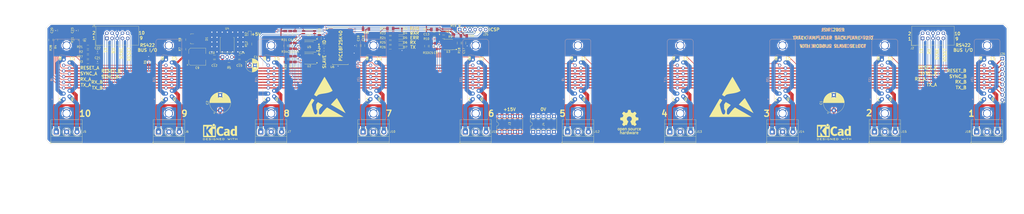
<source format=kicad_pcb>
(kicad_pcb (version 20171130) (host pcbnew "(5.0.0)")
  (layers (0 F.Cu signal) (31 B.Cu signal) (34 B.Paste user) (35 F.Paste user) (36 B.SilkS user) (37 F.SilkS user) (38 B.Mask user) (39 F.Mask user) (44 Edge.Cuts user))
  (net 0 "")
  (net 1 +15V)
  (net 2 GND)
  (net 3 "Net-(C3-Pad1)")
  (net 4 "Net-(C4-Pad1)")
  (net 5 "Net-(C5-Pad1)")
  (net 6 "Net-(C10-Pad1)")
  (net 7 "Net-(C11-Pad1)")
  (net 8 +5V)
  (net 9 "Net-(C13-Pad1)")
  (net 10 "Net-(C17-Pad1)")
  (net 11 "Net-(C18-Pad1)")
  (net 12 "Net-(D2-Pad2)")
  (net 13 "Net-(D3-Pad2)")
  (net 14 "Net-(D4-Pad2)")
  (net 15 "Net-(D5-Pad2)")
  (net 16 "Net-(D6-Pad2)")
  (net 17 "Net-(D7-Pad2)")
  (net 18 TX_A)
  (net 19 TX_B)
  (net 20 RX_A)
  (net 21 RX_B)
  (net 22 SYNC_A)
  (net 23 SYNC_B)
  (net 24 RESET_A)
  (net 25 RESET_B)
  (net 26 /PWMO1_1)
  (net 27 /PWMO2_1)
  (net 28 /PWMO2_2)
  (net 29 /PWMO1_2)
  (net 30 /PWMO1_3)
  (net 31 /PWMO2_3)
  (net 32 ID_1)
  (net 33 /PWMO2_6)
  (net 34 ID_6)
  (net 35 /PWMO1_6)
  (net 36 /PWMO2_4)
  (net 37 /PWMO1_4)
  (net 38 /PWMO1_5)
  (net 39 /PWMO2_5)
  (net 40 /PWMO1_7)
  (net 41 /PWMO2_7)
  (net 42 /PWMO2_8)
  (net 43 /PWMO1_8)
  (net 44 /PWMO1_9)
  (net 45 /PWMO2_9)
  (net 46 ID_2)
  (net 47 ID_7)
  (net 48 /PWMO2_10)
  (net 49 /PWMO1_10)
  (net 50 ID_3)
  (net 51 ID_8)
  (net 52 ID_4)
  (net 53 ID_9)
  (net 54 ID_5)
  (net 55 ID_10)
  (net 56 VPP)
  (net 57 ICSPDAT)
  (net 58 ICSPCLK)
  (net 59 "Net-(J25-Pad6)")
  (net 60 RST)
  (net 61 "Net-(R9-Pad1)")
  (net 62 TX_ENA)
  (net 63 "Net-(R14-Pad1)")
  (net 64 "Net-(R15-Pad1)")
  (net 65 "Net-(R16-Pad1)")
  (net 66 "Net-(R22-Pad1)")
  (net 67 "Net-(R23-Pad1)")
  (net 68 "Net-(R24-Pad1)")
  (net 69 "Net-(R25-Pad1)")
  (net 70 "Net-(R26-Pad1)")
  (net 71 SYNC)
  (net 72 RX)
  (net 73 "Net-(U5-Pad1)")
  (net 74 TX)
  (net 75 "Net-(C20-Pad1)")
  (net 76 "Net-(C21-Pad1)")
  (net 77 "Net-(C22-Pad1)")
  (net 78 "Net-(C23-Pad1)")
  (net 79 "Net-(D1-Pad1)")
  (net 80 "Net-(R7-Pad2)")
  (module Symbol:OSHW-Logo_11.4x12mm_SilkScreen (layer F.Cu) (at 326.517 211.201)
    (fp_text reference REF** hide)
    (fp_text value OSHW-Logo_11.4x12mm_SilkScreen hide)
  )
  (module Symbol:ESD-Logo_22x20mm_SilkScreen (layer F.Cu) (at 376.428 198.8)
    (fp_text reference REF** hide)
    (fp_text value ESD-Logo_22x20mm_SilkScreen hide)
  )
  (module Resistor_SMD:R_1206_3216Metric (layer F.Cu) (at 108.712 175.514 90)
    (fp_text reference R7 (at 0 -1.905 90) (layer F.SilkS))
    (fp_text value 10E)
    (pad 2 smd rect (at 1.43 0 90) (size 1.22 1.8) (layers F.Cu F.Paste F.Mask) (net 80 "Net-(R7-Pad2)"))
    (pad 1 smd rect (at -1.43 0 90) (size 1.22 1.8) (layers F.Cu F.Paste F.Mask) (net 1 +15V))
  )
  (module Resistor_SMD:R_1206_3216Metric (layer F.Cu) (at 108.712 170.815 90)
    (fp_text reference R8 (at 0 -1.905 90) (layer F.SilkS))
    (fp_text value 10E)
    (pad 2 smd rect (at 1.43 0 90) (size 1.22 1.8) (layers F.Cu F.Paste F.Mask) (net 79 "Net-(D1-Pad1)"))
    (pad 1 smd rect (at -1.43 0 90) (size 1.22 1.8) (layers F.Cu F.Paste F.Mask) (net 80 "Net-(R7-Pad2)"))
  )
  (module Resistor_SMD:R_1206_3216Metric (layer F.Cu) (at 46.101 170.942 270)
    (fp_text reference R4 (at 3.429 0.0508 90) (layer F.SilkS))
    (fp_text value 60E)
    (pad 2 smd rect (at 1.43 0 270) (size 1.22 1.8) (layers F.Cu F.Paste F.Mask) (net 18 TX_A))
    (pad 1 smd rect (at -1.43 0 270) (size 1.22 1.8) (layers F.Cu F.Paste F.Mask) (net 75 "Net-(C20-Pad1)"))
  )
  (module Resistor_SMD:R_1206_3216Metric (layer F.Cu) (at 58.547 170.942 270)
    (fp_text reference R1 (at 0 -1.8796 90) (layer F.SilkS))
    (fp_text value 60E)
    (pad 2 smd rect (at 1.43 0 270) (size 1.22 1.8) (layers F.Cu F.Paste F.Mask) (net 20 RX_A))
    (pad 1 smd rect (at -1.43 0 270) (size 1.22 1.8) (layers F.Cu F.Paste F.Mask) (net 78 "Net-(C23-Pad1)"))
  )
  (module Resistor_SMD:R_1206_3216Metric (layer F.Cu) (at 56.134 170.942 90)
    (fp_text reference R11 (at 0 -1.905 270) (layer F.SilkS))
    (fp_text value 60E)
    (pad 2 smd rect (at 1.43 0 90) (size 1.22 1.8) (layers F.Cu F.Paste F.Mask) (net 78 "Net-(C23-Pad1)"))
    (pad 1 smd rect (at -1.43 0 90) (size 1.22 1.8) (layers F.Cu F.Paste F.Mask) (net 21 RX_B))
  )
  (module Resistor_SMD:R_1206_3216Metric (layer F.Cu) (at 61.849 174.371)
    (fp_text reference R21 (at -3.937 0) (layer F.SilkS))
    (fp_text value 60E)
    (pad 2 smd rect (at 1.43 0) (size 1.22 1.8) (layers F.Cu F.Paste F.Mask) (net 77 "Net-(C22-Pad1)"))
    (pad 1 smd rect (at -1.43 0) (size 1.22 1.8) (layers F.Cu F.Paste F.Mask) (net 23 SYNC_B))
  )
  (module Resistor_SMD:R_1206_3216Metric (layer F.Cu) (at 61.849 181.61 180)
    (fp_text reference R3 (at 3.429 0 180) (layer F.SilkS))
    (fp_text value 60E)
    (pad 2 smd rect (at 1.43 0 180) (size 1.22 1.8) (layers F.Cu F.Paste F.Mask) (net 24 RESET_A))
    (pad 1 smd rect (at -1.43 0 180) (size 1.22 1.8) (layers F.Cu F.Paste F.Mask) (net 76 "Net-(C21-Pad1)"))
  )
  (module Capacitor_SMD:C_1206_3216Metric (layer F.Cu) (at 163.068 168.021 90)
    (fp_text reference C3 (at -2.921 0 180) (layer F.SilkS))
    (fp_text value 4.7u)
    (pad 2 smd rect (at 1.43 0 90) (size 1.22 1.8) (layers F.Cu F.Paste F.Mask) (net 2 GND))
    (pad 1 smd rect (at -1.43 0 90) (size 1.22 1.8) (layers F.Cu F.Paste F.Mask) (net 3 "Net-(C3-Pad1)"))
  )
  (module Capacitor_SMD:C_1206_3216Metric (layer F.Cu) (at 160.7058 168.021 90)
    (fp_text reference C6 (at -2.921 0 180) (layer F.SilkS))
    (fp_text value 100n)
    (pad 2 smd rect (at 1.43 0 90) (size 1.22 1.8) (layers F.Cu F.Paste F.Mask) (net 2 GND))
    (pad 1 smd rect (at -1.43 0 90) (size 1.22 1.8) (layers F.Cu F.Paste F.Mask) (net 3 "Net-(C3-Pad1)"))
  )
  (module Resistor_SMD:R_1206_3216Metric (layer F.Cu) (at 61.849 176.784 180)
    (fp_text reference R2 (at 3.429 0 180) (layer F.SilkS))
    (fp_text value 60E)
    (pad 2 smd rect (at 1.43 0 180) (size 1.22 1.8) (layers F.Cu F.Paste F.Mask) (net 22 SYNC_A))
    (pad 1 smd rect (at -1.43 0 180) (size 1.22 1.8) (layers F.Cu F.Paste F.Mask) (net 77 "Net-(C22-Pad1)"))
  )
  (module Package_DIP:DIP-10_W7.62mm (layer F.Cu) (at 279.5 216 90)
    (fp_text reference J4 (at 3.656 4.98 90) (layer F.SilkS))
    (fp_text value PowerBug_GND)
    (pad 10 thru_hole circle (at 7.62 0 90) (size 2 2) (drill 1.1) (layers *.Cu *.Mask) (net 2 GND))
    (pad 5 thru_hole circle (at 0 10.16 90) (size 2 2) (drill 1.1) (layers *.Cu *.Mask) (net 2 GND))
    (pad 9 thru_hole circle (at 7.62 2.54 90) (size 2 2) (drill 1.1) (layers *.Cu *.Mask) (net 2 GND))
    (pad 4 thru_hole circle (at 0 7.62 90) (size 2 2) (drill 1.1) (layers *.Cu *.Mask) (net 2 GND))
    (pad 8 thru_hole circle (at 7.62 5.08 90) (size 2 2) (drill 1.1) (layers *.Cu *.Mask) (net 2 GND))
    (pad 3 thru_hole circle (at 0 5.08 90) (size 2 2) (drill 1.1) (layers *.Cu *.Mask) (net 2 GND))
    (pad 7 thru_hole circle (at 7.62 7.62 90) (size 2 2) (drill 1.1) (layers *.Cu *.Mask) (net 2 GND))
    (pad 2 thru_hole circle (at 0 2.54 90) (size 2 2) (drill 1.1) (layers *.Cu *.Mask) (net 2 GND))
    (pad 6 thru_hole circle (at 7.62 10.16 90) (size 2 2) (drill 1.1) (layers *.Cu *.Mask) (net 2 GND))
    (pad 1 thru_hole circle (at 0 0 90) (size 2 2) (drill 1.1) (layers *.Cu *.Mask) (net 2 GND))
  )
  (module Package_DIP:DIP-10_W7.62mm (layer F.Cu) (at 263 216 90)
    (fp_text reference J3 (at 4 5 90) (layer F.SilkS))
    (fp_text value PowerBug+15V)
    (pad 1 thru_hole circle (at 0 0 90) (size 2 2) (drill 1.1) (layers *.Cu *.Mask) (net 1 +15V))
    (pad 6 thru_hole circle (at 7.62 10.16 90) (size 2 2) (drill 1.1) (layers *.Cu *.Mask) (net 1 +15V))
    (pad 2 thru_hole circle (at 0 2.54 90) (size 2 2) (drill 1.1) (layers *.Cu *.Mask) (net 1 +15V))
    (pad 7 thru_hole circle (at 7.62 7.62 90) (size 2 2) (drill 1.1) (layers *.Cu *.Mask) (net 1 +15V))
    (pad 3 thru_hole circle (at 0 5.08 90) (size 2 2) (drill 1.1) (layers *.Cu *.Mask) (net 1 +15V))
    (pad 8 thru_hole circle (at 7.62 5.08 90) (size 2 2) (drill 1.1) (layers *.Cu *.Mask) (net 1 +15V))
    (pad 4 thru_hole circle (at 0 7.62 90) (size 2 2) (drill 1.1) (layers *.Cu *.Mask) (net 1 +15V))
    (pad 9 thru_hole circle (at 7.62 2.54 90) (size 2 2) (drill 1.1) (layers *.Cu *.Mask) (net 1 +15V))
    (pad 5 thru_hole circle (at 0 10.16 90) (size 2 2) (drill 1.1) (layers *.Cu *.Mask) (net 1 +15V))
    (pad 10 thru_hole circle (at 7.62 0 90) (size 2 2) (drill 1.1) (layers *.Cu *.Mask) (net 1 +15V))
  )
  (module Package_SO:SOIC-8_3.9x4.9mm_P1.27mm (layer F.Cu) (at 169.9768 174.3964 180)
    (fp_text reference U5 (at 0 0 180) (layer F.SilkS))
    (fp_text value ST485EBDR)
    (pad 1 smd rect (at -2.7 -1.905 180) (size 1.55 0.6) (layers F.Cu F.Paste F.Mask) (net 73 "Net-(U5-Pad1)"))
    (pad 2 smd rect (at -2.7 -0.635 180) (size 1.55 0.6) (layers F.Cu F.Paste F.Mask) (net 7 "Net-(C11-Pad1)"))
    (pad 3 smd rect (at -2.7 0.635 180) (size 1.55 0.6) (layers F.Cu F.Paste F.Mask) (net 62 TX_ENA))
    (pad 4 smd rect (at -2.7 1.905 180) (size 1.55 0.6) (layers F.Cu F.Paste F.Mask) (net 74 TX))
    (pad 5 smd rect (at 2.7 1.905 180) (size 1.55 0.6) (layers F.Cu F.Paste F.Mask) (net 2 GND))
    (pad 6 smd rect (at 2.7 0.635 180) (size 1.55 0.6) (layers F.Cu F.Paste F.Mask) (net 18 TX_A))
    (pad 7 smd rect (at 2.7 -0.635 180) (size 1.55 0.6) (layers F.Cu F.Paste F.Mask) (net 19 TX_B))
    (pad 8 smd rect (at 2.7 -1.905 180) (size 1.55 0.6) (layers F.Cu F.Paste F.Mask) (net 7 "Net-(C11-Pad1)"))
  )
  (module Capacitor_THT:CP_Radial_D10.0mm_P7.50mm (layer F.Cu) (at 426.5 205.5 90)
    (fp_text reference C1 (at 3.75 -6.25 90) (layer F.SilkS))
    (fp_text value 470u)
    (pad 1 thru_hole rect (at 0 0 90) (size 2 2) (drill 1) (layers *.Cu *.Mask) (net 1 +15V))
    (pad 2 thru_hole circle (at 7.5 0 90) (size 2 2) (drill 1) (layers *.Cu *.Mask) (net 2 GND))
  )
  (module Capacitor_THT:CP_Radial_D10.0mm_P7.50mm (layer F.Cu) (at 126.5 205.5 90)
    (fp_text reference C2 (at 3.75 -6.25 90) (layer F.SilkS))
    (fp_text value 470u)
    (pad 2 thru_hole circle (at 7.5 0 90) (size 2 2) (drill 1) (layers *.Cu *.Mask) (net 2 GND))
    (pad 1 thru_hole rect (at 0 0 90) (size 2 2) (drill 1) (layers *.Cu *.Mask) (net 1 +15V))
  )
  (module Capacitor_SMD:C_1206_3216Metric (layer F.Cu) (at 160.782 180.34 90)
    (fp_text reference C4 (at -3.302 0 90) (layer F.SilkS))
    (fp_text value 4.7u)
    (pad 1 smd roundrect (at -1.4 0 90) (size 1.25 1.75) (layers F.Cu F.Paste F.Mask) (roundrect_rratio 0.2) (net 4 "Net-(C4-Pad1)"))
    (pad 2 smd roundrect (at 1.4 0 90) (size 1.25 1.75) (layers F.Cu F.Paste F.Mask) (roundrect_rratio 0.2) (net 2 GND))
  )
  (module Capacitor_SMD:C_1206_3216Metric (layer F.Cu) (at 229.616 173.99 90)
    (fp_text reference C5 (at -3.302 0 180) (layer F.SilkS))
    (fp_text value 4.7u)
    (pad 2 smd roundrect (at 1.4 0 90) (size 1.25 1.75) (layers F.Cu F.Paste F.Mask) (roundrect_rratio 0.2) (net 2 GND))
    (pad 1 smd roundrect (at -1.4 0 90) (size 1.25 1.75) (layers F.Cu F.Paste F.Mask) (roundrect_rratio 0.2) (net 5 "Net-(C5-Pad1)"))
  )
  (module Capacitor_SMD:C_1206_3216Metric (layer F.Cu) (at 163.068 180.34 90)
    (fp_text reference C7 (at -3.302 0 90) (layer F.SilkS))
    (fp_text value 100n)
    (pad 1 smd roundrect (at -1.4 0 90) (size 1.25 1.75) (layers F.Cu F.Paste F.Mask) (roundrect_rratio 0.2) (net 4 "Net-(C4-Pad1)"))
    (pad 2 smd roundrect (at 1.4 0 90) (size 1.25 1.75) (layers F.Cu F.Paste F.Mask) (roundrect_rratio 0.2) (net 2 GND))
  )
  (module Capacitor_SMD:C_1206_3216Metric (layer F.Cu) (at 231.902 173.99 90)
    (fp_text reference C8 (at -3.302 0 180) (layer F.SilkS))
    (fp_text value 100n)
    (pad 1 smd roundrect (at -1.4 0 90) (size 1.25 1.75) (layers F.Cu F.Paste F.Mask) (roundrect_rratio 0.2) (net 5 "Net-(C5-Pad1)"))
    (pad 2 smd roundrect (at 1.4 0 90) (size 1.25 1.75) (layers F.Cu F.Paste F.Mask) (roundrect_rratio 0.2) (net 2 GND))
  )
  (module Capacitor_SMD:C_1206_3216Metric (layer F.Cu) (at 123.698 179.324 180)
    (fp_text reference C10 (at 1.27 2.032 180) (layer F.SilkS))
    (fp_text value 4.7u)
    (pad 2 smd roundrect (at 1.4 0 180) (size 1.25 1.75) (layers F.Cu F.Paste F.Mask) (roundrect_rratio 0.2) (net 2 GND))
    (pad 1 smd roundrect (at -1.4 0 180) (size 1.25 1.75) (layers F.Cu F.Paste F.Mask) (roundrect_rratio 0.2) (net 6 "Net-(C10-Pad1)"))
  )
  (module Capacitor_SMD:C_1206_3216Metric (layer F.Cu) (at 160.7566 173.8406 90)
    (fp_text reference C11 (at -2.918 0.0762 180) (layer F.SilkS))
    (fp_text value 4.7u)
    (pad 2 smd roundrect (at 1.4 0 90) (size 1.25 1.75) (layers F.Cu F.Paste F.Mask) (roundrect_rratio 0.2) (net 2 GND))
    (pad 1 smd roundrect (at -1.4 0 90) (size 1.25 1.75) (layers F.Cu F.Paste F.Mask) (roundrect_rratio 0.2) (net 7 "Net-(C11-Pad1)"))
  )
  (module Capacitor_SMD:C_1206_3216Metric (layer F.Cu) (at 123.698 181.61 180)
    (fp_text reference C12 (at 0 -1.905 180) (layer F.SilkS))
    (fp_text value 100n)
    (pad 1 smd roundrect (at -1.4 0 180) (size 1.25 1.75) (layers F.Cu F.Paste F.Mask) (roundrect_rratio 0.2) (net 6 "Net-(C10-Pad1)"))
    (pad 2 smd roundrect (at 1.4 0 180) (size 1.25 1.75) (layers F.Cu F.Paste F.Mask) (roundrect_rratio 0.2) (net 2 GND))
  )
  (module Capacitor_SMD:C_1206_3216Metric (layer F.Cu) (at 231.14 168.148 180)
    (fp_text reference C13 (at 3.81 0 180) (layer F.SilkS))
    (fp_text value 100n)
    (pad 1 smd roundrect (at -1.4 0 180) (size 1.25 1.75) (layers F.Cu F.Paste F.Mask) (roundrect_rratio 0.2) (net 9 "Net-(C13-Pad1)"))
    (pad 2 smd roundrect (at 1.4 0 180) (size 1.25 1.75) (layers F.Cu F.Paste F.Mask) (roundrect_rratio 0.2) (net 2 GND))
  )
  (module Capacitor_SMD:C_1206_3216Metric (layer F.Cu) (at 163.0426 173.8406 90)
    (fp_text reference C14 (at -2.918 0.635 180) (layer F.SilkS))
    (fp_text value 100n)
    (pad 2 smd roundrect (at 1.4 0 90) (size 1.25 1.75) (layers F.Cu F.Paste F.Mask) (roundrect_rratio 0.2) (net 2 GND))
    (pad 1 smd roundrect (at -1.4 0 90) (size 1.25 1.75) (layers F.Cu F.Paste F.Mask) (roundrect_rratio 0.2) (net 7 "Net-(C11-Pad1)"))
  )
  (module Capacitor_SMD:C_1206_3216Metric (layer F.Cu) (at 135.89 181.61)
    (fp_text reference C15 (at 0 1.905) (layer F.SilkS))
    (fp_text value 100n)
    (pad 2 smd roundrect (at 1.4 0) (size 1.25 1.75) (layers F.Cu F.Paste F.Mask) (roundrect_rratio 0.2) (net 2 GND))
    (pad 1 smd roundrect (at -1.4 0) (size 1.25 1.75) (layers F.Cu F.Paste F.Mask) (roundrect_rratio 0.2) (net 8 +5V))
  )
  (module Capacitor_SMD:C_1206_3216Metric (layer F.Cu) (at 245.618 172.466 270)
    (fp_text reference C17 (at 3.81 0 270) (layer F.SilkS))
    (fp_text value 100n)
    (pad 2 smd roundrect (at 1.4 0 270) (size 1.25 1.75) (layers F.Cu F.Paste F.Mask) (roundrect_rratio 0.2) (net 2 GND))
    (pad 1 smd roundrect (at -1.4 0 270) (size 1.25 1.75) (layers F.Cu F.Paste F.Mask) (roundrect_rratio 0.2) (net 10 "Net-(C17-Pad1)"))
  )
  (module Capacitor_SMD:C_1206_3216Metric (layer F.Cu) (at 196.342 173.736 90)
    (fp_text reference C18 (at 3.556 0.127 90) (layer F.SilkS))
    (fp_text value 4.7u)
    (pad 1 smd roundrect (at -1.4 0 90) (size 1.25 1.75) (layers F.Cu F.Paste F.Mask) (roundrect_rratio 0.2) (net 11 "Net-(C18-Pad1)"))
    (pad 2 smd roundrect (at 1.4 0 90) (size 1.25 1.75) (layers F.Cu F.Paste F.Mask) (roundrect_rratio 0.2) (net 2 GND))
  )
  (module Capacitor_SMD:C_1206_3216Metric (layer F.Cu) (at 194.056 173.736 90)
    (fp_text reference C19 (at 3.556 0 90) (layer F.SilkS))
    (fp_text value 100n)
    (pad 2 smd roundrect (at 1.4 0 90) (size 1.25 1.75) (layers F.Cu F.Paste F.Mask) (roundrect_rratio 0.2) (net 2 GND))
    (pad 1 smd roundrect (at -1.4 0 90) (size 1.25 1.75) (layers F.Cu F.Paste F.Mask) (roundrect_rratio 0.2) (net 11 "Net-(C18-Pad1)"))
  )
  (module Connector_IDC:IDC-Header_2x05_P2.54mm_Vertical (layer F.Cu) (at 71.12 170.18 90)
    (fp_text reference J1 (at 6.096 -6.35 180) (layer F.SilkS))
    (fp_text value Conn_02x05_Odd_Even)
    (pad 1 thru_hole rect (at 0 0 90) (size 1.7272 1.7272) (drill 1.016) (layers *.Cu *.Mask) (net 18 TX_A))
    (pad 2 thru_hole oval (at 2.54 0 90) (size 1.7272 1.7272) (drill 1.016) (layers *.Cu *.Mask) (net 19 TX_B))
    (pad 3 thru_hole oval (at 0 2.54 90) (size 1.7272 1.7272) (drill 1.016) (layers *.Cu *.Mask) (net 20 RX_A))
    (pad 4 thru_hole oval (at 2.54 2.54 90) (size 1.7272 1.7272) (drill 1.016) (layers *.Cu *.Mask) (net 21 RX_B))
    (pad 5 thru_hole oval (at 0 5.08 90) (size 1.7272 1.7272) (drill 1.016) (layers *.Cu *.Mask) (net 2 GND))
    (pad 6 thru_hole oval (at 2.54 5.08 90) (size 1.7272 1.7272) (drill 1.016) (layers *.Cu *.Mask) (net 2 GND))
    (pad 7 thru_hole oval (at 0 7.62 90) (size 1.7272 1.7272) (drill 1.016) (layers *.Cu *.Mask) (net 22 SYNC_A))
    (pad 8 thru_hole oval (at 2.54 7.62 90) (size 1.7272 1.7272) (drill 1.016) (layers *.Cu *.Mask) (net 23 SYNC_B))
    (pad 9 thru_hole oval (at 0 10.16 90) (size 1.7272 1.7272) (drill 1.016) (layers *.Cu *.Mask) (net 24 RESET_A))
    (pad 10 thru_hole oval (at 2.54 10.16 90) (size 1.7272 1.7272) (drill 1.016) (layers *.Cu *.Mask) (net 25 RESET_B))
  )
  (module Connector_IDC:IDC-Header_2x05_P2.54mm_Vertical (layer F.Cu) (at 469.9 170.18 90)
    (fp_text reference J2 (at -4.826 -5.08 180) (layer F.SilkS))
    (fp_text value Conn_02x05_Odd_Even)
    (pad 10 thru_hole oval (at 2.54 10.16 90) (size 1.7272 1.7272) (drill 1.016) (layers *.Cu *.Mask) (net 25 RESET_B))
    (pad 9 thru_hole oval (at 0 10.16 90) (size 1.7272 1.7272) (drill 1.016) (layers *.Cu *.Mask) (net 24 RESET_A))
    (pad 8 thru_hole oval (at 2.54 7.62 90) (size 1.7272 1.7272) (drill 1.016) (layers *.Cu *.Mask) (net 23 SYNC_B))
    (pad 7 thru_hole oval (at 0 7.62 90) (size 1.7272 1.7272) (drill 1.016) (layers *.Cu *.Mask) (net 22 SYNC_A))
    (pad 6 thru_hole oval (at 2.54 5.08 90) (size 1.7272 1.7272) (drill 1.016) (layers *.Cu *.Mask) (net 2 GND))
    (pad 5 thru_hole oval (at 0 5.08 90) (size 1.7272 1.7272) (drill 1.016) (layers *.Cu *.Mask) (net 2 GND))
    (pad 4 thru_hole oval (at 2.54 2.54 90) (size 1.7272 1.7272) (drill 1.016) (layers *.Cu *.Mask) (net 21 RX_B))
    (pad 3 thru_hole oval (at 0 2.54 90) (size 1.7272 1.7272) (drill 1.016) (layers *.Cu *.Mask) (net 20 RX_A))
    (pad 2 thru_hole oval (at 2.54 0 90) (size 1.7272 1.7272) (drill 1.016) (layers *.Cu *.Mask) (net 19 TX_B))
    (pad 1 thru_hole rect (at 0 0 90) (size 1.7272 1.7272) (drill 1.016) (layers *.Cu *.Mask) (net 18 TX_A))
  )
  (module TerminalBlock_Phoenix:TerminalBlock_Phoenix_MKDS-3-3-5.08_1x03_P5.08mm_Horizontal (layer F.Cu) (at 46.35 216)
    (fp_text reference J5 (at 13.848 -0.1) (layer F.SilkS))
    (fp_text value Conn_01x03)
    (pad 3 thru_hole circle (at 10.16 0) (size 2.6 2.6) (drill 1.3) (layers *.Cu *.Mask) (net 26 /PWMO1_1))
    (pad 2 thru_hole circle (at 5.08 0) (size 2.6 2.6) (drill 1.3) (layers *.Cu *.Mask) (net 2 GND))
    (pad 1 thru_hole rect (at 0 0) (size 2.6 2.6) (drill 1.3) (layers *.Cu *.Mask) (net 27 /PWMO2_1))
  )
  (module TerminalBlock_Phoenix:TerminalBlock_Phoenix_MKDS-3-3-5.08_1x03_P5.08mm_Horizontal (layer F.Cu) (at 96.35 216)
    (fp_text reference J6 (at 13.886 -0.1) (layer F.SilkS))
    (fp_text value Conn_01x03)
    (pad 1 thru_hole rect (at 0 0) (size 2.6 2.6) (drill 1.3) (layers *.Cu *.Mask) (net 28 /PWMO2_2))
    (pad 2 thru_hole circle (at 5.08 0) (size 2.6 2.6) (drill 1.3) (layers *.Cu *.Mask) (net 2 GND))
    (pad 3 thru_hole circle (at 10.16 0) (size 2.6 2.6) (drill 1.3) (layers *.Cu *.Mask) (net 29 /PWMO1_2))
  )
  (module TerminalBlock_Phoenix:TerminalBlock_Phoenix_MKDS-3-3-5.08_1x03_P5.08mm_Horizontal (layer F.Cu) (at 146.35 216)
    (fp_text reference J7 (at 13.924 -0.1) (layer F.SilkS))
    (fp_text value Conn_01x03)
    (pad 3 thru_hole circle (at 10.16 0) (size 2.6 2.6) (drill 1.3) (layers *.Cu *.Mask) (net 30 /PWMO1_3))
    (pad 2 thru_hole circle (at 5.08 0) (size 2.6 2.6) (drill 1.3) (layers *.Cu *.Mask) (net 2 GND))
    (pad 1 thru_hole rect (at 0 0) (size 2.6 2.6) (drill 1.3) (layers *.Cu *.Mask) (net 31 /PWMO2_3))
  )
  (module Connector_Dsub:DSUB-15_Female_Vertical_P2.77x2.84mm_MountingHoles (layer B.Cu) (at 50 200 270)
    (fp_text reference J8 (at -9.695 5.89 270) (layer B.SilkS) (effects (justify mirror)))
    (fp_text value DB15_Female_MountingHoles)
    (pad 1 thru_hole rect (at 0 0 270) (size 1.6 1.6) (drill 1) (layers *.Cu *.Mask) (net 27 /PWMO2_1))
    (pad 2 thru_hole circle (at -2.77 0 270) (size 1.6 1.6) (drill 1) (layers *.Cu *.Mask) (net 2 GND))
    (pad 3 thru_hole circle (at -5.54 0 270) (size 1.6 1.6) (drill 1) (layers *.Cu *.Mask) (net 19 TX_B))
    (pad 4 thru_hole circle (at -8.31 0 270) (size 1.6 1.6) (drill 1) (layers *.Cu *.Mask) (net 21 RX_B))
    (pad 5 thru_hole circle (at -11.08 0 270) (size 1.6 1.6) (drill 1) (layers *.Cu *.Mask) (net 23 SYNC_B))
    (pad 6 thru_hole circle (at -13.85 0 270) (size 1.6 1.6) (drill 1) (layers *.Cu *.Mask) (net 25 RESET_B))
    (pad 7 thru_hole circle (at -16.62 0 270) (size 1.6 1.6) (drill 1) (layers *.Cu *.Mask) (net 55 ID_10))
    (pad 8 thru_hole circle (at -19.39 0 270) (size 1.6 1.6) (drill 1) (layers *.Cu *.Mask) (net 2 GND))
    (pad 9 thru_hole circle (at -1.385 -2.84 270) (size 1.6 1.6) (drill 1) (layers *.Cu *.Mask) (net 26 /PWMO1_1))
    (pad 10 thru_hole circle (at -4.155 -2.84 270) (size 1.6 1.6) (drill 1) (layers *.Cu *.Mask) (net 1 +15V))
    (pad 11 thru_hole circle (at -6.925 -2.84 270) (size 1.6 1.6) (drill 1) (layers *.Cu *.Mask) (net 18 TX_A))
    (pad 12 thru_hole circle (at -9.695 -2.84 270) (size 1.6 1.6) (drill 1) (layers *.Cu *.Mask) (net 20 RX_A))
    (pad 13 thru_hole circle (at -12.465 -2.84 270) (size 1.6 1.6) (drill 1) (layers *.Cu *.Mask) (net 22 SYNC_A))
    (pad 14 thru_hole circle (at -15.235 -2.84 270) (size 1.6 1.6) (drill 1) (layers *.Cu *.Mask) (net 24 RESET_A))
    (pad 15 thru_hole circle (at -18.005 -2.84 270) (size 1.6 1.6) (drill 1) (layers *.Cu *.Mask) (net 1 +15V))
    (pad 0 thru_hole circle (at -26.345 -1.42 270) (size 4 4) (drill 3.2) (layers *.Cu *.Mask) (net 2 GND))
    (pad 0 thru_hole circle (at 6.955 -1.42 270) (size 4 4) (drill 3.2) (layers *.Cu *.Mask) (net 2 GND))
  )
  (module Connector_Dsub:DSUB-15_Female_Vertical_P2.77x2.84mm_MountingHoles (layer B.Cu) (at 300 200 270)
    (fp_text reference J9 (at -9.695 5.89 270) (layer B.SilkS) (effects (justify mirror)))
    (fp_text value DB15_Female_MountingHoles)
    (pad 1 thru_hole rect (at 0 0 270) (size 1.6 1.6) (drill 1) (layers *.Cu *.Mask) (net 33 /PWMO2_6))
    (pad 2 thru_hole circle (at -2.77 0 270) (size 1.6 1.6) (drill 1) (layers *.Cu *.Mask) (net 2 GND))
    (pad 3 thru_hole circle (at -5.54 0 270) (size 1.6 1.6) (drill 1) (layers *.Cu *.Mask) (net 19 TX_B))
    (pad 4 thru_hole circle (at -8.31 0 270) (size 1.6 1.6) (drill 1) (layers *.Cu *.Mask) (net 21 RX_B))
    (pad 5 thru_hole circle (at -11.08 0 270) (size 1.6 1.6) (drill 1) (layers *.Cu *.Mask) (net 23 SYNC_B))
    (pad 6 thru_hole circle (at -13.85 0 270) (size 1.6 1.6) (drill 1) (layers *.Cu *.Mask) (net 25 RESET_B))
    (pad 7 thru_hole circle (at -16.62 0 270) (size 1.6 1.6) (drill 1) (layers *.Cu *.Mask) (net 54 ID_5))
    (pad 8 thru_hole circle (at -19.39 0 270) (size 1.6 1.6) (drill 1) (layers *.Cu *.Mask) (net 2 GND))
    (pad 9 thru_hole circle (at -1.385 -2.84 270) (size 1.6 1.6) (drill 1) (layers *.Cu *.Mask) (net 35 /PWMO1_6))
    (pad 10 thru_hole circle (at -4.155 -2.84 270) (size 1.6 1.6) (drill 1) (layers *.Cu *.Mask) (net 1 +15V))
    (pad 11 thru_hole circle (at -6.925 -2.84 270) (size 1.6 1.6) (drill 1) (layers *.Cu *.Mask) (net 18 TX_A))
    (pad 12 thru_hole circle (at -9.695 -2.84 270) (size 1.6 1.6) (drill 1) (layers *.Cu *.Mask) (net 20 RX_A))
    (pad 13 thru_hole circle (at -12.465 -2.84 270) (size 1.6 1.6) (drill 1) (layers *.Cu *.Mask) (net 22 SYNC_A))
    (pad 14 thru_hole circle (at -15.235 -2.84 270) (size 1.6 1.6) (drill 1) (layers *.Cu *.Mask) (net 24 RESET_A))
    (pad 15 thru_hole circle (at -18.005 -2.84 270) (size 1.6 1.6) (drill 1) (layers *.Cu *.Mask) (net 1 +15V))
    (pad 0 thru_hole circle (at -26.345 -1.42 270) (size 4 4) (drill 3.2) (layers *.Cu *.Mask) (net 2 GND))
    (pad 0 thru_hole circle (at 6.955 -1.42 270) (size 4 4) (drill 3.2) (layers *.Cu *.Mask) (net 2 GND))
  )
  (module TerminalBlock_Phoenix:TerminalBlock_Phoenix_MKDS-3-3-5.08_1x03_P5.08mm_Horizontal (layer F.Cu) (at 196.35 216)
    (fp_text reference J10 (at 14.47 -0.1) (layer F.SilkS))
    (fp_text value Conn_01x03)
    (pad 1 thru_hole rect (at 0 0) (size 2.6 2.6) (drill 1.3) (layers *.Cu *.Mask) (net 36 /PWMO2_4))
    (pad 2 thru_hole circle (at 5.08 0) (size 2.6 2.6) (drill 1.3) (layers *.Cu *.Mask) (net 2 GND))
    (pad 3 thru_hole circle (at 10.16 0) (size 2.6 2.6) (drill 1.3) (layers *.Cu *.Mask) (net 37 /PWMO1_4))
  )
  (module TerminalBlock_Phoenix:TerminalBlock_Phoenix_MKDS-3-3-5.08_1x03_P5.08mm_Horizontal (layer F.Cu) (at 246.35 216)
    (fp_text reference J11 (at 14.254 -0.1) (layer F.SilkS))
    (fp_text value Conn_01x03)
    (pad 3 thru_hole circle (at 10.16 0) (size 2.6 2.6) (drill 1.3) (layers *.Cu *.Mask) (net 38 /PWMO1_5))
    (pad 2 thru_hole circle (at 5.08 0) (size 2.6 2.6) (drill 1.3) (layers *.Cu *.Mask) (net 2 GND))
    (pad 1 thru_hole rect (at 0 0) (size 2.6 2.6) (drill 1.3) (layers *.Cu *.Mask) (net 39 /PWMO2_5))
  )
  (module TerminalBlock_Phoenix:TerminalBlock_Phoenix_MKDS-3-3-5.08_1x03_P5.08mm_Horizontal (layer F.Cu) (at 296.35 216)
    (fp_text reference J12 (at 14.292 -0.1) (layer F.SilkS))
    (fp_text value Conn_01x03)
    (pad 1 thru_hole rect (at 0 0) (size 2.6 2.6) (drill 1.3) (layers *.Cu *.Mask) (net 33 /PWMO2_6))
    (pad 2 thru_hole circle (at 5.08 0) (size 2.6 2.6) (drill 1.3) (layers *.Cu *.Mask) (net 2 GND))
    (pad 3 thru_hole circle (at 10.16 0) (size 2.6 2.6) (drill 1.3) (layers *.Cu *.Mask) (net 35 /PWMO1_6))
  )
  (module TerminalBlock_Phoenix:TerminalBlock_Phoenix_MKDS-3-3-5.08_1x03_P5.08mm_Horizontal (layer F.Cu) (at 346.35 216)
    (fp_text reference J13 (at 14.33 -0.1) (layer F.SilkS))
    (fp_text value Conn_01x03)
    (pad 3 thru_hole circle (at 10.16 0) (size 2.6 2.6) (drill 1.3) (layers *.Cu *.Mask) (net 40 /PWMO1_7))
    (pad 2 thru_hole circle (at 5.08 0) (size 2.6 2.6) (drill 1.3) (layers *.Cu *.Mask) (net 2 GND))
    (pad 1 thru_hole rect (at 0 0) (size 2.6 2.6) (drill 1.3) (layers *.Cu *.Mask) (net 41 /PWMO2_7))
  )
  (module TerminalBlock_Phoenix:TerminalBlock_Phoenix_MKDS-3-3-5.08_1x03_P5.08mm_Horizontal (layer F.Cu) (at 396.35 216)
    (fp_text reference J14 (at 14.368 -0.1) (layer F.SilkS))
    (fp_text value Conn_01x03)
    (pad 1 thru_hole rect (at 0 0) (size 2.6 2.6) (drill 1.3) (layers *.Cu *.Mask) (net 42 /PWMO2_8))
    (pad 2 thru_hole circle (at 5.08 0) (size 2.6 2.6) (drill 1.3) (layers *.Cu *.Mask) (net 2 GND))
    (pad 3 thru_hole circle (at 10.16 0) (size 2.6 2.6) (drill 1.3) (layers *.Cu *.Mask) (net 43 /PWMO1_8))
  )
  (module TerminalBlock_Phoenix:TerminalBlock_Phoenix_MKDS-3-3-5.08_1x03_P5.08mm_Horizontal (layer F.Cu) (at 446.35 216)
    (fp_text reference J15 (at 14.406 -0.1) (layer F.SilkS))
    (fp_text value Conn_01x03)
    (pad 3 thru_hole circle (at 10.16 0) (size 2.6 2.6) (drill 1.3) (layers *.Cu *.Mask) (net 44 /PWMO1_9))
    (pad 2 thru_hole circle (at 5.08 0) (size 2.6 2.6) (drill 1.3) (layers *.Cu *.Mask) (net 2 GND))
    (pad 1 thru_hole rect (at 0 0) (size 2.6 2.6) (drill 1.3) (layers *.Cu *.Mask) (net 45 /PWMO2_9))
  )
  (module Connector_Dsub:DSUB-15_Female_Vertical_P2.77x2.84mm_MountingHoles (layer B.Cu) (at 100 200 270)
    (fp_text reference J16 (at -9.695 5.89 270) (layer B.SilkS) (effects (justify mirror)))
    (fp_text value DB15_Female_MountingHoles)
    (pad 0 thru_hole circle (at 6.955 -1.42 270) (size 4 4) (drill 3.2) (layers *.Cu *.Mask) (net 2 GND))
    (pad 0 thru_hole circle (at -26.345 -1.42 270) (size 4 4) (drill 3.2) (layers *.Cu *.Mask) (net 2 GND))
    (pad 15 thru_hole circle (at -18.005 -2.84 270) (size 1.6 1.6) (drill 1) (layers *.Cu *.Mask) (net 1 +15V))
    (pad 14 thru_hole circle (at -15.235 -2.84 270) (size 1.6 1.6) (drill 1) (layers *.Cu *.Mask) (net 24 RESET_A))
    (pad 13 thru_hole circle (at -12.465 -2.84 270) (size 1.6 1.6) (drill 1) (layers *.Cu *.Mask) (net 22 SYNC_A))
    (pad 12 thru_hole circle (at -9.695 -2.84 270) (size 1.6 1.6) (drill 1) (layers *.Cu *.Mask) (net 20 RX_A))
    (pad 11 thru_hole circle (at -6.925 -2.84 270) (size 1.6 1.6) (drill 1) (layers *.Cu *.Mask) (net 18 TX_A))
    (pad 10 thru_hole circle (at -4.155 -2.84 270) (size 1.6 1.6) (drill 1) (layers *.Cu *.Mask) (net 1 +15V))
    (pad 9 thru_hole circle (at -1.385 -2.84 270) (size 1.6 1.6) (drill 1) (layers *.Cu *.Mask) (net 29 /PWMO1_2))
    (pad 8 thru_hole circle (at -19.39 0 270) (size 1.6 1.6) (drill 1) (layers *.Cu *.Mask) (net 2 GND))
    (pad 7 thru_hole circle (at -16.62 0 270) (size 1.6 1.6) (drill 1) (layers *.Cu *.Mask) (net 53 ID_9))
    (pad 6 thru_hole circle (at -13.85 0 270) (size 1.6 1.6) (drill 1) (layers *.Cu *.Mask) (net 25 RESET_B))
    (pad 5 thru_hole circle (at -11.08 0 270) (size 1.6 1.6) (drill 1) (layers *.Cu *.Mask) (net 23 SYNC_B))
    (pad 4 thru_hole circle (at -8.31 0 270) (size 1.6 1.6) (drill 1) (layers *.Cu *.Mask) (net 21 RX_B))
    (pad 3 thru_hole circle (at -5.54 0 270) (size 1.6 1.6) (drill 1) (layers *.Cu *.Mask) (net 19 TX_B))
    (pad 2 thru_hole circle (at -2.77 0 270) (size 1.6 1.6) (drill 1) (layers *.Cu *.Mask) (net 2 GND))
    (pad 1 thru_hole rect (at 0 0 270) (size 1.6 1.6) (drill 1) (layers *.Cu *.Mask) (net 28 /PWMO2_2))
  )
  (module Connector_Dsub:DSUB-15_Female_Vertical_P2.77x2.84mm_MountingHoles (layer B.Cu) (at 350 200 270)
    (fp_text reference J17 (at -9.695 5.89 270) (layer B.SilkS) (effects (justify mirror)))
    (fp_text value DB15_Female_MountingHoles)
    (pad 0 thru_hole circle (at 6.955 -1.42 270) (size 4 4) (drill 3.2) (layers *.Cu *.Mask) (net 2 GND))
    (pad 0 thru_hole circle (at -26.345 -1.42 270) (size 4 4) (drill 3.2) (layers *.Cu *.Mask) (net 2 GND))
    (pad 15 thru_hole circle (at -18.005 -2.84 270) (size 1.6 1.6) (drill 1) (layers *.Cu *.Mask) (net 1 +15V))
    (pad 14 thru_hole circle (at -15.235 -2.84 270) (size 1.6 1.6) (drill 1) (layers *.Cu *.Mask) (net 24 RESET_A))
    (pad 13 thru_hole circle (at -12.465 -2.84 270) (size 1.6 1.6) (drill 1) (layers *.Cu *.Mask) (net 22 SYNC_A))
    (pad 12 thru_hole circle (at -9.695 -2.84 270) (size 1.6 1.6) (drill 1) (layers *.Cu *.Mask) (net 20 RX_A))
    (pad 11 thru_hole circle (at -6.925 -2.84 270) (size 1.6 1.6) (drill 1) (layers *.Cu *.Mask) (net 18 TX_A))
    (pad 10 thru_hole circle (at -4.155 -2.84 270) (size 1.6 1.6) (drill 1) (layers *.Cu *.Mask) (net 1 +15V))
    (pad 9 thru_hole circle (at -1.385 -2.84 270) (size 1.6 1.6) (drill 1) (layers *.Cu *.Mask) (net 40 /PWMO1_7))
    (pad 8 thru_hole circle (at -19.39 0 270) (size 1.6 1.6) (drill 1) (layers *.Cu *.Mask) (net 2 GND))
    (pad 7 thru_hole circle (at -16.62 0 270) (size 1.6 1.6) (drill 1) (layers *.Cu *.Mask) (net 52 ID_4))
    (pad 6 thru_hole circle (at -13.85 0 270) (size 1.6 1.6) (drill 1) (layers *.Cu *.Mask) (net 25 RESET_B))
    (pad 5 thru_hole circle (at -11.08 0 270) (size 1.6 1.6) (drill 1) (layers *.Cu *.Mask) (net 23 SYNC_B))
    (pad 4 thru_hole circle (at -8.31 0 270) (size 1.6 1.6) (drill 1) (layers *.Cu *.Mask) (net 21 RX_B))
    (pad 3 thru_hole circle (at -5.54 0 270) (size 1.6 1.6) (drill 1) (layers *.Cu *.Mask) (net 19 TX_B))
    (pad 2 thru_hole circle (at -2.77 0 270) (size 1.6 1.6) (drill 1) (layers *.Cu *.Mask) (net 2 GND))
    (pad 1 thru_hole rect (at 0 0 270) (size 1.6 1.6) (drill 1) (layers *.Cu *.Mask) (net 41 /PWMO2_7))
  )
  (module TerminalBlock_Phoenix:TerminalBlock_Phoenix_MKDS-3-3-5.08_1x03_P5.08mm_Horizontal (layer F.Cu) (at 496.35 216)
    (fp_text reference J18 (at -4.352 -0.1) (layer F.SilkS))
    (fp_text value Conn_01x03)
    (pad 1 thru_hole rect (at 0 0) (size 2.6 2.6) (drill 1.3) (layers *.Cu *.Mask) (net 48 /PWMO2_10))
    (pad 2 thru_hole circle (at 5.08 0) (size 2.6 2.6) (drill 1.3) (layers *.Cu *.Mask) (net 2 GND))
    (pad 3 thru_hole circle (at 10.16 0) (size 2.6 2.6) (drill 1.3) (layers *.Cu *.Mask) (net 49 /PWMO1_10))
  )
  (module Connector_Dsub:DSUB-15_Female_Vertical_P2.77x2.84mm_MountingHoles (layer B.Cu) (at 150 200 270)
    (fp_text reference J19 (at -9.695 5.89 270) (layer B.SilkS) (effects (justify mirror)))
    (fp_text value DB15_Female_MountingHoles)
    (pad 1 thru_hole rect (at 0 0 270) (size 1.6 1.6) (drill 1) (layers *.Cu *.Mask) (net 31 /PWMO2_3))
    (pad 2 thru_hole circle (at -2.77 0 270) (size 1.6 1.6) (drill 1) (layers *.Cu *.Mask) (net 2 GND))
    (pad 3 thru_hole circle (at -5.54 0 270) (size 1.6 1.6) (drill 1) (layers *.Cu *.Mask) (net 19 TX_B))
    (pad 4 thru_hole circle (at -8.31 0 270) (size 1.6 1.6) (drill 1) (layers *.Cu *.Mask) (net 21 RX_B))
    (pad 5 thru_hole circle (at -11.08 0 270) (size 1.6 1.6) (drill 1) (layers *.Cu *.Mask) (net 23 SYNC_B))
    (pad 6 thru_hole circle (at -13.85 0 270) (size 1.6 1.6) (drill 1) (layers *.Cu *.Mask) (net 25 RESET_B))
    (pad 7 thru_hole circle (at -16.62 0 270) (size 1.6 1.6) (drill 1) (layers *.Cu *.Mask) (net 51 ID_8))
    (pad 8 thru_hole circle (at -19.39 0 270) (size 1.6 1.6) (drill 1) (layers *.Cu *.Mask) (net 2 GND))
    (pad 9 thru_hole circle (at -1.385 -2.84 270) (size 1.6 1.6) (drill 1) (layers *.Cu *.Mask) (net 30 /PWMO1_3))
    (pad 10 thru_hole circle (at -4.155 -2.84 270) (size 1.6 1.6) (drill 1) (layers *.Cu *.Mask) (net 1 +15V))
    (pad 11 thru_hole circle (at -6.925 -2.84 270) (size 1.6 1.6) (drill 1) (layers *.Cu *.Mask) (net 18 TX_A))
    (pad 12 thru_hole circle (at -9.695 -2.84 270) (size 1.6 1.6) (drill 1) (layers *.Cu *.Mask) (net 20 RX_A))
    (pad 13 thru_hole circle (at -12.465 -2.84 270) (size 1.6 1.6) (drill 1) (layers *.Cu *.Mask) (net 22 SYNC_A))
    (pad 14 thru_hole circle (at -15.235 -2.84 270) (size 1.6 1.6) (drill 1) (layers *.Cu *.Mask) (net 24 RESET_A))
    (pad 15 thru_hole circle (at -18.005 -2.84 270) (size 1.6 1.6) (drill 1) (layers *.Cu *.Mask) (net 1 +15V))
    (pad 0 thru_hole circle (at -26.345 -1.42 270) (size 4 4) (drill 3.2) (layers *.Cu *.Mask) (net 2 GND))
    (pad 0 thru_hole circle (at 6.955 -1.42 270) (size 4 4) (drill 3.2) (layers *.Cu *.Mask) (net 2 GND))
  )
  (module Connector_Dsub:DSUB-15_Female_Vertical_P2.77x2.84mm_MountingHoles (layer B.Cu) (at 400 200 270)
    (fp_text reference J20 (at -9.695 5.89 270) (layer B.SilkS) (effects (justify mirror)))
    (fp_text value DB15_Female_MountingHoles)
    (pad 1 thru_hole rect (at 0 0 270) (size 1.6 1.6) (drill 1) (layers *.Cu *.Mask) (net 42 /PWMO2_8))
    (pad 2 thru_hole circle (at -2.77 0 270) (size 1.6 1.6) (drill 1) (layers *.Cu *.Mask) (net 2 GND))
    (pad 3 thru_hole circle (at -5.54 0 270) (size 1.6 1.6) (drill 1) (layers *.Cu *.Mask) (net 19 TX_B))
    (pad 4 thru_hole circle (at -8.31 0 270) (size 1.6 1.6) (drill 1) (layers *.Cu *.Mask) (net 21 RX_B))
    (pad 5 thru_hole circle (at -11.08 0 270) (size 1.6 1.6) (drill 1) (layers *.Cu *.Mask) (net 23 SYNC_B))
    (pad 6 thru_hole circle (at -13.85 0 270) (size 1.6 1.6) (drill 1) (layers *.Cu *.Mask) (net 25 RESET_B))
    (pad 7 thru_hole circle (at -16.62 0 270) (size 1.6 1.6) (drill 1) (layers *.Cu *.Mask) (net 50 ID_3))
    (pad 8 thru_hole circle (at -19.39 0 270) (size 1.6 1.6) (drill 1) (layers *.Cu *.Mask) (net 2 GND))
    (pad 9 thru_hole circle (at -1.385 -2.84 270) (size 1.6 1.6) (drill 1) (layers *.Cu *.Mask) (net 43 /PWMO1_8))
    (pad 10 thru_hole circle (at -4.155 -2.84 270) (size 1.6 1.6) (drill 1) (layers *.Cu *.Mask) (net 1 +15V))
    (pad 11 thru_hole circle (at -6.925 -2.84 270) (size 1.6 1.6) (drill 1) (layers *.Cu *.Mask) (net 18 TX_A))
    (pad 12 thru_hole circle (at -9.695 -2.84 270) (size 1.6 1.6) (drill 1) (layers *.Cu *.Mask) (net 20 RX_A))
    (pad 13 thru_hole circle (at -12.465 -2.84 270) (size 1.6 1.6) (drill 1) (layers *.Cu *.Mask) (net 22 SYNC_A))
    (pad 14 thru_hole circle (at -15.235 -2.84 270) (size 1.6 1.6) (drill 1) (layers *.Cu *.Mask) (net 24 RESET_A))
    (pad 15 thru_hole circle (at -18.005 -2.84 270) (size 1.6 1.6) (drill 1) (layers *.Cu *.Mask) (net 1 +15V))
    (pad 0 thru_hole circle (at -26.345 -1.42 270) (size 4 4) (drill 3.2) (layers *.Cu *.Mask) (net 2 GND))
    (pad 0 thru_hole circle (at 6.955 -1.42 270) (size 4 4) (drill 3.2) (layers *.Cu *.Mask) (net 2 GND))
  )
  (module Connector_Dsub:DSUB-15_Female_Vertical_P2.77x2.84mm_MountingHoles (layer B.Cu) (at 200 200 270)
    (fp_text reference J21 (at -9.695 5.89 270) (layer B.SilkS) (effects (justify mirror)))
    (fp_text value DB15_Female_MountingHoles)
    (pad 0 thru_hole circle (at 6.955 -1.42 270) (size 4 4) (drill 3.2) (layers *.Cu *.Mask) (net 2 GND))
    (pad 0 thru_hole circle (at -26.345 -1.42 270) (size 4 4) (drill 3.2) (layers *.Cu *.Mask) (net 2 GND))
    (pad 15 thru_hole circle (at -18.005 -2.84 270) (size 1.6 1.6) (drill 1) (layers *.Cu *.Mask) (net 1 +15V))
    (pad 14 thru_hole circle (at -15.235 -2.84 270) (size 1.6 1.6) (drill 1) (layers *.Cu *.Mask) (net 24 RESET_A))
    (pad 13 thru_hole circle (at -12.465 -2.84 270) (size 1.6 1.6) (drill 1) (layers *.Cu *.Mask) (net 22 SYNC_A))
    (pad 12 thru_hole circle (at -9.695 -2.84 270) (size 1.6 1.6) (drill 1) (layers *.Cu *.Mask) (net 20 RX_A))
    (pad 11 thru_hole circle (at -6.925 -2.84 270) (size 1.6 1.6) (drill 1) (layers *.Cu *.Mask) (net 18 TX_A))
    (pad 10 thru_hole circle (at -4.155 -2.84 270) (size 1.6 1.6) (drill 1) (layers *.Cu *.Mask) (net 1 +15V))
    (pad 9 thru_hole circle (at -1.385 -2.84 270) (size 1.6 1.6) (drill 1) (layers *.Cu *.Mask) (net 37 /PWMO1_4))
    (pad 8 thru_hole circle (at -19.39 0 270) (size 1.6 1.6) (drill 1) (layers *.Cu *.Mask) (net 2 GND))
    (pad 7 thru_hole circle (at -16.62 0 270) (size 1.6 1.6) (drill 1) (layers *.Cu *.Mask) (net 47 ID_7))
    (pad 6 thru_hole circle (at -13.85 0 270) (size 1.6 1.6) (drill 1) (layers *.Cu *.Mask) (net 25 RESET_B))
    (pad 5 thru_hole circle (at -11.08 0 270) (size 1.6 1.6) (drill 1) (layers *.Cu *.Mask) (net 23 SYNC_B))
    (pad 4 thru_hole circle (at -8.31 0 270) (size 1.6 1.6) (drill 1) (layers *.Cu *.Mask) (net 21 RX_B))
    (pad 3 thru_hole circle (at -5.54 0 270) (size 1.6 1.6) (drill 1) (layers *.Cu *.Mask) (net 19 TX_B))
    (pad 2 thru_hole circle (at -2.77 0 270) (size 1.6 1.6) (drill 1) (layers *.Cu *.Mask) (net 2 GND))
    (pad 1 thru_hole rect (at 0 0 270) (size 1.6 1.6) (drill 1) (layers *.Cu *.Mask) (net 36 /PWMO2_4))
  )
  (module Connector_Dsub:DSUB-15_Female_Vertical_P2.77x2.84mm_MountingHoles (layer B.Cu) (at 450 200 270)
    (fp_text reference J22 (at -9.695 5.89 270) (layer B.SilkS) (effects (justify mirror)))
    (fp_text value DB15_Female_MountingHoles)
    (pad 0 thru_hole circle (at 6.955 -1.42 270) (size 4 4) (drill 3.2) (layers *.Cu *.Mask) (net 2 GND))
    (pad 0 thru_hole circle (at -26.345 -1.42 270) (size 4 4) (drill 3.2) (layers *.Cu *.Mask) (net 2 GND))
    (pad 15 thru_hole circle (at -18.005 -2.84 270) (size 1.6 1.6) (drill 1) (layers *.Cu *.Mask) (net 1 +15V))
    (pad 14 thru_hole circle (at -15.235 -2.84 270) (size 1.6 1.6) (drill 1) (layers *.Cu *.Mask) (net 24 RESET_A))
    (pad 13 thru_hole circle (at -12.465 -2.84 270) (size 1.6 1.6) (drill 1) (layers *.Cu *.Mask) (net 22 SYNC_A))
    (pad 12 thru_hole circle (at -9.695 -2.84 270) (size 1.6 1.6) (drill 1) (layers *.Cu *.Mask) (net 20 RX_A))
    (pad 11 thru_hole circle (at -6.925 -2.84 270) (size 1.6 1.6) (drill 1) (layers *.Cu *.Mask) (net 18 TX_A))
    (pad 10 thru_hole circle (at -4.155 -2.84 270) (size 1.6 1.6) (drill 1) (layers *.Cu *.Mask) (net 1 +15V))
    (pad 9 thru_hole circle (at -1.385 -2.84 270) (size 1.6 1.6) (drill 1) (layers *.Cu *.Mask) (net 44 /PWMO1_9))
    (pad 8 thru_hole circle (at -19.39 0 270) (size 1.6 1.6) (drill 1) (layers *.Cu *.Mask) (net 2 GND))
    (pad 7 thru_hole circle (at -16.62 0 270) (size 1.6 1.6) (drill 1) (layers *.Cu *.Mask) (net 46 ID_2))
    (pad 6 thru_hole circle (at -13.85 0 270) (size 1.6 1.6) (drill 1) (layers *.Cu *.Mask) (net 25 RESET_B))
    (pad 5 thru_hole circle (at -11.08 0 270) (size 1.6 1.6) (drill 1) (layers *.Cu *.Mask) (net 23 SYNC_B))
    (pad 4 thru_hole circle (at -8.31 0 270) (size 1.6 1.6) (drill 1) (layers *.Cu *.Mask) (net 21 RX_B))
    (pad 3 thru_hole circle (at -5.54 0 270) (size 1.6 1.6) (drill 1) (layers *.Cu *.Mask) (net 19 TX_B))
    (pad 2 thru_hole circle (at -2.77 0 270) (size 1.6 1.6) (drill 1) (layers *.Cu *.Mask) (net 2 GND))
    (pad 1 thru_hole rect (at 0 0 270) (size 1.6 1.6) (drill 1) (layers *.Cu *.Mask) (net 45 /PWMO2_9))
  )
  (module Connector_Dsub:DSUB-15_Female_Vertical_P2.77x2.84mm_MountingHoles (layer B.Cu) (at 250 200 270)
    (fp_text reference J23 (at -9.695 5.89 270) (layer B.SilkS) (effects (justify mirror)))
    (fp_text value DB15_Female_MountingHoles)
    (pad 0 thru_hole circle (at 6.955 -1.42 270) (size 4 4) (drill 3.2) (layers *.Cu *.Mask) (net 2 GND))
    (pad 0 thru_hole circle (at -26.345 -1.42 270) (size 4 4) (drill 3.2) (layers *.Cu *.Mask) (net 2 GND))
    (pad 15 thru_hole circle (at -18.005 -2.84 270) (size 1.6 1.6) (drill 1) (layers *.Cu *.Mask) (net 1 +15V))
    (pad 14 thru_hole circle (at -15.235 -2.84 270) (size 1.6 1.6) (drill 1) (layers *.Cu *.Mask) (net 24 RESET_A))
    (pad 13 thru_hole circle (at -12.465 -2.84 270) (size 1.6 1.6) (drill 1) (layers *.Cu *.Mask) (net 22 SYNC_A))
    (pad 12 thru_hole circle (at -9.695 -2.84 270) (size 1.6 1.6) (drill 1) (layers *.Cu *.Mask) (net 20 RX_A))
    (pad 11 thru_hole circle (at -6.925 -2.84 270) (size 1.6 1.6) (drill 1) (layers *.Cu *.Mask) (net 18 TX_A))
    (pad 10 thru_hole circle (at -4.155 -2.84 270) (size 1.6 1.6) (drill 1) (layers *.Cu *.Mask) (net 1 +15V))
    (pad 9 thru_hole circle (at -1.385 -2.84 270) (size 1.6 1.6) (drill 1) (layers *.Cu *.Mask) (net 38 /PWMO1_5))
    (pad 8 thru_hole circle (at -19.39 0 270) (size 1.6 1.6) (drill 1) (layers *.Cu *.Mask) (net 2 GND))
    (pad 7 thru_hole circle (at -16.62 0 270) (size 1.6 1.6) (drill 1) (layers *.Cu *.Mask) (net 34 ID_6))
    (pad 6 thru_hole circle (at -13.85 0 270) (size 1.6 1.6) (drill 1) (layers *.Cu *.Mask) (net 25 RESET_B))
    (pad 5 thru_hole circle (at -11.08 0 270) (size 1.6 1.6) (drill 1) (layers *.Cu *.Mask) (net 23 SYNC_B))
    (pad 4 thru_hole circle (at -8.31 0 270) (size 1.6 1.6) (drill 1) (layers *.Cu *.Mask) (net 21 RX_B))
    (pad 3 thru_hole circle (at -5.54 0 270) (size 1.6 1.6) (drill 1) (layers *.Cu *.Mask) (net 19 TX_B))
    (pad 2 thru_hole circle (at -2.77 0 270) (size 1.6 1.6) (drill 1) (layers *.Cu *.Mask) (net 2 GND))
    (pad 1 thru_hole rect (at 0 0 270) (size 1.6 1.6) (drill 1) (layers *.Cu *.Mask) (net 39 /PWMO2_5))
  )
  (module Connector_Dsub:DSUB-15_Female_Vertical_P2.77x2.84mm_MountingHoles (layer B.Cu) (at 500 200 270)
    (fp_text reference J24 (at -9.695 5.89 270) (layer B.SilkS) (effects (justify mirror)))
    (fp_text value DB15_Female_MountingHoles)
    (pad 1 thru_hole rect (at 0 0 270) (size 1.6 1.6) (drill 1) (layers *.Cu *.Mask) (net 48 /PWMO2_10))
    (pad 2 thru_hole circle (at -2.77 0 270) (size 1.6 1.6) (drill 1) (layers *.Cu *.Mask) (net 2 GND))
    (pad 3 thru_hole circle (at -5.54 0 270) (size 1.6 1.6) (drill 1) (layers *.Cu *.Mask) (net 19 TX_B))
    (pad 4 thru_hole circle (at -8.31 0 270) (size 1.6 1.6) (drill 1) (layers *.Cu *.Mask) (net 21 RX_B))
    (pad 5 thru_hole circle (at -11.08 0 270) (size 1.6 1.6) (drill 1) (layers *.Cu *.Mask) (net 23 SYNC_B))
    (pad 6 thru_hole circle (at -13.85 0 270) (size 1.6 1.6) (drill 1) (layers *.Cu *.Mask) (net 25 RESET_B))
    (pad 7 thru_hole circle (at -16.62 0 270) (size 1.6 1.6) (drill 1) (layers *.Cu *.Mask) (net 32 ID_1))
    (pad 8 thru_hole circle (at -19.39 0 270) (size 1.6 1.6) (drill 1) (layers *.Cu *.Mask) (net 2 GND))
    (pad 9 thru_hole circle (at -1.385 -2.84 270) (size 1.6 1.6) (drill 1) (layers *.Cu *.Mask) (net 49 /PWMO1_10))
    (pad 10 thru_hole circle (at -4.155 -2.84 270) (size 1.6 1.6) (drill 1) (layers *.Cu *.Mask) (net 1 +15V))
    (pad 11 thru_hole circle (at -6.925 -2.84 270) (size 1.6 1.6) (drill 1) (layers *.Cu *.Mask) (net 18 TX_A))
    (pad 12 thru_hole circle (at -9.695 -2.84 270) (size 1.6 1.6) (drill 1) (layers *.Cu *.Mask) (net 20 RX_A))
    (pad 13 thru_hole circle (at -12.465 -2.84 270) (size 1.6 1.6) (drill 1) (layers *.Cu *.Mask) (net 22 SYNC_A))
    (pad 14 thru_hole circle (at -15.235 -2.84 270) (size 1.6 1.6) (drill 1) (layers *.Cu *.Mask) (net 24 RESET_A))
    (pad 15 thru_hole circle (at -18.005 -2.84 270) (size 1.6 1.6) (drill 1) (layers *.Cu *.Mask) (net 1 +15V))
    (pad 0 thru_hole circle (at -26.345 -1.42 270) (size 4 4) (drill 3.2) (layers *.Cu *.Mask) (net 2 GND))
    (pad 0 thru_hole circle (at 6.955 -1.42 270) (size 4 4) (drill 3.2) (layers *.Cu *.Mask) (net 2 GND))
  )
  (module Connector_PinHeader_2.54mm:PinHeader_1x06_P2.54mm_Vertical (layer F.Cu) (at 243.586 165.862 90)
    (fp_text reference J25 (at -2.413 12.7 180) (layer F.SilkS))
    (fp_text value Conn_01x06)
    (pad 6 thru_hole oval (at 0 12.7 90) (size 1.7 1.7) (drill 1) (layers *.Cu *.Mask) (net 59 "Net-(J25-Pad6)"))
    (pad 5 thru_hole oval (at 0 10.16 90) (size 1.7 1.7) (drill 1) (layers *.Cu *.Mask) (net 58 ICSPCLK))
    (pad 4 thru_hole oval (at 0 7.62 90) (size 1.7 1.7) (drill 1) (layers *.Cu *.Mask) (net 57 ICSPDAT))
    (pad 3 thru_hole oval (at 0 5.08 90) (size 1.7 1.7) (drill 1) (layers *.Cu *.Mask) (net 2 GND))
    (pad 2 thru_hole oval (at 0 2.54 90) (size 1.7 1.7) (drill 1) (layers *.Cu *.Mask) (net 8 +5V))
    (pad 1 thru_hole rect (at 0 0 90) (size 1.7 1.7) (drill 1) (layers *.Cu *.Mask) (net 56 VPP))
  )
  (module Package_TO_SOT_SMD:SOT-23 (layer F.Cu) (at 235.204 166.624 90)
    (fp_text reference Q1 (at -0.254 2.794 180) (layer F.SilkS))
    (fp_text value "NTR5103NT1G ")
    (pad 1 smd rect (at -1 -0.95 90) (size 0.9 0.8) (layers F.Cu F.Paste F.Mask) (net 9 "Net-(C13-Pad1)"))
    (pad 2 smd rect (at -1 0.95 90) (size 0.9 0.8) (layers F.Cu F.Paste F.Mask) (net 2 GND))
    (pad 3 smd rect (at 1 0 90) (size 0.9 0.8) (layers F.Cu F.Paste F.Mask) (net 60 RST))
  )
  (module Resistor_SMD:R_1206_3216Metric (layer F.Cu) (at 130.81 182.88 180)
    (fp_text reference R5 (at 0 -1.778 180) (layer F.SilkS))
    (fp_text value 2k)
    (pad 1 smd roundrect (at -1.4 0 180) (size 1.25 1.75) (layers F.Cu F.Paste F.Mask) (roundrect_rratio 0.2) (net 8 +5V))
    (pad 2 smd roundrect (at 1.4 0 180) (size 1.25 1.75) (layers F.Cu F.Paste F.Mask) (roundrect_rratio 0.2) (net 24 RESET_A))
  )
  (module Resistor_SMD:R_1206_3216Metric (layer F.Cu) (at 91.567 181.864 270)
    (fp_text reference R6 (at 0 1.778 90) (layer F.SilkS))
    (fp_text value 2k)
    (pad 1 smd roundrect (at -1.4 0 270) (size 1.25 1.75) (layers F.Cu F.Paste F.Mask) (roundrect_rratio 0.2) (net 2 GND))
    (pad 2 smd roundrect (at 1.4 0 270) (size 1.25 1.75) (layers F.Cu F.Paste F.Mask) (roundrect_rratio 0.2) (net 25 RESET_B))
  )
  (module Resistor_SMD:R_1206_3216Metric (layer F.Cu) (at 235.712 169.418 180)
    (fp_text reference R9 (at -3.302 0 180) (layer F.SilkS))
    (fp_text value 1k)
    (pad 2 smd roundrect (at 1.4 0 180) (size 1.25 1.75) (layers F.Cu F.Paste F.Mask) (roundrect_rratio 0.2) (net 9 "Net-(C13-Pad1)"))
    (pad 1 smd roundrect (at -1.4 0 180) (size 1.25 1.75) (layers F.Cu F.Paste F.Mask) (roundrect_rratio 0.2) (net 61 "Net-(R9-Pad1)"))
  )
  (module Resistor_SMD:R_1206_3216Metric (layer F.Cu) (at 231.14 170.434 180)
    (fp_text reference R10 (at 3.81 0 180) (layer F.SilkS))
    (fp_text value 10k)
    (pad 1 smd roundrect (at -1.4 0 180) (size 1.25 1.75) (layers F.Cu F.Paste F.Mask) (roundrect_rratio 0.2) (net 9 "Net-(C13-Pad1)"))
    (pad 2 smd roundrect (at 1.4 0 180) (size 1.25 1.75) (layers F.Cu F.Paste F.Mask) (roundrect_rratio 0.2) (net 2 GND))
  )
  (module Resistor_SMD:R_1206_3216Metric (layer F.Cu) (at 140.97 172.974 90)
    (fp_text reference R12 (at 0 -1.778 90) (layer F.SilkS))
    (fp_text value 300E)
    (pad 1 smd roundrect (at -1.4 0 90) (size 1.25 1.75) (layers F.Cu F.Paste F.Mask) (roundrect_rratio 0.2) (net 8 +5V))
    (pad 2 smd roundrect (at 1.4 0 90) (size 1.25 1.75) (layers F.Cu F.Paste F.Mask) (roundrect_rratio 0.2) (net 12 "Net-(D2-Pad2)"))
  )
  (module Resistor_SMD:R_1206_3216Metric (layer F.Cu) (at 175.006 170.2816 270)
    (fp_text reference R13 (at -3.6576 0 270) (layer F.SilkS))
    (fp_text value 1k)
    (pad 2 smd roundrect (at 1.4 0 270) (size 1.25 1.75) (layers F.Cu F.Paste F.Mask) (roundrect_rratio 0.2) (net 62 TX_ENA))
    (pad 1 smd roundrect (at -1.4 0 270) (size 1.25 1.75) (layers F.Cu F.Paste F.Mask) (roundrect_rratio 0.2) (net 2 GND))
  )
  (module Resistor_SMD:R_1206_3216Metric (layer F.Cu) (at 231.14 165.862 180)
    (fp_text reference R17 (at 3.81 0 180) (layer F.SilkS))
    (fp_text value 10k)
    (pad 1 smd roundrect (at -1.4 0 180) (size 1.25 1.75) (layers F.Cu F.Paste F.Mask) (roundrect_rratio 0.2) (net 10 "Net-(C17-Pad1)"))
    (pad 2 smd roundrect (at 1.4 0 180) (size 1.25 1.75) (layers F.Cu F.Paste F.Mask) (roundrect_rratio 0.2) (net 8 +5V))
  )
  (module Resistor_SMD:R_1206_3216Metric (layer F.Cu) (at 243.332 172.466 90)
    (fp_text reference R18 (at -3.683 0 90) (layer F.SilkS))
    (fp_text value 110k)
    (pad 2 smd roundrect (at 1.4 0 90) (size 1.25 1.75) (layers F.Cu F.Paste F.Mask) (roundrect_rratio 0.2) (net 10 "Net-(C17-Pad1)"))
    (pad 1 smd roundrect (at -1.4 0 90) (size 1.25 1.75) (layers F.Cu F.Paste F.Mask) (roundrect_rratio 0.2) (net 2 GND))
  )
  (module Resistor_SMD:R_1206_3216Metric (layer F.Cu) (at 240.5126 166.878 90)
    (fp_text reference R19 (at 2.794 0 180) (layer F.SilkS))
    (fp_text value 470)
    (pad 1 smd roundrect (at -1.4 0 90) (size 1.25 1.75) (layers F.Cu F.Paste F.Mask) (roundrect_rratio 0.2) (net 10 "Net-(C17-Pad1)"))
    (pad 2 smd roundrect (at 1.4 0 90) (size 1.25 1.75) (layers F.Cu F.Paste F.Mask) (roundrect_rratio 0.2) (net 60 RST))
  )
  (module Resistor_SMD:R_1206_3216Metric (layer F.Cu) (at 245.618 168.91)
    (fp_text reference R20 (at 3.683 0) (layer F.SilkS))
    (fp_text value 470)
    (pad 2 smd roundrect (at 1.4 0) (size 1.25 1.75) (layers F.Cu F.Paste F.Mask) (roundrect_rratio 0.2) (net 56 VPP))
    (pad 1 smd roundrect (at -1.4 0) (size 1.25 1.75) (layers F.Cu F.Paste F.Mask) (roundrect_rratio 0.2) (net 60 RST))
  )
  (module Resistor_SMD:R_1206_3216Metric (layer F.Cu) (at 209.674 165.354)
    (fp_text reference R22 (at -3.68 0) (layer F.SilkS))
    (fp_text value 300E)
    (pad 2 smd roundrect (at 1.4 0) (size 1.25 1.75) (layers F.Cu F.Paste F.Mask) (roundrect_rratio 0.2) (net 13 "Net-(D3-Pad2)"))
    (pad 1 smd roundrect (at -1.4 0) (size 1.25 1.75) (layers F.Cu F.Paste F.Mask) (roundrect_rratio 0.2) (net 66 "Net-(R22-Pad1)"))
  )
  (module Resistor_SMD:R_1206_3216Metric (layer F.Cu) (at 209.674 167.64)
    (fp_text reference R23 (at -3.68 0) (layer F.SilkS))
    (fp_text value 300E)
    (pad 1 smd roundrect (at -1.4 0) (size 1.25 1.75) (layers F.Cu F.Paste F.Mask) (roundrect_rratio 0.2) (net 67 "Net-(R23-Pad1)"))
    (pad 2 smd roundrect (at 1.4 0) (size 1.25 1.75) (layers F.Cu F.Paste F.Mask) (roundrect_rratio 0.2) (net 14 "Net-(D4-Pad2)"))
  )
  (module Resistor_SMD:R_1206_3216Metric (layer F.Cu) (at 209.674 169.926)
    (fp_text reference R24 (at -3.68 0) (layer F.SilkS))
    (fp_text value 300E)
    (pad 2 smd roundrect (at 1.4 0) (size 1.25 1.75) (layers F.Cu F.Paste F.Mask) (roundrect_rratio 0.2) (net 15 "Net-(D5-Pad2)"))
    (pad 1 smd roundrect (at -1.4 0) (size 1.25 1.75) (layers F.Cu F.Paste F.Mask) (roundrect_rratio 0.2) (net 68 "Net-(R24-Pad1)"))
  )
  (module Resistor_SMD:R_1206_3216Metric (layer F.Cu) (at 209.674 172.212)
    (fp_text reference R25 (at -3.68 0) (layer F.SilkS))
    (fp_text value 300E)
    (pad 1 smd roundrect (at -1.4 0) (size 1.25 1.75) (layers F.Cu F.Paste F.Mask) (roundrect_rratio 0.2) (net 69 "Net-(R25-Pad1)"))
    (pad 2 smd roundrect (at 1.4 0) (size 1.25 1.75) (layers F.Cu F.Paste F.Mask) (roundrect_rratio 0.2) (net 16 "Net-(D6-Pad2)"))
  )
  (module Resistor_SMD:R_1206_3216Metric (layer F.Cu) (at 209.674 174.498)
    (fp_text reference R26 (at -3.68 0) (layer F.SilkS))
    (fp_text value 300E)
    (pad 2 smd roundrect (at 1.4 0) (size 1.25 1.75) (layers F.Cu F.Paste F.Mask) (roundrect_rratio 0.2) (net 17 "Net-(D7-Pad2)"))
    (pad 1 smd roundrect (at -1.4 0) (size 1.25 1.75) (layers F.Cu F.Paste F.Mask) (roundrect_rratio 0.2) (net 70 "Net-(R26-Pad1)"))
  )
  (module Package_SO:SOIC-8_3.9x4.9mm_P1.27mm (layer F.Cu) (at 169.9514 168.5036 180)
    (fp_text reference U1 (at 0 0 180) (layer F.SilkS))
    (fp_text value ST485EBDR)
    (pad 8 smd rect (at 2.7 -1.905 180) (size 1.55 0.6) (layers F.Cu F.Paste F.Mask) (net 3 "Net-(C3-Pad1)"))
    (pad 7 smd rect (at 2.7 -0.635 180) (size 1.55 0.6) (layers F.Cu F.Paste F.Mask) (net 23 SYNC_B))
    (pad 6 smd rect (at 2.7 0.635 180) (size 1.55 0.6) (layers F.Cu F.Paste F.Mask) (net 22 SYNC_A))
    (pad 5 smd rect (at 2.7 1.905 180) (size 1.55 0.6) (layers F.Cu F.Paste F.Mask) (net 2 GND))
    (pad 4 smd rect (at -2.7 1.905 180) (size 1.55 0.6) (layers F.Cu F.Paste F.Mask) (net 2 GND))
    (pad 3 smd rect (at -2.7 0.635 180) (size 1.55 0.6) (layers F.Cu F.Paste F.Mask) (net 2 GND))
    (pad 2 smd rect (at -2.7 -0.635 180) (size 1.55 0.6) (layers F.Cu F.Paste F.Mask) (net 2 GND))
    (pad 1 smd rect (at -2.7 -1.905 180) (size 1.55 0.6) (layers F.Cu F.Paste F.Mask) (net 71 SYNC))
  )
  (module Package_SO:SOIC-8_3.9x4.9mm_P1.27mm (layer F.Cu) (at 170.0022 180.2384 180)
    (fp_text reference U2 (at 0 -3.5 180) (layer F.SilkS))
    (fp_text value ST485EBDR)
    (pad 1 smd rect (at -2.7 -1.905 180) (size 1.55 0.6) (layers F.Cu F.Paste F.Mask) (net 72 RX))
    (pad 2 smd rect (at -2.7 -0.635 180) (size 1.55 0.6) (layers F.Cu F.Paste F.Mask) (net 2 GND))
    (pad 3 smd rect (at -2.7 0.635 180) (size 1.55 0.6) (layers F.Cu F.Paste F.Mask) (net 2 GND))
    (pad 4 smd rect (at -2.7 1.905 180) (size 1.55 0.6) (layers F.Cu F.Paste F.Mask) (net 2 GND))
    (pad 5 smd rect (at 2.7 1.905 180) (size 1.55 0.6) (layers F.Cu F.Paste F.Mask) (net 2 GND))
    (pad 6 smd rect (at 2.7 0.635 180) (size 1.55 0.6) (layers F.Cu F.Paste F.Mask) (net 20 RX_A))
    (pad 7 smd rect (at 2.7 -0.635 180) (size 1.55 0.6) (layers F.Cu F.Paste F.Mask) (net 21 RX_B))
    (pad 8 smd rect (at 2.7 -1.905 180) (size 1.55 0.6) (layers F.Cu F.Paste F.Mask) (net 4 "Net-(C4-Pad1)"))
  )
  (module Package_SO:SOIC-8_3.9x4.9mm_P1.27mm (layer F.Cu) (at 237.998 173.228 180)
    (fp_text reference U3 (at 0 -3.429 180) (layer F.SilkS))
    (fp_text value ST485EBDR)
    (pad 8 smd rect (at 2.7 -1.905 180) (size 1.55 0.6) (layers F.Cu F.Paste F.Mask) (net 5 "Net-(C5-Pad1)"))
    (pad 7 smd rect (at 2.7 -0.635 180) (size 1.55 0.6) (layers F.Cu F.Paste F.Mask) (net 25 RESET_B))
    (pad 6 smd rect (at 2.7 0.635 180) (size 1.55 0.6) (layers F.Cu F.Paste F.Mask) (net 24 RESET_A))
    (pad 5 smd rect (at 2.7 1.905 180) (size 1.55 0.6) (layers F.Cu F.Paste F.Mask) (net 2 GND))
    (pad 4 smd rect (at -2.7 1.905 180) (size 1.55 0.6) (layers F.Cu F.Paste F.Mask) (net 2 GND))
    (pad 3 smd rect (at -2.7 0.635 180) (size 1.55 0.6) (layers F.Cu F.Paste F.Mask) (net 2 GND))
    (pad 2 smd rect (at -2.7 -0.635 180) (size 1.55 0.6) (layers F.Cu F.Paste F.Mask) (net 2 GND))
    (pad 1 smd rect (at -2.7 -1.905 180) (size 1.55 0.6) (layers F.Cu F.Paste F.Mask) (net 61 "Net-(R9-Pad1)"))
  )
  (module Package_SO:SOIC-28W_7.5x17.9mm_P1.27mm (layer F.Cu) (at 185.293 173.906)
    (fp_text reference U6 (at -3.937 10.244) (layer F.SilkS))
    (fp_text value PIC16F18854-SO)
    (pad 28 smd rect (at 4.7 -8.255) (size 2 0.6) (layers F.Cu F.Paste F.Mask) (net 57 ICSPDAT))
    (pad 27 smd rect (at 4.7 -6.985) (size 2 0.6) (layers F.Cu F.Paste F.Mask) (net 58 ICSPCLK))
    (pad 26 smd rect (at 4.7 -5.715) (size 2 0.6) (layers F.Cu F.Paste F.Mask) (net 66 "Net-(R22-Pad1)"))
    (pad 25 smd rect (at 4.7 -4.445) (size 2 0.6) (layers F.Cu F.Paste F.Mask) (net 67 "Net-(R23-Pad1)"))
    (pad 24 smd rect (at 4.7 -3.175) (size 2 0.6) (layers F.Cu F.Paste F.Mask) (net 68 "Net-(R24-Pad1)"))
    (pad 23 smd rect (at 4.7 -1.905) (size 2 0.6) (layers F.Cu F.Paste F.Mask) (net 69 "Net-(R25-Pad1)"))
    (pad 22 smd rect (at 4.7 -0.635) (size 2 0.6) (layers F.Cu F.Paste F.Mask) (net 70 "Net-(R26-Pad1)"))
    (pad 21 smd rect (at 4.7 0.635) (size 2 0.6) (layers F.Cu F.Paste F.Mask) (net 32 ID_1))
    (pad 20 smd rect (at 4.7 1.905) (size 2 0.6) (layers F.Cu F.Paste F.Mask) (net 11 "Net-(C18-Pad1)"))
    (pad 19 smd rect (at 4.7 3.175) (size 2 0.6) (layers F.Cu F.Paste F.Mask) (net 2 GND))
    (pad 18 smd rect (at 4.7 4.445) (size 2 0.6) (layers F.Cu F.Paste F.Mask) (net 46 ID_2))
    (pad 17 smd rect (at 4.7 5.715) (size 2 0.6) (layers F.Cu F.Paste F.Mask) (net 50 ID_3))
    (pad 16 smd rect (at 4.7 6.985) (size 2 0.6) (layers F.Cu F.Paste F.Mask) (net 52 ID_4))
    (pad 15 smd rect (at 4.7 8.255) (size 2 0.6) (layers F.Cu F.Paste F.Mask) (net 54 ID_5))
    (pad 14 smd rect (at -4.7 8.255) (size 2 0.6) (layers F.Cu F.Paste F.Mask) (net 72 RX))
    (pad 13 smd rect (at -4.7 6.985) (size 2 0.6) (layers F.Cu F.Paste F.Mask) (net 62 TX_ENA))
    (pad 12 smd rect (at -4.7 5.715) (size 2 0.6) (layers F.Cu F.Paste F.Mask) (net 74 TX))
    (pad 11 smd rect (at -4.7 4.445) (size 2 0.6) (layers F.Cu F.Paste F.Mask) (net 71 SYNC))
    (pad 10 smd rect (at -4.7 3.175) (size 2 0.6) (layers F.Cu F.Paste F.Mask) (net 64 "Net-(R15-Pad1)"))
    (pad 9 smd rect (at -4.7 1.905) (size 2 0.6) (layers F.Cu F.Paste F.Mask) (net 65 "Net-(R16-Pad1)"))
    (pad 8 smd rect (at -4.7 0.635) (size 2 0.6) (layers F.Cu F.Paste F.Mask) (net 2 GND))
    (pad 7 smd rect (at -4.7 -0.635) (size 2 0.6) (layers F.Cu F.Paste F.Mask) (net 63 "Net-(R14-Pad1)"))
    (pad 6 smd rect (at -4.7 -1.905) (size 2 0.6) (layers F.Cu F.Paste F.Mask) (net 34 ID_6))
    (pad 5 smd rect (at -4.7 -3.175) (size 2 0.6) (layers F.Cu F.Paste F.Mask) (net 47 ID_7))
    (pad 4 smd rect (at -4.7 -4.445) (size 2 0.6) (layers F.Cu F.Paste F.Mask) (net 51 ID_8))
    (pad 3 smd rect (at -4.7 -5.715) (size 2 0.6) (layers F.Cu F.Paste F.Mask) (net 53 ID_9))
    (pad 2 smd rect (at -4.7 -6.985) (size 2 0.6) (layers F.Cu F.Paste F.Mask) (net 55 ID_10))
    (pad 1 smd rect (at -4.7 -8.255) (size 2 0.6) (layers F.Cu F.Paste F.Mask) (net 60 RST))
  )
  (module Package_TO_SOT_THT:TO-251-3-1EP_Horizontal_TabDown (layer F.Cu) (at 127.609 179.35)
    (fp_text reference U4 (at 2.2866 -14.0214) (layer F.SilkS))
    (fp_text value L78M05CDT-1-TO-251-3)
    (pad 3 thru_hole oval (at 4.58 0) (size 1.7175 1.8) (drill 1.1) (layers *.Cu *.Mask) (net 8 +5V))
    (pad 2 thru_hole oval (at 2.29 0) (size 1.7175 1.8) (drill 1.1) (layers *.Cu *.Mask) (net 2 GND))
    (pad 1 thru_hole rect (at 0 0) (size 1.7175 1.8) (drill 1.1) (layers *.Cu *.Mask) (net 6 "Net-(C10-Pad1)"))
    (pad 4 smd rect (at 2.29 -7.433333) (size 5.7 6.2) (layers F.Cu F.Paste F.Mask) (net 2 GND))
  )
  (module Capacitor_THT:CP_Radial_D6.3mm_P2.50mm (layer F.Cu) (at 140.97 183.388)
    (fp_text reference C16 (at 3.429 -4.064) (layer F.SilkS))
    (fp_text value 220u)
    (pad 2 thru_hole circle (at 2.5 0) (size 1.6 1.6) (drill 0.8) (layers *.Cu *.Mask) (net 2 GND))
    (pad 1 thru_hole rect (at 0 0) (size 1.6 1.6) (drill 0.8) (layers *.Cu *.Mask) (net 8 +5V))
  )
  (module Resistor_SMD:R_0603_1608Metric (layer F.Cu) (at 177.3047 174.3202 180)
    (fp_text reference R14 hide)
    (fp_text value R)
    (pad 1 smd roundrect (at -0.7875 0 180) (size 0.875 0.95) (layers F.Cu F.Paste F.Mask) (net 63 "Net-(R14-Pad1)"))
    (pad 2 smd roundrect (at 0.7875 0 180) (size 0.875 0.95) (layers F.Cu F.Paste F.Mask) (net 2 GND))
  )
  (module Resistor_SMD:R_0603_1608Metric (layer F.Cu) (at 177.292 175.7172 180)
    (fp_text reference R15 hide)
    (fp_text value R)
    (pad 2 smd roundrect (at 0.7875 0 180) (size 0.875 0.95) (layers F.Cu F.Paste F.Mask) (net 2 GND))
    (pad 1 smd roundrect (at -0.7875 0 180) (size 0.875 0.95) (layers F.Cu F.Paste F.Mask) (net 64 "Net-(R15-Pad1)"))
  )
  (module Resistor_SMD:R_0603_1608Metric (layer F.Cu) (at 177.292 177.1142 180)
    (fp_text reference R16 hide)
    (fp_text value R)
    (pad 1 smd roundrect (at -0.7875 0 180) (size 0.875 0.95) (layers F.Cu F.Paste F.Mask) (net 65 "Net-(R16-Pad1)"))
    (pad 2 smd roundrect (at 0.7875 0 180) (size 0.875 0.95) (layers F.Cu F.Paste F.Mask) (net 2 GND))
  )
  (module Capacitor_SMD:CP_Elec_8x10.5 (layer F.Cu) (at 115.316 179.197)
    (fp_text reference C9 (at 0 5.45) (layer F.SilkS))
    (fp_text value 220u)
    (fp_text user + (at -4.78 3.91) (layer F.SilkS))
    (pad 1 smd rect (at -3.05 0 180) (size 4 2.5) (layers F.Cu F.Paste F.Mask) (net 6 "Net-(C10-Pad1)"))
    (pad 2 smd rect (at 3.05 0 180) (size 4 2.5) (layers F.Cu F.Paste F.Mask) (net 2 GND))
  )
  (module Capacitor_SMD:C_1206_3216Metric (layer F.Cu) (at 46.101 166.2938 90)
    (fp_text reference C20 (at 0 -1.85 90) (layer F.SilkS))
    (fp_text value 100n)
    (pad 2 smd rect (at 1.43 0 90) (size 1.22 1.8) (layers F.Cu F.Paste F.Mask) (net 2 GND))
    (pad 1 smd rect (at -1.43 0 90) (size 1.22 1.8) (layers F.Cu F.Paste F.Mask) (net 75 "Net-(C20-Pad1)"))
  )
  (module Capacitor_SMD:C_1206_3216Metric (layer F.Cu) (at 66.548 181.61)
    (fp_text reference C21 (at 0 -1.85) (layer F.SilkS))
    (fp_text value 100n)
    (pad 1 smd rect (at -1.43 0) (size 1.22 1.8) (layers F.Cu F.Paste F.Mask) (net 76 "Net-(C21-Pad1)"))
    (pad 2 smd rect (at 1.43 0) (size 1.22 1.8) (layers F.Cu F.Paste F.Mask) (net 2 GND))
  )
  (module Capacitor_SMD:C_1206_3216Metric (layer F.Cu) (at 66.548 176.784)
    (fp_text reference C22 (at 0 -1.85) (layer F.SilkS))
    (fp_text value 100n)
    (pad 2 smd rect (at 1.43 0) (size 1.22 1.8) (layers F.Cu F.Paste F.Mask) (net 2 GND))
    (pad 1 smd rect (at -1.43 0) (size 1.22 1.8) (layers F.Cu F.Paste F.Mask) (net 77 "Net-(C22-Pad1)"))
  )
  (module Capacitor_SMD:C_1206_3216Metric (layer F.Cu) (at 56.134 166.2938 90)
    (fp_text reference C23 (at 0 -1.905 270) (layer F.SilkS))
    (fp_text value 100n)
    (pad 1 smd rect (at -1.43 0 90) (size 1.22 1.8) (layers F.Cu F.Paste F.Mask) (net 78 "Net-(C23-Pad1)"))
    (pad 2 smd rect (at 1.43 0 90) (size 1.22 1.8) (layers F.Cu F.Paste F.Mask) (net 2 GND))
  )
  (module Capacitor_SMD:C_1206_3216Metric (layer F.Cu) (at 135.89 179.324)
    (fp_text reference C24 (at 1.27 -2.032) (layer F.SilkS))
    (fp_text value 4.7u)
    (pad 1 smd rect (at -1.43 0) (size 1.22 1.8) (layers F.Cu F.Paste F.Mask) (net 8 +5V))
    (pad 2 smd rect (at 1.43 0) (size 1.22 1.8) (layers F.Cu F.Paste F.Mask) (net 2 GND))
  )
  (module Package_TO_SOT_SMD:TO-277A (layer F.Cu) (at 115.419 170.434 90)
    (fp_text reference D1 (at 0 4.469 90) (layer F.SilkS))
    (fp_text value D_Schottky_AAK)
    (pad 1 smd rect (at -1.04 -2.765 270) (size 1.4 1.27) (layers F.Cu F.Paste F.Mask) (net 79 "Net-(D1-Pad1)"))
    (pad 3 smd rect (at 0 1.04 270) (size 4.8 4.72) (layers F.Cu F.Mask) (net 6 "Net-(C10-Pad1)"))
    (pad 2 smd rect (at 1.04 -2.765 270) (size 1.4 1.27) (layers F.Cu F.Paste F.Mask) (net 79 "Net-(D1-Pad1)"))
  )
  (module Diode_SMD:LED_0.8x0.8 (layer F.Cu) (at 140.97 168.148 270)
    (fp_text reference D2 (at 0 1.778 270) (layer F.SilkS))
    (fp_text value "LED GR RUN")
    (pad 1 smd roundrect (at -0.825 0 270) (size 0.8 0.8) (layers F.Cu F.Paste F.Mask) (net 2 GND))
    (pad 2 smd roundrect (at 0.825 0 270) (size 0.8 0.8) (layers F.Cu F.Paste F.Mask) (net 12 "Net-(D2-Pad2)"))
  )
  (module Diode_SMD:LED_0.8x0.8 (layer F.Cu) (at 214.5 165.354 180)
    (fp_text reference D3 (at -2.543 0 180) (layer F.SilkS))
    (fp_text value "LED GR RUN")
    (pad 2 smd roundrect (at 0.825 0 180) (size 0.8 0.8) (layers F.Cu F.Paste F.Mask) (net 13 "Net-(D3-Pad2)"))
    (pad 1 smd roundrect (at -0.825 0 180) (size 0.8 0.8) (layers F.Cu F.Paste F.Mask) (net 2 GND))
  )
  (module Diode_SMD:LED_0.8x0.8 (layer F.Cu) (at 214.5 172.212 180)
    (fp_text reference D6 (at -2.543 0 180) (layer F.SilkS))
    (fp_text value "LED GR RX ")
    (pad 2 smd roundrect (at 0.825 0 180) (size 0.8 0.8) (layers F.Cu F.Paste F.Mask) (net 16 "Net-(D6-Pad2)"))
    (pad 1 smd roundrect (at -0.825 0 180) (size 0.8 0.8) (layers F.Cu F.Paste F.Mask) (net 2 GND))
  )
  (module Diode_SMD:LED_0.8x0.8 (layer F.Cu) (at 214.5 174.498 180)
    (fp_text reference D7 (at -2.543 0 180) (layer F.SilkS))
    (fp_text value "LED GR TX ")
    (pad 1 smd roundrect (at -0.825 0 180) (size 0.8 0.8) (layers F.Cu F.Paste F.Mask) (net 2 GND))
    (pad 2 smd roundrect (at 0.825 0 180) (size 0.8 0.8) (layers F.Cu F.Paste F.Mask) (net 17 "Net-(D7-Pad2)"))
  )
  (module Resistor_SMD:R_1206_3216Metric (layer F.Cu) (at 61.849 179.197)
    (fp_text reference R27 (at -3.937 0) (layer F.SilkS))
    (fp_text value 60E)
    (pad 2 smd rect (at 1.43 0) (size 1.22 1.8) (layers F.Cu F.Paste F.Mask) (net 76 "Net-(C21-Pad1)"))
    (pad 1 smd rect (at -1.43 0) (size 1.22 1.8) (layers F.Cu F.Paste F.Mask) (net 25 RESET_B))
  )
  (module Resistor_SMD:R_1206_3216Metric (layer F.Cu) (at 43.688 170.942 90)
    (fp_text reference R28 (at -3.937 0 90) (layer F.SilkS))
    (fp_text value 60E)
    (pad 1 smd rect (at -1.43 0 90) (size 1.22 1.8) (layers F.Cu F.Paste F.Mask) (net 19 TX_B))
    (pad 2 smd rect (at 1.43 0 90) (size 1.22 1.8) (layers F.Cu F.Paste F.Mask) (net 75 "Net-(C20-Pad1)"))
  )
  (module Resistor_SMD:R_1206_3216Metric (layer F.Cu) (at 197.772 165.608)
    (fp_text reference R29 (at 0 1.778) (layer F.SilkS))
    (fp_text value 0E)
    (pad 1 smd rect (at -1.43 0) (size 1.22 1.8) (layers F.Cu F.Paste F.Mask) (net 8 +5V))
    (pad 2 smd rect (at 1.43 0) (size 1.22 1.8) (layers F.Cu F.Paste F.Mask) (net 11 "Net-(C18-Pad1)"))
  )
  (module Resistor_SMD:R_0603_1608Metric (layer F.Cu) (at 225.425 173.355 270)
    (fp_text reference R30 hide)
    (fp_text value NP)
    (pad 1 smd rect (at -0.8 0 270) (size 0.82 1) (layers F.Cu F.Paste F.Mask) (net 8 +5V))
    (pad 2 smd rect (at 0.8 0 270) (size 0.82 1) (layers F.Cu F.Paste F.Mask) (net 9 "Net-(C13-Pad1)"))
  )
  (module Resistor_SMD:R_1206_3216Metric (layer F.Cu) (at 158.369 168.021 270)
    (fp_text reference R31 (at 2.921 0.508) (layer F.SilkS))
    (fp_text value 0E)
    (pad 2 smd rect (at 1.43 0 270) (size 1.22 1.8) (layers F.Cu F.Paste F.Mask) (net 3 "Net-(C3-Pad1)"))
    (pad 1 smd rect (at -1.43 0 270) (size 1.22 1.8) (layers F.Cu F.Paste F.Mask) (net 8 +5V))
  )
  (module Resistor_SMD:R_1206_3216Metric (layer F.Cu) (at 158.496 180.34 270)
    (fp_text reference R32 (at 3.81 0 90) (layer F.SilkS))
    (fp_text value 0E)
    (pad 1 smd rect (at -1.43 0 270) (size 1.22 1.8) (layers F.Cu F.Paste F.Mask) (net 8 +5V))
    (pad 2 smd rect (at 1.43 0 270) (size 1.22 1.8) (layers F.Cu F.Paste F.Mask) (net 4 "Net-(C4-Pad1)"))
  )
  (module Resistor_SMD:R_1206_3216Metric (layer F.Cu) (at 227.33 173.99 270)
    (fp_text reference R33 (at 3.302 0.254) (layer F.SilkS))
    (fp_text value 0E)
    (pad 1 smd rect (at -1.43 0 270) (size 1.22 1.8) (layers F.Cu F.Paste F.Mask) (net 8 +5V))
    (pad 2 smd rect (at 1.43 0 270) (size 1.22 1.8) (layers F.Cu F.Paste F.Mask) (net 5 "Net-(C5-Pad1)"))
  )
  (module Resistor_SMD:R_1206_3216Metric (layer F.Cu) (at 158.4198 173.8406 270)
    (fp_text reference R34 (at 2.921 0.508) (layer F.SilkS))
    (fp_text value 0E)
    (pad 2 smd rect (at 1.43 0 270) (size 1.22 1.8) (layers F.Cu F.Paste F.Mask) (net 7 "Net-(C11-Pad1)"))
    (pad 1 smd rect (at -1.43 0 270) (size 1.22 1.8) (layers F.Cu F.Paste F.Mask) (net 8 +5V))
  )
  (module Connector_PinHeader_2.54mm:PinHeader_1x09_P2.54mm_Vertical (layer F.Cu) (at 508.889 180.086)
    (fp_text reference J26 (at 0 -2.33) (layer F.SilkS))
    (fp_text value Conn_01x09)
    (pad 1 thru_hole rect (at 0 0) (size 1.7 1.7) (drill 1) (layers *.Cu *.Mask) (net 24 RESET_A))
    (pad 2 thru_hole oval (at 0 2.54) (size 1.7 1.7) (drill 1) (layers *.Cu *.Mask) (net 25 RESET_B))
    (pad 3 thru_hole oval (at 0 5.08) (size 1.7 1.7) (drill 1) (layers *.Cu *.Mask) (net 22 SYNC_A))
    (pad 4 thru_hole oval (at 0 7.62) (size 1.7 1.7) (drill 1) (layers *.Cu *.Mask) (net 23 SYNC_B))
    (pad 5 thru_hole oval (at 0 10.16) (size 1.7 1.7) (drill 1) (layers *.Cu *.Mask) (net 20 RX_A))
    (pad 6 thru_hole oval (at 0 12.7) (size 1.7 1.7) (drill 1) (layers *.Cu *.Mask) (net 21 RX_B))
    (pad 7 thru_hole oval (at 0 15.24) (size 1.7 1.7) (drill 1) (layers *.Cu *.Mask) (net 18 TX_A))
    (pad 8 thru_hole oval (at 0 17.78) (size 1.7 1.7) (drill 1) (layers *.Cu *.Mask) (net 19 TX_B))
    (pad 9 thru_hole oval (at 0 20.32) (size 1.7 1.7) (drill 1) (layers *.Cu *.Mask) (net 2 GND))
  )
  (module Diode_SMD:LED_0.8x0.8 (layer F.Cu) (at 214.5 167.64 180)
    (fp_text reference D4 (at -2.543 0 180) (layer F.SilkS))
    (fp_text value "LED YE WAR")
    (pad 1 smd roundrect (at -0.825 0 180) (size 0.8 0.8) (layers F.Cu F.Paste F.Mask) (net 2 GND))
    (pad 2 smd roundrect (at 0.825 0 180) (size 0.8 0.8) (layers F.Cu F.Paste F.Mask) (net 14 "Net-(D4-Pad2)"))
  )
  (module Diode_SMD:LED_0.8x0.8 (layer F.Cu) (at 214.5 169.926 180)
    (fp_text reference D5 (at -2.543 0 180) (layer F.SilkS))
    (fp_text value "LED RD ERR")
    (pad 2 smd roundrect (at 0.825 0 180) (size 0.8 0.8) (layers F.Cu F.Paste F.Mask) (net 15 "Net-(D5-Pad2)"))
    (pad 1 smd roundrect (at -0.825 0 180) (size 0.8 0.8) (layers F.Cu F.Paste F.Mask) (net 2 GND))
  )
  (module Symbol:KiCad-Logo2_8mm_SilkScreen (layer F.Cu) (at 426.593 216.027)
    (fp_text reference REF** hide)
    (fp_text value KiCad-Logo2_8mm_SilkScreen hide)
  )
  (module Symbol:KiCad-Logo2_8mm_SilkScreen (layer F.Cu) (at 126.492 216.027)
    (fp_text reference REF** hide)
    (fp_text value KiCad-Logo2_8mm_SilkScreen hide)
  )
  (module Symbol:ESD-Logo_22x20mm_SilkScreen (layer F.Cu) (at 177 198.8)
    (fp_text reference REF** hide)
    (fp_text value ESD-Logo_22x20mm_SilkScreen hide)
  )
  (gr_text +5V (at 144.018 168.148) (layer F.SilkS) (effects (font (size 1.5 1.5) (thickness 0.3))))
  (gr_text ICSP (at 260.477 165.862) (layer F.SilkS) (effects (font (size 1.5 1.5) (thickness 0.3))))
  (gr_text "JSIF 2019" (at 426.212 165.989) (layer B.SilkS) (effects (font (size 1.5 1.5) (thickness 0.3)) (justify mirror)))
  (gr_text "TRACK AMPLIFIER BACKPLANE V2.0" (at 426.466 169.799) (layer B.SilkS) (effects (font (size 1.5 1.5) (thickness 0.3)) (justify mirror)))
  (gr_text "WITH MODBUS SLAVE SELECT" (at 426.085 173.99) (layer B.SilkS) (effects (font (size 1.5 1.5) (thickness 0.3)) (justify mirror)))
  (gr_text PIC18F25K40 (at 185.42 173.863 90) (layer F.SilkS) (effects (font (size 1.5 1.5) (thickness 0.3))))
  (gr_text TX_B (at 488.696 194.31) (layer F.SilkS) (effects (font (size 1.5 1.5) (thickness 0.3))))
  (gr_text RESET_A (at 472.186 184.531) (layer F.SilkS) (effects (font (size 1.5 1.5) (thickness 0.3))))
  (gr_text RESET_B (at 486.537 186.055) (layer F.SilkS) (effects (font (size 1.5 1.5) (thickness 0.3))))
  (gr_text SYNC_A (at 472.694 187.325) (layer F.SilkS) (effects (font (size 1.5 1.5) (thickness 0.3))))
  (gr_text RX_B (at 488.569 191.516) (layer F.SilkS) (effects (font (size 1.5 1.5) (thickness 0.3))))
  (gr_text TX_A (at 474.345 192.913) (layer F.SilkS) (effects (font (size 1.5 1.5) (thickness 0.3))))
  (gr_text RX_A (at 468.757 190.119) (layer F.SilkS) (effects (font (size 1.5 1.5) (thickness 0.3))))
  (gr_text SYNC_B (at 487.172 188.849) (layer F.SilkS) (effects (font (size 1.5 1.5) (thickness 0.3))))
  (gr_text "RS422\nBUS I/O" (at 489.712 174.752) (layer F.SilkS) (effects (font (size 1.5 1.5) (thickness 0.3))))
  (gr_text "RS422\nBUS I/O" (at 90.932 174.752) (layer F.SilkS) (effects (font (size 1.5 1.5) (thickness 0.3))))
  (gr_text TX (at 70.612 175.895 90) (layer F.SilkS) (effects (font (size 1.5 1.5) (thickness 0.3))))
  (gr_text SYNC (at 78.232 177.419 90) (layer F.SilkS) (effects (font (size 1.5 1.5) (thickness 0.3))))
  (gr_text 10 (at 88.138 167.513) (layer F.SilkS) (effects (font (size 1.5 1.5) (thickness 0.3))))
  (gr_text RX (at 74.422 176.149 90) (layer F.SilkS) (effects (font (size 1.5 1.5) (thickness 0.3))))
  (gr_text 1 (at 64.77 170.053) (layer F.SilkS) (effects (font (size 1.5 1.5) (thickness 0.3))))
  (gr_text RESET (at 82.042 177.927 90) (layer F.SilkS) (effects (font (size 1.5 1.5) (thickness 0.3))))
  (gr_text 9 (at 87.884 170.053) (layer F.SilkS) (effects (font (size 1.5 1.5) (thickness 0.3))))
  (gr_text 2 (at 64.77 167.513) (layer F.SilkS) (effects (font (size 1.5 1.5) (thickness 0.3))))
  (gr_text . (at 233.7562 167.7162) (layer F.SilkS) (effects (font (size 1.5 1.5) (thickness 0.3))))
  (gr_text . (at 241.935 175.006) (layer F.SilkS) (effects (font (size 1.5 1.5) (thickness 0.375))))
  (gr_text . (at 178.816 164.973) (layer F.SilkS) (effects (font (size 1.5 1.5) (thickness 0.375))))
  (gr_text . (at 173.8122 181.5592) (layer F.SilkS) (effects (font (size 1.5 1.5) (thickness 0.375))))
  (gr_text . (at 173.7868 175.6918) (layer F.SilkS) (effects (font (size 1.5 1.5) (thickness 0.375))))
  (gr_text . (at 173.7614 169.8244) (layer F.SilkS) (effects (font (size 1.5 1.5) (thickness 0.375))))
  (gr_text > (at 243.586 163.957 270) (layer F.SilkS) (effects (font (size 1.5 1.5) (thickness 0.3))))
  (gr_text ID (at 177.419 172.085 90) (layer F.SilkS) (effects (font (size 1.5 1.5) (thickness 0.3))))
  (gr_text SLAVE (at 177.419 181.61 90) (layer F.SilkS) (effects (font (size 1.5 1.5) (thickness 0.3))))
  (gr_text 4 (at 174.879 177.9778) (layer F.SilkS) (effects (font (size 1.5 1.5) (thickness 0.3))))
  (gr_text 2 (at 174.879 175.768) (layer F.SilkS) (effects (font (size 1.5 1.5) (thickness 0.3))))
  (gr_text 1 (at 174.879 173.609) (layer F.SilkS) (effects (font (size 1.5 1.5) (thickness 0.3))))
  (gr_text "TRACK AMPLIFIER BACKPLANE V2.0" (at 426 170) (layer F.Cu) (effects (font (size 1.5 1.5) (thickness 0.3))))
  (gr_text "JSIF 2019" (at 426 166) (layer F.Cu) (effects (font (size 1.5 1.5) (thickness 0.3))))
  (gr_text "WITH MODBUS SLAVE SELECT" (at 426 174) (layer F.Cu) (effects (font (size 1.5 1.5) (thickness 0.3))))
  (gr_text "WITH MODBUS SLAVE SELECT" (at 426 174) (layer F.SilkS) (effects (font (size 1.5 1.5) (thickness 0.3))))
  (gr_text "TRACK AMPLIFIER BACKPLANE V2.0" (at 426 170) (layer F.SilkS) (effects (font (size 1.5 1.5) (thickness 0.3))))
  (gr_text "JSIF 2019" (at 426 166) (layer F.SilkS) (effects (font (size 1.5 1.5) (thickness 0.3))))
  (gr_text 10 (at 60.452 207.01) (layer F.SilkS) (effects (font (size 3 3) (thickness 0.6))))
  (gr_text 9 (at 109 207.01) (layer F.SilkS) (effects (font (size 3 3) (thickness 0.6))))
  (gr_text 8 (at 159 207) (layer F.SilkS) (effects (font (size 3 3) (thickness 0.6))))
  (gr_text 7 (at 209 207) (layer F.SilkS) (effects (font (size 3 3) (thickness 0.6))))
  (gr_text 6 (at 259 207.01) (layer F.SilkS) (effects (font (size 3 3) (thickness 0.6))))
  (gr_text 5 (at 293.878 207.01) (layer F.SilkS) (effects (font (size 3 3) (thickness 0.6))))
  (gr_text 4 (at 343.662 207.01) (layer F.SilkS) (effects (font (size 3 3) (thickness 0.6))))
  (gr_text 3 (at 393.7 207.01) (layer F.SilkS) (effects (font (size 3 3) (thickness 0.6))))
  (gr_text 2 (at 443.738 206.756) (layer F.SilkS) (effects (font (size 3 3) (thickness 0.6))))
  (gr_text 1 (at 493.776 207.01) (layer F.SilkS) (effects (font (size 3 3) (thickness 0.6))))
  (gr_text TX (at 469.392 176.276 90) (layer F.SilkS) (effects (font (size 1.5 1.5) (thickness 0.3))))
  (gr_text 10 (at 486.918 167.894) (layer F.SilkS) (effects (font (size 1.5 1.5) (thickness 0.3))))
  (gr_text 2 (at 463.55 167.894) (layer F.SilkS) (effects (font (size 1.5 1.5) (thickness 0.3))))
  (gr_text 1 (at 463.55 170.434) (layer F.SilkS) (effects (font (size 1.5 1.5) (thickness 0.3))))
  (gr_text 9 (at 486.664 170.434) (layer F.SilkS) (effects (font (size 1.5 1.5) (thickness 0.3))))
  (gr_text RESET (at 480.822 178.308 90) (layer F.SilkS) (effects (font (size 1.5 1.5) (thickness 0.3))))
  (gr_text SYNC (at 477.012 177.8 90) (layer F.SilkS) (effects (font (size 1.5 1.5) (thickness 0.3))))
  (gr_text RX (at 473.202 176.53 90) (layer F.SilkS) (effects (font (size 1.5 1.5) (thickness 0.3))))
  (gr_text 0V (at 284.48 204.978) (layer F.SilkS) (effects (font (size 1.5 1.5) (thickness 0.3))))
  (gr_text +15V (at 267.97 204.978) (layer F.SilkS) (effects (font (size 1.5 1.5) (thickness 0.3))))
  (gr_text RX_B (at 66.294 191.643) (layer F.SilkS) (effects (font (size 1.5 1.5) (thickness 0.3))))
  (gr_text RX_A (at 60.706 190.246) (layer F.SilkS) (effects (font (size 1.5 1.5) (thickness 0.3))))
  (gr_text TX_B (at 66.421 194.437) (layer F.SilkS) (effects (font (size 1.5 1.5) (thickness 0.3))))
  (gr_text TX_A (at 60.833 193.04) (layer F.SilkS) (effects (font (size 1.5 1.5) (thickness 0.3))))
  (gr_text SYNC_B (at 72.644 188.976) (layer F.SilkS) (effects (font (size 1.5 1.5) (thickness 0.3))))
  (gr_text SYNC_A (at 62.23 187.452) (layer F.SilkS) (effects (font (size 1.5 1.5) (thickness 0.3))))
  (gr_text RESET_B (at 73.152 186.182) (layer F.SilkS) (effects (font (size 1.5 1.5) (thickness 0.3))))
  (gr_text RESET_A (at 62.738 184.658) (layer F.SilkS) (effects (font (size 1.5 1.5) (thickness 0.3))))
  (gr_text 15 (at 504.19 180.086) (layer F.SilkS) (effects (font (size 1.5 1.5) (thickness 0.3))))
  (gr_text 9 (at 504.19 200.152) (layer F.SilkS) (effects (font (size 1.5 1.5) (thickness 0.3))))
  (gr_text 8 (at 498.348 180.086) (layer F.SilkS) (effects (font (size 1.5 1.5) (thickness 0.3))))
  (gr_text 1 (at 498.348 200.152) (layer F.SilkS) (effects (font (size 1.5 1.5) (thickness 0.3))))
  (gr_text 15 (at 454.152 180.086) (layer F.SilkS) (effects (font (size 1.5 1.5) (thickness 0.3))))
  (gr_text 9 (at 454.152 200.152) (layer F.SilkS) (effects (font (size 1.5 1.5) (thickness 0.3))))
  (gr_text 8 (at 448.31 180.086) (layer F.SilkS) (effects (font (size 1.5 1.5) (thickness 0.3))))
  (gr_text 1 (at 448.31 200.152) (layer F.SilkS) (effects (font (size 1.5 1.5) (thickness 0.3))))
  (gr_text 15 (at 404.114 180.086) (layer F.SilkS) (effects (font (size 1.5 1.5) (thickness 0.3))))
  (gr_text 9 (at 404.114 200.152) (layer F.SilkS) (effects (font (size 1.5 1.5) (thickness 0.3))))
  (gr_text 8 (at 398.272 180.086) (layer F.SilkS) (effects (font (size 1.5 1.5) (thickness 0.3))))
  (gr_text 1 (at 398.272 200.152) (layer F.SilkS) (effects (font (size 1.5 1.5) (thickness 0.3))))
  (gr_text 15 (at 354.076 180.086) (layer F.SilkS) (effects (font (size 1.5 1.5) (thickness 0.3))))
  (gr_text 9 (at 354.076 200.152) (layer F.SilkS) (effects (font (size 1.5 1.5) (thickness 0.3))))
  (gr_text 8 (at 348.234 180.086) (layer F.SilkS) (effects (font (size 1.5 1.5) (thickness 0.3))))
  (gr_text 1 (at 348.234 200.152) (layer F.SilkS) (effects (font (size 1.5 1.5) (thickness 0.3))))
  (gr_text 15 (at 304.292 180.086) (layer F.SilkS) (effects (font (size 1.5 1.5) (thickness 0.3))))
  (gr_text 9 (at 304.292 200.152) (layer F.SilkS) (effects (font (size 1.5 1.5) (thickness 0.3))))
  (gr_text 8 (at 298.45 180.086) (layer F.SilkS) (effects (font (size 1.5 1.5) (thickness 0.3))))
  (gr_text 1 (at 298.45 200.152) (layer F.SilkS) (effects (font (size 1.5 1.5) (thickness 0.3))))
  (gr_text 15 (at 254.254 180.086) (layer F.SilkS) (effects (font (size 1.5 1.5) (thickness 0.3))))
  (gr_text 9 (at 254.254 200.152) (layer F.SilkS) (effects (font (size 1.5 1.5) (thickness 0.3))))
  (gr_text 8 (at 248.412 180.086) (layer F.SilkS) (effects (font (size 1.5 1.5) (thickness 0.3))))
  (gr_text 1 (at 248.412 200.152) (layer F.SilkS) (effects (font (size 1.5 1.5) (thickness 0.3))))
  (gr_text 15 (at 204.216 180.086) (layer F.SilkS) (effects (font (size 1.5 1.5) (thickness 0.3))))
  (gr_text 9 (at 204.216 200.152) (layer F.SilkS) (effects (font (size 1.5 1.5) (thickness 0.3))))
  (gr_text 8 (at 198.374 180.086) (layer F.SilkS) (effects (font (size 1.5 1.5) (thickness 0.3))))
  (gr_text 1 (at 198.374 200.152) (layer F.SilkS) (effects (font (size 1.5 1.5) (thickness 0.3))))
  (gr_text 15 (at 154.178 180.086) (layer F.SilkS) (effects (font (size 1.5 1.5) (thickness 0.3))))
  (gr_text 9 (at 154.178 200.152) (layer F.SilkS) (effects (font (size 1.5 1.5) (thickness 0.3))))
  (gr_text 8 (at 148.336 180.086) (layer F.SilkS) (effects (font (size 1.5 1.5) (thickness 0.3))))
  (gr_text 1 (at 148.336 200.152) (layer F.SilkS) (effects (font (size 1.5 1.5) (thickness 0.3))))
  (gr_text 15 (at 104.14 180.086) (layer F.SilkS) (effects (font (size 1.5 1.5) (thickness 0.3))))
  (gr_text 9 (at 104.14 200.152) (layer F.SilkS) (effects (font (size 1.5 1.5) (thickness 0.3))))
  (gr_text 8 (at 98.298 180.086) (layer F.SilkS) (effects (font (size 1.5 1.5) (thickness 0.3))))
  (gr_text 1 (at 98.298 200.152) (layer F.SilkS) (effects (font (size 1.5 1.5) (thickness 0.3))))
  (gr_text 15 (at 54.102 180.086) (layer F.SilkS) (effects (font (size 1.5 1.5) (thickness 0.3))))
  (gr_text 8 (at 48.26 180.086) (layer F.SilkS) (effects (font (size 1.5 1.5) (thickness 0.3))))
  (gr_text 9 (at 54.102 200.152) (layer F.SilkS) (effects (font (size 1.5 1.5) (thickness 0.3))))
  (gr_text 1 (at 48.26 200.152) (layer F.SilkS) (effects (font (size 1.5 1.5) (thickness 0.3))))
  (gr_text TX (at 220.726 174.498) (layer F.SilkS) (effects (font (size 1.5 1.5) (thickness 0.3))))
  (gr_text RX (at 220.726 172.212) (layer F.SilkS) (effects (font (size 1.5 1.5) (thickness 0.3))))
  (gr_text ERR (at 221.488 169.926) (layer F.SilkS) (effects (font (size 1.5 1.5) (thickness 0.3))))
  (gr_text WAR (at 221.488 167.64) (layer F.SilkS) (effects (font (size 1.5 1.5) (thickness 0.3))))
  (gr_text RUN (at 221.488 165.354) (layer F.SilkS) (effects (font (size 1.5 1.5) (thickness 0.3))))
  (gr_text TX (at 220.726 174.498) (layer F.Cu) (effects (font (size 1.5 1.5) (thickness 0.3))))
  (gr_text RX (at 220.726 172.212) (layer F.Cu) (effects (font (size 1.5 1.5) (thickness 0.3))))
  (gr_text ERR (at 221.488 169.926) (layer F.Cu) (effects (font (size 1.5 1.5) (thickness 0.3))))
  (gr_text WAR (at 221.488 167.64) (layer F.Cu) (effects (font (size 1.5 1.5) (thickness 0.3))))
  (gr_text RUN (at 221.488 165.354) (layer F.Cu) (effects (font (size 1.5 1.5) (thickness 0.3))))
  (gr_line (start 41.5 220) (end 43.5 222) (layer Edge.Cuts) (width 0.1))
  (gr_line (start 41.5 165) (end 41.5 220) (layer Edge.Cuts) (width 0.1))
  (gr_line (start 43.5 163) (end 41.5 165) (layer Edge.Cuts) (width 0.1))
  (gr_line (start 509.5 163) (end 43.5 163) (layer Edge.Cuts) (width 0.1))
  (gr_line (start 511.5 165) (end 509.5 163) (layer Edge.Cuts) (width 0.1))
  (gr_line (start 511.5 220) (end 511.5 165) (layer Edge.Cuts) (width 0.1))
  (gr_line (start 509.5 222) (end 511.5 220) (layer Edge.Cuts) (width 0.1))
  (gr_line (start 43.5 222) (end 509.5 222) (layer Edge.Cuts) (width 0.1))
  (via (at 124.968 171.958) (size 1) (drill 0.6) (layers F.Cu B.Cu) (net 2))
  (via (at 124.968 174.244) (size 1) (drill 0.6) (layers F.Cu B.Cu) (net 2))
  (via (at 124.968 169.672) (size 1) (drill 0.6) (layers F.Cu B.Cu) (net 2))
  (via (at 135.128 171.958) (size 1) (drill 0.6) (layers F.Cu B.Cu) (net 2))
  (via (at 135.128 174.244) (size 1) (drill 0.6) (layers F.Cu B.Cu) (net 2))
  (via (at 135.128 169.672) (size 1) (drill 0.6) (layers F.Cu B.Cu) (net 2))
  (via (at 137.668 171.958) (size 1) (drill 0.6) (layers F.Cu B.Cu) (net 2))
  (via (at 137.668 174.244) (size 1) (drill 0.6) (layers F.Cu B.Cu) (net 2))
  (via (at 137.668 169.672) (size 1) (drill 0.6) (layers F.Cu B.Cu) (net 2))
  (via (at 124.968 176.784) (size 1) (drill 0.6) (layers F.Cu B.Cu) (net 2))
  (via (at 135.128 176.784) (size 1) (drill 0.6) (layers F.Cu B.Cu) (net 2))
  (via (at 127.508 176.784) (size 1) (drill 0.6) (layers F.Cu B.Cu) (net 2))
  (via (at 130.048 176.784) (size 1) (drill 0.6) (layers F.Cu B.Cu) (net 2))
  (via (at 132.588 176.784) (size 1) (drill 0.6) (layers F.Cu B.Cu) (net 2))
  (segment (start 153.97137 181.995) (end 152.84 181.995) (width 2) (layer B.Cu) (net 1))
  (segment (start 156 184.02363) (end 153.97137 181.995) (width 2) (layer B.Cu) (net 1))
  (segment (start 156 193.81637) (end 156 184.02363) (width 2) (layer B.Cu) (net 1))
  (segment (start 152.84 195.845) (end 153.97137 195.845) (width 2) (layer B.Cu) (net 1))
  (segment (start 153.97137 195.845) (end 156 193.81637) (width 2) (layer B.Cu) (net 1))
  (segment (start 203.97137 195.845) (end 202.84 195.845) (width 2) (layer B.Cu) (net 1))
  (segment (start 206 193.81637) (end 203.97137 195.845) (width 2) (layer B.Cu) (net 1))
  (segment (start 206 184.02363) (end 206 193.81637) (width 2) (layer B.Cu) (net 1))
  (segment (start 202.84 181.995) (end 203.97137 181.995) (width 2) (layer B.Cu) (net 1))
  (segment (start 203.97137 181.995) (end 206 184.02363) (width 2) (layer B.Cu) (net 1))
  (segment (start 253.97137 181.995) (end 252.84 181.995) (width 2) (layer B.Cu) (net 1))
  (segment (start 256 184.02363) (end 253.97137 181.995) (width 2) (layer B.Cu) (net 1))
  (segment (start 256 193.81637) (end 256 184.02363) (width 2) (layer B.Cu) (net 1))
  (segment (start 252.84 195.845) (end 253.97137 195.845) (width 2) (layer B.Cu) (net 1))
  (segment (start 253.97137 195.845) (end 256 193.81637) (width 2) (layer B.Cu) (net 1))
  (segment (start 303.97137 181.995) (end 302.84 181.995) (width 2) (layer B.Cu) (net 1))
  (segment (start 306 184.02363) (end 303.97137 181.995) (width 2) (layer B.Cu) (net 1))
  (segment (start 306 193.81637) (end 306 184.02363) (width 2) (layer B.Cu) (net 1))
  (segment (start 302.84 195.845) (end 303.97137 195.845) (width 2) (layer B.Cu) (net 1))
  (segment (start 303.97137 195.845) (end 306 193.81637) (width 2) (layer B.Cu) (net 1))
  (segment (start 353.97137 181.995) (end 352.84 181.995) (width 2) (layer B.Cu) (net 1))
  (segment (start 356 184.02363) (end 353.97137 181.995) (width 2) (layer B.Cu) (net 1))
  (segment (start 356 193.81637) (end 356 184.02363) (width 2) (layer B.Cu) (net 1))
  (segment (start 352.84 195.845) (end 353.97137 195.845) (width 2) (layer B.Cu) (net 1))
  (segment (start 353.97137 195.845) (end 356 193.81637) (width 2) (layer B.Cu) (net 1))
  (segment (start 403.97137 181.995) (end 402.84 181.995) (width 2) (layer B.Cu) (net 1))
  (segment (start 406 184.02363) (end 403.97137 181.995) (width 2) (layer B.Cu) (net 1))
  (segment (start 406 193.81637) (end 406 184.02363) (width 2) (layer B.Cu) (net 1))
  (segment (start 402.84 195.845) (end 403.97137 195.845) (width 2) (layer B.Cu) (net 1))
  (segment (start 403.97137 195.845) (end 406 193.81637) (width 2) (layer B.Cu) (net 1))
  (segment (start 453.97137 181.995) (end 452.84 181.995) (width 2) (layer B.Cu) (net 1))
  (segment (start 456 184.02363) (end 453.97137 181.995) (width 2) (layer B.Cu) (net 1))
  (segment (start 456 193.81637) (end 456 184.02363) (width 2) (layer B.Cu) (net 1))
  (segment (start 452.84 195.845) (end 453.97137 195.845) (width 2) (layer B.Cu) (net 1))
  (segment (start 453.97137 195.845) (end 456 193.81637) (width 2) (layer B.Cu) (net 1))
  (segment (start 453.97137 195.845) (end 456 197.87363) (width 1.8) (layer F.Cu) (net 1))
  (segment (start 452.84 195.845) (end 453.97137 195.845) (width 1.8) (layer F.Cu) (net 1))
  (segment (start 456 197.87363) (end 456 203) (width 1.8) (layer F.Cu) (net 1))
  (segment (start 406 197.87363) (end 406 203) (width 1.8) (layer F.Cu) (net 1))
  (segment (start 402.84 195.845) (end 403.97137 195.845) (width 1.8) (layer F.Cu) (net 1))
  (segment (start 403.97137 195.845) (end 406 197.87363) (width 1.8) (layer F.Cu) (net 1))
  (segment (start 353.97137 195.845) (end 356 197.87363) (width 1.8) (layer F.Cu) (net 1))
  (segment (start 352.84 195.845) (end 353.97137 195.845) (width 1.8) (layer F.Cu) (net 1))
  (segment (start 356 197.87363) (end 356 203) (width 1.8) (layer F.Cu) (net 1))
  (segment (start 306 198) (end 306 203) (width 1.8) (layer F.Cu) (net 1))
  (segment (start 302.84 195.845) (end 303.845 195.845) (width 1.8) (layer F.Cu) (net 1))
  (segment (start 303.845 195.845) (end 306 198) (width 1.8) (layer F.Cu) (net 1))
  (segment (start 256 198) (end 256 203.5) (width 1.8) (layer F.Cu) (net 1))
  (segment (start 252.84 195.845) (end 253.845 195.845) (width 1.8) (layer F.Cu) (net 1))
  (segment (start 253.845 195.845) (end 256 198) (width 1.8) (layer F.Cu) (net 1))
  (segment (start 203.97137 195.845) (end 206 197.87363) (width 1.8) (layer F.Cu) (net 1))
  (segment (start 202.84 195.845) (end 203.97137 195.845) (width 1.8) (layer F.Cu) (net 1))
  (segment (start 206 197.87363) (end 206 203) (width 1.8) (layer F.Cu) (net 1))
  (segment (start 153.97137 195.845) (end 156 197.87363) (width 1.8) (layer F.Cu) (net 1))
  (segment (start 152.84 195.845) (end 153.97137 195.845) (width 1.8) (layer F.Cu) (net 1))
  (segment (start 156 197.87363) (end 156 203) (width 1.8) (layer F.Cu) (net 1))
  (segment (start 103.97137 195.845) (end 106 197.87363) (width 1.8) (layer F.Cu) (net 1))
  (segment (start 102.84 195.845) (end 103.97137 195.845) (width 1.8) (layer F.Cu) (net 1))
  (segment (start 106 197.87363) (end 106 203.5) (width 1.8) (layer F.Cu) (net 1))
  (segment (start 53.97137 181.995) (end 52.84 181.995) (width 2) (layer B.Cu) (net 1))
  (segment (start 56 184.02363) (end 53.97137 181.995) (width 2) (layer B.Cu) (net 1))
  (segment (start 56 193.81637) (end 56 184.02363) (width 2) (layer B.Cu) (net 1))
  (segment (start 52.84 195.845) (end 53.97137 195.845) (width 2) (layer B.Cu) (net 1))
  (segment (start 53.97137 195.845) (end 56 193.81637) (width 2) (layer B.Cu) (net 1))
  (segment (start 103.97137 181.995) (end 106 184.02363) (width 2) (layer B.Cu) (net 1))
  (segment (start 106 193.81637) (end 103.97137 195.845) (width 2) (layer B.Cu) (net 1))
  (segment (start 103.97137 195.845) (end 102.84 195.845) (width 2) (layer B.Cu) (net 1))
  (segment (start 106 184.02363) (end 106 193.81637) (width 2) (layer B.Cu) (net 1))
  (segment (start 102.84 181.995) (end 103.97137 181.995) (width 2) (layer B.Cu) (net 1))
  (segment (start 503.97137 195.845) (end 502.84 195.845) (width 2) (layer B.Cu) (net 1))
  (segment (start 506 193.81637) (end 503.97137 195.845) (width 2) (layer B.Cu) (net 1))
  (segment (start 506 184.02363) (end 506 193.81637) (width 2) (layer B.Cu) (net 1))
  (segment (start 502.84 181.995) (end 503.97137 181.995) (width 2) (layer B.Cu) (net 1))
  (segment (start 503.97137 181.995) (end 506 184.02363) (width 2) (layer B.Cu) (net 1))
  (segment (start 506 197.87363) (end 506 203) (width 1.8) (layer F.Cu) (net 1))
  (segment (start 502.84 195.845) (end 503.97137 195.845) (width 1.8) (layer F.Cu) (net 1))
  (segment (start 503.97137 195.845) (end 506 197.87363) (width 1.8) (layer F.Cu) (net 1))
  (segment (start 56 198) (end 56.007 204.343) (width 1.8) (layer F.Cu) (net 1))
  (segment (start 52.84 195.845) (end 53.845 195.845) (width 1.8) (layer F.Cu) (net 1))
  (segment (start 53.845 195.845) (end 56 198) (width 1.8) (layer F.Cu) (net 1))
  (segment (start 108.712 178.943) (end 108.712 176.944) (width 1) (layer F.Cu) (net 1))
  (segment (start 102.84 181.995) (end 105.66 181.995) (width 1) (layer F.Cu) (net 1))
  (segment (start 105.66 181.995) (end 108.712 178.943) (width 1) (layer F.Cu) (net 1))
  (segment (start 160.7058 166.621) (end 162.9918 166.621) (width 0.25) (layer F.Cu) (net 2))
  (segment (start 168.2764 166.5986) (end 172.6514 166.5986) (width 0.25) (layer F.Cu) (net 2))
  (segment (start 167.2514 166.5986) (end 168.2764 166.5986) (width 0.25) (layer F.Cu) (net 2))
  (segment (start 172.6514 166.5986) (end 172.6514 167.8686) (width 0.25) (layer F.Cu) (net 2))
  (segment (start 172.6514 167.8686) (end 172.6514 169.1386) (width 0.25) (layer F.Cu) (net 2))
  (segment (start 160.7566 172.4406) (end 163.0426 172.4406) (width 0.25) (layer F.Cu) (net 2))
  (segment (start 163.0426 172.4406) (end 165.0746 172.4406) (width 0.25) (layer F.Cu) (net 2))
  (via (at 165.0746 172.4406) (size 0.8) (drill 0.4) (layers F.Cu B.Cu) (net 2))
  (segment (start 167.226 172.4406) (end 167.2768 172.4914) (width 0.25) (layer F.Cu) (net 2))
  (segment (start 165.0746 172.4406) (end 167.226 172.4406) (width 0.25) (layer F.Cu) (net 2))
  (segment (start 160.782 178.94) (end 163.068 178.94) (width 0.25) (layer F.Cu) (net 2))
  (segment (start 167.3022 178.3334) (end 172.7022 178.3334) (width 0.25) (layer F.Cu) (net 2))
  (segment (start 172.7022 178.3334) (end 172.7022 179.6034) (width 0.25) (layer F.Cu) (net 2))
  (segment (start 172.7022 179.6034) (end 172.7022 180.8734) (width 0.25) (layer F.Cu) (net 2))
  (segment (start 176.5172 177.2158) (end 176.5172 175.8061) (width 0.25) (layer F.Cu) (net 2))
  (segment (start 176.5172 175.8061) (end 176.5172 175.2311) (width 0.25) (layer F.Cu) (net 2))
  (segment (start 176.5172 174.498) (end 176.5172 173.2661) (width 0.25) (layer F.Cu) (net 2))
  (segment (start 176.5172 175.2311) (end 176.5172 174.498) (width 0.25) (layer F.Cu) (net 2))
  (segment (start 175.981 168.8816) (end 177.3936 170.2942) (width 0.25) (layer F.Cu) (net 2))
  (segment (start 175.006 168.8816) (end 175.981 168.8816) (width 0.25) (layer F.Cu) (net 2))
  (via (at 177.3936 170.2942) (size 0.8) (drill 0.4) (layers F.Cu B.Cu) (net 2))
  (segment (start 176.5172 172.8344) (end 176.5172 173.2661) (width 0.25) (layer F.Cu) (net 2))
  (segment (start 177.3936 170.2942) (end 177.3936 171.958) (width 0.25) (layer F.Cu) (net 2))
  (segment (start 177.3936 171.958) (end 176.5172 172.8344) (width 0.25) (layer F.Cu) (net 2))
  (segment (start 194.056 172.336) (end 196.342 172.336) (width 0.5) (layer F.Cu) (net 2))
  (segment (start 229.74 172.466) (end 229.616 172.59) (width 0.5) (layer F.Cu) (net 2))
  (segment (start 229.74 168.148) (end 229.74 170.434) (width 0.5) (layer F.Cu) (net 2))
  (segment (start 235.298 170.523) (end 235.298 171.323) (width 0.5) (layer F.Cu) (net 2))
  (segment (start 235.585 170.236) (end 235.298 170.523) (width 0.5) (layer F.Cu) (net 2))
  (segment (start 235.585 168.193) (end 235.585 170.236) (width 0.5) (layer F.Cu) (net 2))
  (segment (start 236.154 167.624) (end 235.585 168.193) (width 0.5) (layer F.Cu) (net 2))
  (segment (start 240.698 171.323) (end 240.698 172.593) (width 0.5) (layer F.Cu) (net 2))
  (segment (start 240.698 172.593) (end 240.698 173.863) (width 0.5) (layer F.Cu) (net 2))
  (via (at 233.68 171.704) (size 0.8) (drill 0.4) (layers F.Cu B.Cu) (net 2))
  (segment (start 234.023 171.323) (end 233.68 171.666) (width 0.5) (layer F.Cu) (net 2))
  (segment (start 233.68 171.666) (end 233.68 171.704) (width 0.5) (layer F.Cu) (net 2))
  (segment (start 235.298 171.323) (end 234.023 171.323) (width 0.5) (layer F.Cu) (net 2))
  (via (at 192.278 173.736) (size 0.8) (drill 0.4) (layers F.Cu B.Cu) (net 2))
  (segment (start 194.056 172.336) (end 193.678 172.336) (width 0.5) (layer F.Cu) (net 2))
  (segment (start 193.678 172.336) (end 192.278 173.736) (width 0.5) (layer F.Cu) (net 2))
  (via (at 184.15 183.769) (size 0.8) (drill 0.4) (layers F.Cu B.Cu) (net 2))
  (segment (start 184.15 176.403) (end 184.15 183.769) (width 0.5) (layer F.Cu) (net 2))
  (segment (start 180.593 174.541) (end 182.288 174.541) (width 0.5) (layer F.Cu) (net 2))
  (segment (start 182.288 174.541) (end 184.15 176.403) (width 0.5) (layer F.Cu) (net 2))
  (via (at 192.024 177.419) (size 0.8) (drill 0.4) (layers F.Cu B.Cu) (net 2))
  (segment (start 189.993 177.081) (end 191.686 177.081) (width 0.5) (layer F.Cu) (net 2))
  (segment (start 191.686 177.081) (end 192.024 177.419) (width 0.5) (layer F.Cu) (net 2))
  (segment (start 48.86863 180.61) (end 50 180.61) (width 2) (layer B.Cu) (net 2))
  (segment (start 46.99 182.48863) (end 48.86863 180.61) (width 2) (layer B.Cu) (net 2))
  (segment (start 46.99 195.35137) (end 46.99 182.48863) (width 2) (layer B.Cu) (net 2))
  (segment (start 48.86863 197.23) (end 46.99 195.35137) (width 2) (layer B.Cu) (net 2))
  (segment (start 50 197.23) (end 48.86863 197.23) (width 2) (layer B.Cu) (net 2))
  (segment (start 50 179.47863) (end 49.9745 179.45313) (width 2) (layer B.Cu) (net 2))
  (segment (start 50 180.61) (end 50 179.47863) (width 2) (layer B.Cu) (net 2))
  (segment (start 49.9745 179.45313) (end 49.9745 177.8) (width 2) (layer B.Cu) (net 2))
  (segment (start 100.038 179.47863) (end 100.0125 179.45313) (width 2) (layer B.Cu) (net 2))
  (segment (start 100.0125 179.45313) (end 100.0125 177.8) (width 2) (layer B.Cu) (net 2))
  (segment (start 97.028 182.48863) (end 98.90663 180.61) (width 2) (layer B.Cu) (net 2))
  (segment (start 97.028 195.35137) (end 97.028 182.48863) (width 2) (layer B.Cu) (net 2))
  (segment (start 98.90663 180.61) (end 100.038 180.61) (width 2) (layer B.Cu) (net 2))
  (segment (start 98.90663 197.23) (end 97.028 195.35137) (width 2) (layer B.Cu) (net 2))
  (segment (start 100.038 197.23) (end 98.90663 197.23) (width 2) (layer B.Cu) (net 2))
  (segment (start 100.038 180.61) (end 100.038 179.47863) (width 2) (layer B.Cu) (net 2))
  (segment (start 150.0125 179.47863) (end 149.987 179.45313) (width 2) (layer B.Cu) (net 2))
  (segment (start 149.987 179.45313) (end 149.987 177.8) (width 2) (layer B.Cu) (net 2))
  (segment (start 150.0125 180.61) (end 150.0125 179.47863) (width 2) (layer B.Cu) (net 2))
  (segment (start 449.9865 179.47863) (end 449.961 179.45313) (width 2) (layer B.Cu) (net 2))
  (segment (start 449.961 179.45313) (end 449.961 177.8) (width 2) (layer B.Cu) (net 2))
  (segment (start 446.9765 182.48863) (end 448.85513 180.61) (width 2) (layer B.Cu) (net 2))
  (segment (start 446.9765 195.35137) (end 446.9765 182.48863) (width 2) (layer B.Cu) (net 2))
  (segment (start 448.85513 180.61) (end 449.9865 180.61) (width 2) (layer B.Cu) (net 2))
  (segment (start 448.85513 197.23) (end 446.9765 195.35137) (width 2) (layer B.Cu) (net 2))
  (segment (start 449.9865 197.23) (end 448.85513 197.23) (width 2) (layer B.Cu) (net 2))
  (segment (start 449.9865 180.61) (end 449.9865 179.47863) (width 2) (layer B.Cu) (net 2))
  (segment (start 400.012 179.47863) (end 399.9865 179.45313) (width 2) (layer B.Cu) (net 2))
  (segment (start 399.9865 179.45313) (end 399.9865 177.8) (width 2) (layer B.Cu) (net 2))
  (segment (start 397.002 182.48863) (end 398.88063 180.61) (width 2) (layer B.Cu) (net 2))
  (segment (start 397.002 195.35137) (end 397.002 182.48863) (width 2) (layer B.Cu) (net 2))
  (segment (start 398.88063 180.61) (end 400.012 180.61) (width 2) (layer B.Cu) (net 2))
  (segment (start 398.88063 197.23) (end 397.002 195.35137) (width 2) (layer B.Cu) (net 2))
  (segment (start 400.012 197.23) (end 398.88063 197.23) (width 2) (layer B.Cu) (net 2))
  (segment (start 400.012 180.61) (end 400.012 179.47863) (width 2) (layer B.Cu) (net 2))
  (segment (start 350.0375 179.47863) (end 350.012 179.45313) (width 2) (layer B.Cu) (net 2))
  (segment (start 350.012 179.45313) (end 350.012 177.8) (width 2) (layer B.Cu) (net 2))
  (segment (start 347.0275 182.48863) (end 348.90613 180.61) (width 2) (layer B.Cu) (net 2))
  (segment (start 347.0275 195.35137) (end 347.0275 182.48863) (width 2) (layer B.Cu) (net 2))
  (segment (start 348.90613 180.61) (end 350.0375 180.61) (width 2) (layer B.Cu) (net 2))
  (segment (start 348.90613 197.23) (end 347.0275 195.35137) (width 2) (layer B.Cu) (net 2))
  (segment (start 350.0375 197.23) (end 348.90613 197.23) (width 2) (layer B.Cu) (net 2))
  (segment (start 350.0375 180.61) (end 350.0375 179.47863) (width 2) (layer B.Cu) (net 2))
  (segment (start 299.9995 179.47863) (end 299.974 179.45313) (width 2) (layer B.Cu) (net 2))
  (segment (start 299.974 179.45313) (end 299.974 177.8) (width 2) (layer B.Cu) (net 2))
  (segment (start 296.9895 182.48863) (end 298.86813 180.61) (width 2) (layer B.Cu) (net 2))
  (segment (start 296.9895 195.35137) (end 296.9895 182.48863) (width 2) (layer B.Cu) (net 2))
  (segment (start 298.86813 180.61) (end 299.9995 180.61) (width 2) (layer B.Cu) (net 2))
  (segment (start 298.86813 197.23) (end 296.9895 195.35137) (width 2) (layer B.Cu) (net 2))
  (segment (start 299.9995 197.23) (end 298.86813 197.23) (width 2) (layer B.Cu) (net 2))
  (segment (start 299.9995 180.61) (end 299.9995 179.47863) (width 2) (layer B.Cu) (net 2))
  (segment (start 250.025 179.47863) (end 249.9995 179.45313) (width 2) (layer B.Cu) (net 2))
  (segment (start 249.9995 179.45313) (end 249.9995 177.8) (width 2) (layer B.Cu) (net 2))
  (segment (start 247.015 182.48863) (end 248.89363 180.61) (width 2) (layer B.Cu) (net 2))
  (segment (start 247.015 195.35137) (end 247.015 182.48863) (width 2) (layer B.Cu) (net 2))
  (segment (start 248.89363 180.61) (end 250.025 180.61) (width 2) (layer B.Cu) (net 2))
  (segment (start 248.89363 197.23) (end 247.015 195.35137) (width 2) (layer B.Cu) (net 2))
  (segment (start 250.025 197.23) (end 248.89363 197.23) (width 2) (layer B.Cu) (net 2))
  (segment (start 250.025 180.61) (end 250.025 179.47863) (width 2) (layer B.Cu) (net 2))
  (segment (start 199.987 179.47863) (end 199.9615 179.45313) (width 2) (layer B.Cu) (net 2))
  (segment (start 199.9615 179.45313) (end 199.9615 177.8) (width 2) (layer B.Cu) (net 2))
  (segment (start 196.977 182.48863) (end 198.85563 180.61) (width 2) (layer B.Cu) (net 2))
  (segment (start 196.977 195.35137) (end 196.977 182.48863) (width 2) (layer B.Cu) (net 2))
  (segment (start 198.85563 180.61) (end 199.987 180.61) (width 2) (layer B.Cu) (net 2))
  (segment (start 198.85563 197.23) (end 196.977 195.35137) (width 2) (layer B.Cu) (net 2))
  (segment (start 199.987 197.23) (end 198.85563 197.23) (width 2) (layer B.Cu) (net 2))
  (segment (start 199.987 180.61) (end 199.987 179.47863) (width 2) (layer B.Cu) (net 2))
  (segment (start 148.86863 197.23) (end 148.86763 197.231) (width 2) (layer B.Cu) (net 2))
  (segment (start 150 197.23) (end 148.86863 197.23) (width 2) (layer B.Cu) (net 2))
  (segment (start 148.86763 197.231) (end 143.51 197.231) (width 2) (layer B.Cu) (net 2))
  (segment (start 134.366 176.657) (end 134.369 176.657) (width 0.5) (layer F.Cu) (net 2))
  (via (at 165.354 164.973) (size 0.8) (drill 0.4) (layers F.Cu B.Cu) (net 2))
  (segment (start 166.37 164.973) (end 165.354 164.973) (width 0.25) (layer F.Cu) (net 2))
  (segment (start 167.2514 166.5986) (end 167.2514 165.8544) (width 0.25) (layer F.Cu) (net 2))
  (segment (start 167.2514 165.8544) (end 166.37 164.973) (width 0.25) (layer F.Cu) (net 2))
  (segment (start 164.929736 164.973) (end 165.354 164.973) (width 0.25) (layer F.Cu) (net 2))
  (segment (start 163.83 164.973) (end 164.929736 164.973) (width 0.25) (layer F.Cu) (net 2))
  (segment (start 162.9918 166.621) (end 162.9918 165.8112) (width 0.25) (layer F.Cu) (net 2))
  (segment (start 162.9918 165.8112) (end 163.83 164.973) (width 0.25) (layer F.Cu) (net 2))
  (via (at 165.608 178.435) (size 0.8) (drill 0.4) (layers F.Cu B.Cu) (net 2))
  (segment (start 167.3022 178.3334) (end 165.7096 178.3334) (width 0.25) (layer F.Cu) (net 2))
  (segment (start 165.7096 178.3334) (end 165.608 178.435) (width 0.25) (layer F.Cu) (net 2))
  (segment (start 163.068 178.94) (end 165.103 178.94) (width 0.25) (layer F.Cu) (net 2))
  (segment (start 165.103 178.94) (end 165.308001 178.734999) (width 0.25) (layer F.Cu) (net 2))
  (segment (start 165.308001 178.734999) (end 165.608 178.435) (width 0.25) (layer F.Cu) (net 2))
  (via (at 66.548 181.61) (size 0.8) (drill 0.4) (layers F.Cu B.Cu) (net 2))
  (segment (start 67.978 181.61) (end 66.548 181.61) (width 0.25) (layer F.Cu) (net 2))
  (via (at 66.548 176.784) (size 0.8) (drill 0.4) (layers F.Cu B.Cu) (net 2))
  (segment (start 67.978 176.784) (end 66.548 176.784) (width 0.25) (layer F.Cu) (net 2))
  (via (at 46.101 166.370006) (size 0.8) (drill 0.4) (layers F.Cu B.Cu) (net 2))
  (segment (start 46.101 164.94) (end 46.101 166.370006) (width 0.25) (layer F.Cu) (net 2))
  (via (at 56.134 166.37) (size 0.8) (drill 0.4) (layers F.Cu B.Cu) (net 2))
  (segment (start 56.134 164.94) (end 56.134 166.37) (width 0.25) (layer F.Cu) (net 2))
  (segment (start 137.32 178.087) (end 137.32 179.324) (width 0.5) (layer F.Cu) (net 2))
  (segment (start 134.366 176.657) (end 135.89 176.657) (width 0.5) (layer F.Cu) (net 2))
  (segment (start 135.89 176.657) (end 137.32 178.087) (width 0.5) (layer F.Cu) (net 2))
  (segment (start 137.32 181.58) (end 137.29 181.61) (width 0.5) (layer F.Cu) (net 2))
  (segment (start 137.32 179.324) (end 137.32 181.58) (width 0.5) (layer F.Cu) (net 2))
  (segment (start 120.906 176.657) (end 118.366 179.197) (width 1) (layer F.Cu) (net 2))
  (segment (start 122.301 176.657) (end 120.906 176.657) (width 1) (layer F.Cu) (net 2))
  (segment (start 122.298 181.61) (end 122.298 179.324) (width 0.5) (layer F.Cu) (net 2))
  (via (at 91.567 179.07) (size 0.8) (drill 0.4) (layers F.Cu B.Cu) (net 2))
  (segment (start 91.567 180.464) (end 91.567 179.07) (width 0.5) (layer F.Cu) (net 2))
  (segment (start 215.325 165.354) (end 215.325 167.64) (width 0.5) (layer F.Cu) (net 2))
  (segment (start 215.325 167.64) (end 215.325 169.926) (width 0.5) (layer F.Cu) (net 2))
  (segment (start 215.325 169.926) (end 215.325 172.212) (width 0.5) (layer F.Cu) (net 2))
  (segment (start 215.325 172.212) (end 215.325 174.498) (width 0.5) (layer F.Cu) (net 2))
  (via (at 215.392 176.149) (size 0.8) (drill 0.4) (layers F.Cu B.Cu) (net 2))
  (segment (start 215.325 174.498) (end 215.325 176.082) (width 0.5) (layer F.Cu) (net 2))
  (segment (start 215.325 176.082) (end 215.392 176.149) (width 0.5) (layer F.Cu) (net 2))
  (segment (start 243.329 173.863) (end 243.332 173.866) (width 0.5) (layer F.Cu) (net 2))
  (segment (start 240.698 173.863) (end 243.329 173.863) (width 0.5) (layer F.Cu) (net 2))
  (segment (start 245.618 173.866) (end 243.332 173.866) (width 0.5) (layer F.Cu) (net 2))
  (via (at 247.269 173.863) (size 0.8) (drill 0.4) (layers F.Cu B.Cu) (net 2))
  (segment (start 245.618 173.866) (end 247.266 173.866) (width 0.5) (layer F.Cu) (net 2))
  (segment (start 247.266 173.866) (end 247.269 173.863) (width 0.5) (layer F.Cu) (net 2))
  (segment (start 498.89313 197.23) (end 497.0145 195.35137) (width 2) (layer B.Cu) (net 2))
  (segment (start 500.0245 197.23) (end 498.89313 197.23) (width 2) (layer B.Cu) (net 2))
  (segment (start 497.0145 195.35137) (end 497.0145 182.48863) (width 2) (layer B.Cu) (net 2))
  (segment (start 497.0145 182.48863) (end 498.89313 180.61) (width 2) (layer B.Cu) (net 2))
  (segment (start 500.0245 177.8255) (end 499.999 176.784) (width 2) (layer B.Cu) (net 2))
  (segment (start 498.89313 180.61) (end 500.0245 180.61) (width 2) (layer B.Cu) (net 2))
  (segment (start 500.0245 180.61) (end 500.0245 177.8255) (width 2) (layer B.Cu) (net 2))
  (segment (start 232.678998 172.59) (end 231.902 172.59) (width 0.5) (layer F.Cu) (net 2))
  (segment (start 233.68 171.704) (end 233.564998 171.704) (width 0.5) (layer F.Cu) (net 2))
  (segment (start 233.564998 171.704) (end 232.678998 172.59) (width 0.5) (layer F.Cu) (net 2))
  (segment (start 231.902 172.59) (end 229.616 172.59) (width 0.5) (layer F.Cu) (net 2))
  (segment (start 229.616 170.558) (end 229.74 170.434) (width 0.5) (layer F.Cu) (net 2))
  (segment (start 229.616 172.59) (end 229.616 170.558) (width 0.5) (layer F.Cu) (net 2))
  (via (at 122.428 167.132) (size 1) (drill 0.6) (layers F.Cu B.Cu) (net 2))
  (via (at 137.668 167.132) (size 1) (drill 0.6) (layers F.Cu B.Cu) (net 2))
  (via (at 137.668 176.784) (size 1) (drill 0.6) (layers F.Cu B.Cu) (net 2))
  (via (at 130.048 167.132) (size 1) (drill 0.6) (layers F.Cu B.Cu) (net 2))
  (via (at 127.508 167.132) (size 1) (drill 0.6) (layers F.Cu B.Cu) (net 2))
  (via (at 132.588 167.132) (size 1) (drill 0.6) (layers F.Cu B.Cu) (net 2))
  (via (at 135.128 167.132) (size 1) (drill 0.6) (layers F.Cu B.Cu) (net 2))
  (via (at 124.968 167.132) (size 1) (drill 0.6) (layers F.Cu B.Cu) (net 2))
  (segment (start 137.859 167.323) (end 137.668 167.132) (width 0.5) (layer F.Cu) (net 2))
  (segment (start 140.97 167.323) (end 137.859 167.323) (width 0.5) (layer F.Cu) (net 2))
  (via (at 122.428 169.672) (size 1) (drill 0.6) (layers F.Cu B.Cu) (net 2))
  (via (at 122.428 176.784) (size 1) (drill 0.6) (layers F.Cu B.Cu) (net 2))
  (segment (start 122.298 176.914) (end 122.428 176.784) (width 0.5) (layer F.Cu) (net 2))
  (segment (start 122.298 179.324) (end 122.298 176.914) (width 0.5) (layer F.Cu) (net 2))
  (segment (start 122.301 176.657) (end 122.428 176.784) (width 0.5) (layer F.Cu) (net 2))
  (via (at 122.428 174.244) (size 1) (drill 0.6) (layers F.Cu B.Cu) (net 2))
  (via (at 122.428 171.958) (size 1) (drill 0.6) (layers F.Cu B.Cu) (net 2))
  (segment (start 158.4198 169.421) (end 160.7058 169.421) (width 0.25) (layer F.Cu) (net 3))
  (segment (start 160.7058 169.421) (end 162.9918 169.421) (width 0.25) (layer F.Cu) (net 3))
  (segment (start 167.2514 170.8226) (end 167.2514 170.4086) (width 0.25) (layer F.Cu) (net 3))
  (segment (start 166.878 171.196) (end 167.2514 170.8226) (width 0.25) (layer F.Cu) (net 3))
  (segment (start 164.0418 171.196) (end 166.878 171.196) (width 0.25) (layer F.Cu) (net 3))
  (segment (start 162.9918 169.421) (end 162.9918 170.146) (width 0.25) (layer F.Cu) (net 3))
  (segment (start 162.9918 170.146) (end 164.0418 171.196) (width 0.25) (layer F.Cu) (net 3))
  (segment (start 158.496 181.74) (end 160.782 181.74) (width 0.25) (layer F.Cu) (net 4))
  (segment (start 160.782 181.74) (end 163.068 181.74) (width 0.25) (layer F.Cu) (net 4))
  (segment (start 165.4556 182.1434) (end 167.3022 182.1434) (width 0.25) (layer F.Cu) (net 4))
  (segment (start 163.068 181.74) (end 165.0522 181.74) (width 0.25) (layer F.Cu) (net 4))
  (segment (start 165.0522 181.74) (end 165.4556 182.1434) (width 0.25) (layer F.Cu) (net 4))
  (segment (start 227.33 175.39) (end 229.616 175.39) (width 0.5) (layer F.Cu) (net 5))
  (segment (start 229.616 175.39) (end 231.902 175.39) (width 0.5) (layer F.Cu) (net 5))
  (segment (start 235.295 175.136) (end 235.298 175.133) (width 0.5) (layer F.Cu) (net 5))
  (segment (start 234.058 175.39) (end 231.902 175.39) (width 0.5) (layer F.Cu) (net 5))
  (segment (start 235.298 175.133) (end 234.315 175.133) (width 0.5) (layer F.Cu) (net 5))
  (segment (start 234.315 175.133) (end 234.058 175.39) (width 0.5) (layer F.Cu) (net 5))
  (segment (start 127.609 179.35) (end 127.609 182.398) (width 1) (layer F.Cu) (net 6))
  (segment (start 127.609 182.398) (end 126.492 183.515) (width 1) (layer F.Cu) (net 6))
  (segment (start 126.492 183.515) (end 113.284 183.515) (width 1) (layer F.Cu) (net 6))
  (segment (start 112.266 182.497) (end 112.266 179.197) (width 1) (layer F.Cu) (net 6))
  (segment (start 113.284 183.515) (end 112.266 182.497) (width 1) (layer F.Cu) (net 6))
  (segment (start 125.098 181.61) (end 125.098 179.324) (width 0.5) (layer F.Cu) (net 6))
  (segment (start 127.583 179.324) (end 127.609 179.35) (width 0.5) (layer F.Cu) (net 6))
  (segment (start 125.098 179.324) (end 127.583 179.324) (width 0.5) (layer F.Cu) (net 6))
  (segment (start 116.459 170.474) (end 116.459 170.434) (width 1) (layer F.Cu) (net 6))
  (segment (start 115.697 171.236) (end 116.459 170.474) (width 1) (layer F.Cu) (net 6))
  (segment (start 115.697 173.736) (end 115.697 171.236) (width 1) (layer F.Cu) (net 6))
  (segment (start 112.266 179.197) (end 112.266 177.167) (width 1) (layer F.Cu) (net 6))
  (segment (start 112.266 177.167) (end 115.697 173.736) (width 1) (layer F.Cu) (net 6))
  (segment (start 171.6518 175.0314) (end 172.6768 175.0314) (width 0.25) (layer F.Cu) (net 7))
  (segment (start 170.6626 175.0314) (end 171.6518 175.0314) (width 0.25) (layer F.Cu) (net 7))
  (segment (start 167.2768 176.3014) (end 169.3926 176.3014) (width 0.25) (layer F.Cu) (net 7))
  (segment (start 169.3926 176.3014) (end 170.6626 175.0314) (width 0.25) (layer F.Cu) (net 7))
  (segment (start 160.7566 175.2406) (end 163.0426 175.2406) (width 0.25) (layer F.Cu) (net 7))
  (segment (start 158.4706 175.2406) (end 160.7566 175.2406) (width 0.25) (layer F.Cu) (net 7))
  (segment (start 166.2518 176.3014) (end 167.2768 176.3014) (width 0.25) (layer F.Cu) (net 7))
  (segment (start 165.0784 176.3014) (end 166.2518 176.3014) (width 0.25) (layer F.Cu) (net 7))
  (segment (start 164.0176 175.2406) (end 165.0784 176.3014) (width 0.25) (layer F.Cu) (net 7))
  (segment (start 163.0426 175.2406) (end 164.0176 175.2406) (width 0.25) (layer F.Cu) (net 7))
  (segment (start 156.2354 172.4406) (end 156.21 172.466) (width 0.5) (layer F.Cu) (net 8))
  (segment (start 158.4706 172.4406) (end 156.2354 172.4406) (width 0.5) (layer F.Cu) (net 8))
  (segment (start 156.213 166.621) (end 156.21 166.624) (width 0.5) (layer F.Cu) (net 8))
  (segment (start 158.4198 166.621) (end 156.213 166.621) (width 0.5) (layer F.Cu) (net 8))
  (segment (start 156.21 172.466) (end 156.21 166.624) (width 0.5) (layer F.Cu) (net 8))
  (segment (start 156.21 166.624) (end 156.21 165.862) (width 0.5) (layer F.Cu) (net 8))
  (segment (start 156.21 165.862) (end 158.242 163.83) (width 0.5) (layer F.Cu) (net 8))
  (segment (start 195.3484 163.8524) (end 195.326 163.83) (width 0.5) (layer F.Cu) (net 8))
  (segment (start 158.242 163.83) (end 195.326 163.83) (width 0.5) (layer F.Cu) (net 8))
  (segment (start 227.33 171.32) (end 227.33 172.336) (width 0.5) (layer F.Cu) (net 8))
  (segment (start 226.822 163.83) (end 245.364 163.83) (width 0.5) (layer F.Cu) (net 8))
  (segment (start 246.126 164.592) (end 246.126 165.862) (width 0.5) (layer F.Cu) (net 8))
  (segment (start 245.364 163.83) (end 246.126 164.592) (width 0.5) (layer F.Cu) (net 8))
  (segment (start 229.74 165.862) (end 227.33 165.862) (width 0.5) (layer F.Cu) (net 8))
  (segment (start 227.33 165.862) (end 227.33 171.32) (width 0.5) (layer F.Cu) (net 8))
  (segment (start 227.33 163.83) (end 227.33 165.862) (width 0.5) (layer F.Cu) (net 8))
  (segment (start 226.822 163.83) (end 227.33 163.83) (width 0.5) (layer F.Cu) (net 8))
  (segment (start 156.21 176.784) (end 156.21 172.466) (width 0.5) (layer F.Cu) (net 8))
  (segment (start 158.496 178.94) (end 156.21 178.94) (width 0.5) (layer F.Cu) (net 8))
  (segment (start 156.21 178.94) (end 156.21 176.784) (width 0.5) (layer F.Cu) (net 8))
  (segment (start 141.1 178.94) (end 140.97 179.07) (width 0.5) (layer F.Cu) (net 8))
  (segment (start 156.21 178.94) (end 141.1 178.94) (width 0.5) (layer F.Cu) (net 8))
  (segment (start 140.97 183.388) (end 140.97 179.07) (width 0.5) (layer F.Cu) (net 8))
  (segment (start 196.342 164.208) (end 196.342 163.83) (width 0.5) (layer F.Cu) (net 8))
  (segment (start 196.342 165.608) (end 196.342 164.208) (width 0.5) (layer F.Cu) (net 8))
  (segment (start 195.326 163.83) (end 196.342 163.83) (width 0.5) (layer F.Cu) (net 8))
  (segment (start 196.342 163.83) (end 226.822 163.83) (width 0.5) (layer F.Cu) (net 8))
  (segment (start 227.325 172.555) (end 227.33 172.56) (width 0.5) (layer F.Cu) (net 8))
  (segment (start 225.425 172.555) (end 227.325 172.555) (width 0.5) (layer F.Cu) (net 8))
  (segment (start 134.434 179.35) (end 134.46 179.324) (width 0.5) (layer F.Cu) (net 8))
  (segment (start 132.189 179.35) (end 134.434 179.35) (width 0.5) (layer F.Cu) (net 8))
  (segment (start 134.46 181.58) (end 134.49 181.61) (width 0.5) (layer F.Cu) (net 8))
  (segment (start 134.46 179.324) (end 134.46 181.58) (width 0.5) (layer F.Cu) (net 8))
  (segment (start 139.67 183.388) (end 140.97 183.388) (width 0.5) (layer F.Cu) (net 8))
  (segment (start 134.49 181.61) (end 134.49 183.388) (width 0.5) (layer F.Cu) (net 8))
  (segment (start 134.49 183.388) (end 139.67 183.388) (width 0.5) (layer F.Cu) (net 8))
  (segment (start 134.49 183.388) (end 133.858 183.388) (width 0.5) (layer F.Cu) (net 8))
  (segment (start 133.35 182.88) (end 132.21 182.88) (width 0.5) (layer F.Cu) (net 8))
  (segment (start 133.858 183.388) (end 133.35 182.88) (width 0.5) (layer F.Cu) (net 8))
  (segment (start 140.97 174.374) (end 140.97 179.07) (width 0.5) (layer F.Cu) (net 8))
  (segment (start 233.296 170.434) (end 234.312 169.418) (width 0.5) (layer F.Cu) (net 9))
  (segment (start 232.54 170.434) (end 233.296 170.434) (width 0.5) (layer F.Cu) (net 9))
  (segment (start 233.064 167.624) (end 232.54 168.148) (width 0.5) (layer F.Cu) (net 9))
  (segment (start 234.254 167.624) (end 233.064 167.624) (width 0.5) (layer F.Cu) (net 9))
  (segment (start 234.254 169.36) (end 234.312 169.418) (width 0.5) (layer F.Cu) (net 9))
  (segment (start 234.254 167.624) (end 234.254 169.36) (width 0.5) (layer F.Cu) (net 9))
  (via (at 231.14 174.117) (size 0.8) (drill 0.4) (layers F.Cu B.Cu) (net 9))
  (segment (start 225.425 174.155) (end 231.102 174.155) (width 0.25) (layer F.Cu) (net 9))
  (segment (start 231.102 174.155) (end 231.14 174.117) (width 0.25) (layer F.Cu) (net 9))
  (segment (start 231.14 173.863) (end 231.14 170.434) (width 0.25) (layer B.Cu) (net 9))
  (via (at 231.14 170.434) (size 0.8) (drill 0.4) (layers F.Cu B.Cu) (net 9))
  (segment (start 231.14 170.434) (end 232.54 170.434) (width 0.25) (layer F.Cu) (net 9))
  (segment (start 240.09629 167.58229) (end 240.792 168.278) (width 0.5) (layer F.Cu) (net 10))
  (segment (start 239.237999 166.723999) (end 240.09629 167.58229) (width 0.5) (layer F.Cu) (net 10))
  (segment (start 234.643997 166.723999) (end 239.237999 166.723999) (width 0.5) (layer F.Cu) (net 10))
  (segment (start 233.781998 165.862) (end 234.643997 166.723999) (width 0.5) (layer F.Cu) (net 10))
  (segment (start 232.54 165.862) (end 233.781998 165.862) (width 0.5) (layer F.Cu) (net 10))
  (segment (start 240.792 169.545) (end 240.792 168.278) (width 0.5) (layer F.Cu) (net 10))
  (segment (start 242.313 171.066) (end 240.792 169.545) (width 0.5) (layer F.Cu) (net 10))
  (segment (start 242.313 171.066) (end 243.332 171.066) (width 0.5) (layer F.Cu) (net 10))
  (segment (start 243.332 171.066) (end 245.618 171.066) (width 0.5) (layer F.Cu) (net 10))
  (segment (start 193.081 175.136) (end 194.056 175.136) (width 0.5) (layer F.Cu) (net 11))
  (segment (start 192.168 175.136) (end 193.081 175.136) (width 0.5) (layer F.Cu) (net 11))
  (segment (start 191.493 175.811) (end 192.168 175.136) (width 0.5) (layer F.Cu) (net 11))
  (segment (start 189.993 175.811) (end 191.493 175.811) (width 0.5) (layer F.Cu) (net 11))
  (segment (start 194.056 175.136) (end 196.342 175.136) (width 0.5) (layer F.Cu) (net 11))
  (via (at 197.6755 167.1955) (size 0.8) (drill 0.4) (layers F.Cu B.Cu) (net 11))
  (via (at 197.6755 171.069) (size 0.8) (drill 0.4) (layers F.Cu B.Cu) (net 11))
  (segment (start 196.342 175.136) (end 197.6755 173.8025) (width 0.5) (layer F.Cu) (net 11))
  (segment (start 197.6755 171.634685) (end 197.6755 171.069) (width 0.5) (layer F.Cu) (net 11))
  (segment (start 197.6755 173.8025) (end 197.6755 171.634685) (width 0.5) (layer F.Cu) (net 11))
  (segment (start 197.6755 171.069) (end 197.6755 167.1955) (width 0.5) (layer B.Cu) (net 11))
  (segment (start 198.12 165.608) (end 199.202 165.608) (width 0.5) (layer F.Cu) (net 11))
  (segment (start 197.6755 167.1955) (end 197.6755 166.0525) (width 0.5) (layer F.Cu) (net 11))
  (segment (start 197.6755 166.0525) (end 198.12 165.608) (width 0.5) (layer F.Cu) (net 11))
  (segment (start 140.97 168.973) (end 140.97 171.574) (width 0.5) (layer F.Cu) (net 12))
  (segment (start 211.074 165.354) (end 213.1 165.354) (width 0.5) (layer F.Cu) (net 13))
  (segment (start 213.1 165.354) (end 213.675 165.354) (width 0.5) (layer F.Cu) (net 13))
  (segment (start 211.074 167.64) (end 213.1 167.64) (width 0.5) (layer F.Cu) (net 14))
  (segment (start 213.1 167.64) (end 213.675 167.64) (width 0.5) (layer F.Cu) (net 14))
  (segment (start 211.074 169.926) (end 213.1 169.926) (width 0.5) (layer F.Cu) (net 15))
  (segment (start 213.1 169.926) (end 213.675 169.926) (width 0.5) (layer F.Cu) (net 15))
  (segment (start 211.074 172.212) (end 213.1 172.212) (width 0.5) (layer F.Cu) (net 16))
  (segment (start 213.1 172.212) (end 213.675 172.212) (width 0.5) (layer F.Cu) (net 16))
  (segment (start 211.074 174.498) (end 213.1 174.498) (width 0.5) (layer F.Cu) (net 17))
  (segment (start 213.1 174.498) (end 213.675 174.498) (width 0.5) (layer F.Cu) (net 17))
  (segment (start 73.66 193.075) (end 102.84 193.075) (width 0.5) (layer F.Cu) (net 18))
  (segment (start 71.12 170.18) (end 71.12 171.5436) (width 0.25) (layer B.Cu) (net 18))
  (via (at 71.12 193.075) (size 0.8) (drill 0.4) (layers F.Cu B.Cu) (net 18))
  (segment (start 71.12 171.5436) (end 71.12 193.075) (width 0.25) (layer B.Cu) (net 18))
  (segment (start 52.84 193.075) (end 71.12 193.075) (width 0.5) (layer F.Cu) (net 18))
  (segment (start 71.12 193.075) (end 73.66 193.075) (width 0.5) (layer F.Cu) (net 18))
  (segment (start 102.84 193.075) (end 152.84 193.075) (width 0.5) (layer F.Cu) (net 18))
  (segment (start 202.84 193.075) (end 252.84 193.075) (width 0.5) (layer F.Cu) (net 18))
  (segment (start 252.84 193.075) (end 302.84 193.075) (width 0.5) (layer F.Cu) (net 18))
  (segment (start 302.84 193.075) (end 352.84 193.075) (width 0.5) (layer F.Cu) (net 18))
  (segment (start 352.84 193.075) (end 402.84 193.075) (width 0.5) (layer F.Cu) (net 18))
  (segment (start 450.465002 193.075) (end 452.84 193.075) (width 0.5) (layer F.Cu) (net 18))
  (segment (start 402.84 193.075) (end 450.465002 193.075) (width 0.5) (layer F.Cu) (net 18))
  (via (at 469.9 193.075) (size 0.8) (drill 0.4) (layers F.Cu B.Cu) (net 18))
  (segment (start 469.9 170.18) (end 469.9 193.075) (width 0.25) (layer B.Cu) (net 18))
  (segment (start 452.84 193.075) (end 469.9 193.075) (width 0.5) (layer F.Cu) (net 18))
  (segment (start 469.9 193.075) (end 502.84 193.075) (width 0.5) (layer F.Cu) (net 18))
  (via (at 164.4904 173.7614) (size 0.8) (drill 0.4) (layers F.Cu B.Cu) (net 18))
  (segment (start 167.2768 173.7614) (end 164.4904 173.7614) (width 0.25) (layer F.Cu) (net 18))
  (via (at 162.7378 193.090796) (size 0.8) (drill 0.4) (layers F.Cu B.Cu) (net 18))
  (segment (start 162.7378 175.514) (end 162.7378 192.525111) (width 0.25) (layer B.Cu) (net 18))
  (segment (start 162.7378 192.525111) (end 162.7378 193.090796) (width 0.25) (layer B.Cu) (net 18))
  (segment (start 164.4904 173.7614) (end 162.7378 175.514) (width 0.25) (layer B.Cu) (net 18))
  (segment (start 162.753596 193.075) (end 162.7378 193.090796) (width 0.5) (layer F.Cu) (net 18))
  (segment (start 202.84 193.075) (end 162.753596 193.075) (width 0.5) (layer F.Cu) (net 18))
  (segment (start 152.84 193.075) (end 162.722004 193.075) (width 0.5) (layer F.Cu) (net 18))
  (segment (start 162.722004 193.075) (end 162.7378 193.090796) (width 0.5) (layer F.Cu) (net 18))
  (segment (start 506.638 193.075) (end 508.889 195.326) (width 0.5) (layer F.Cu) (net 18))
  (segment (start 502.84 193.075) (end 506.638 193.075) (width 0.5) (layer F.Cu) (net 18))
  (segment (start 46.101 176.784) (end 46.101 172.372) (width 0.25) (layer F.Cu) (net 18))
  (segment (start 44.577 178.308) (end 46.101 176.784) (width 0.25) (layer F.Cu) (net 18))
  (segment (start 44.577 188.976) (end 44.577 178.308) (width 0.25) (layer F.Cu) (net 18))
  (segment (start 52.84 193.075) (end 48.676 193.075) (width 0.25) (layer F.Cu) (net 18))
  (segment (start 48.676 193.075) (end 44.577 188.976) (width 0.25) (layer F.Cu) (net 18))
  (segment (start 102.374998 194.46) (end 100 194.46) (width 0.5) (layer F.Cu) (net 19))
  (segment (start 150 194.46) (end 102.374998 194.46) (width 0.5) (layer F.Cu) (net 19))
  (segment (start 250 194.46) (end 200 194.46) (width 0.5) (layer F.Cu) (net 19))
  (segment (start 252.315798 194.46) (end 250 194.46) (width 0.5) (layer F.Cu) (net 19))
  (segment (start 300 194.46) (end 252.315798 194.46) (width 0.5) (layer F.Cu) (net 19))
  (segment (start 302.374998 194.46) (end 300 194.46) (width 0.5) (layer F.Cu) (net 19))
  (segment (start 350 194.46) (end 302.374998 194.46) (width 0.5) (layer F.Cu) (net 19))
  (segment (start 400 194.46) (end 350 194.46) (width 0.5) (layer F.Cu) (net 19))
  (segment (start 450 194.46) (end 400 194.46) (width 0.5) (layer F.Cu) (net 19))
  (segment (start 469.9 167.64) (end 468.6046 168.9354) (width 0.25) (layer B.Cu) (net 19))
  (via (at 468.6046 194.46) (size 0.8) (drill 0.4) (layers F.Cu B.Cu) (net 19))
  (segment (start 468.6046 168.9354) (end 468.6046 194.46) (width 0.25) (layer B.Cu) (net 19))
  (segment (start 500 194.46) (end 468.6046 194.46) (width 0.5) (layer F.Cu) (net 19))
  (segment (start 468.6046 194.46) (end 450 194.46) (width 0.5) (layer F.Cu) (net 19))
  (via (at 164.846 175.0314) (size 0.8) (drill 0.4) (layers F.Cu B.Cu) (net 19))
  (segment (start 167.2768 175.0314) (end 164.846 175.0314) (width 0.25) (layer F.Cu) (net 19))
  (via (at 163.5252 194.462404) (size 0.8) (drill 0.4) (layers F.Cu B.Cu) (net 19))
  (segment (start 163.522796 194.46) (end 163.5252 194.462404) (width 0.5) (layer F.Cu) (net 19))
  (segment (start 164.846 175.0314) (end 163.5252 176.3522) (width 0.25) (layer B.Cu) (net 19))
  (segment (start 163.5252 193.896719) (end 163.5252 194.462404) (width 0.25) (layer B.Cu) (net 19))
  (segment (start 150 194.46) (end 163.522796 194.46) (width 0.5) (layer F.Cu) (net 19))
  (segment (start 163.5252 176.3522) (end 163.5252 193.896719) (width 0.25) (layer B.Cu) (net 19))
  (segment (start 163.527604 194.46) (end 163.5252 194.462404) (width 0.5) (layer F.Cu) (net 19))
  (segment (start 200 194.46) (end 163.527604 194.46) (width 0.5) (layer F.Cu) (net 19))
  (segment (start 505.483 194.46) (end 508.889 197.866) (width 0.5) (layer F.Cu) (net 19))
  (segment (start 500 194.46) (end 505.483 194.46) (width 0.5) (layer F.Cu) (net 19))
  (segment (start 43.688 173.232) (end 43.688 172.372) (width 0.25) (layer F.Cu) (net 19))
  (segment (start 43.688 189.611) (end 43.688 173.232) (width 0.25) (layer F.Cu) (net 19))
  (segment (start 50 194.46) (end 48.537 194.46) (width 0.25) (layer F.Cu) (net 19))
  (segment (start 48.537 194.46) (end 43.688 189.611) (width 0.25) (layer F.Cu) (net 19))
  (via (at 69.85 194.437) (size 0.8) (drill 0.4) (layers F.Cu B.Cu) (net 19))
  (segment (start 71.12 167.64) (end 69.85 168.91) (width 0.25) (layer B.Cu) (net 19))
  (segment (start 50 194.46) (end 69.827 194.46) (width 0.5) (layer F.Cu) (net 19))
  (segment (start 69.827 194.46) (end 69.85 194.437) (width 0.5) (layer F.Cu) (net 19))
  (segment (start 69.873 194.46) (end 69.85 194.437) (width 0.5) (layer F.Cu) (net 19))
  (segment (start 100 194.46) (end 69.873 194.46) (width 0.5) (layer F.Cu) (net 19))
  (segment (start 69.85 193.871315) (end 69.85 194.437) (width 0.25) (layer B.Cu) (net 19))
  (segment (start 69.85 168.91) (end 69.85 193.871315) (width 0.25) (layer B.Cu) (net 19))
  (segment (start 52.84 190.305) (end 71.12 190.305) (width 0.5) (layer F.Cu) (net 20))
  (via (at 73.66 190.305) (size 0.8) (drill 0.4) (layers F.Cu B.Cu) (net 20))
  (segment (start 73.66 170.18) (end 73.66 190.305) (width 0.25) (layer B.Cu) (net 20))
  (segment (start 71.12 190.305) (end 73.66 190.305) (width 0.5) (layer F.Cu) (net 20))
  (segment (start 73.66 190.305) (end 102.84 190.305) (width 0.5) (layer F.Cu) (net 20))
  (segment (start 102.84 190.305) (end 152.84 190.305) (width 0.5) (layer F.Cu) (net 20))
  (segment (start 202.84 190.305) (end 252.84 190.305) (width 0.5) (layer F.Cu) (net 20))
  (segment (start 300.465002 190.305) (end 302.84 190.305) (width 0.5) (layer F.Cu) (net 20))
  (segment (start 252.84 190.305) (end 300.465002 190.305) (width 0.5) (layer F.Cu) (net 20))
  (segment (start 350.465002 190.305) (end 352.84 190.305) (width 0.5) (layer F.Cu) (net 20))
  (segment (start 302.84 190.305) (end 350.465002 190.305) (width 0.5) (layer F.Cu) (net 20))
  (segment (start 400.465002 190.305) (end 402.84 190.305) (width 0.5) (layer F.Cu) (net 20))
  (segment (start 352.84 190.305) (end 400.465002 190.305) (width 0.5) (layer F.Cu) (net 20))
  (segment (start 450.465002 190.305) (end 452.84 190.305) (width 0.5) (layer F.Cu) (net 20))
  (segment (start 402.84 190.305) (end 450.465002 190.305) (width 0.5) (layer F.Cu) (net 20))
  (via (at 472.44 190.305) (size 0.8) (drill 0.4) (layers F.Cu B.Cu) (net 20))
  (segment (start 472.44 170.18) (end 472.44 190.305) (width 0.25) (layer B.Cu) (net 20))
  (segment (start 452.84 190.305) (end 472.44 190.305) (width 0.5) (layer F.Cu) (net 20))
  (segment (start 472.44 190.305) (end 502.84 190.305) (width 0.5) (layer F.Cu) (net 20))
  (via (at 164.592 180.1368) (size 0.8) (drill 0.4) (layers F.Cu B.Cu) (net 20))
  (segment (start 167.3022 179.6034) (end 165.1254 179.6034) (width 0.25) (layer F.Cu) (net 20))
  (segment (start 165.1254 179.6034) (end 164.592 180.1368) (width 0.25) (layer F.Cu) (net 20))
  (via (at 164.592 190.305) (size 0.8) (drill 0.4) (layers F.Cu B.Cu) (net 20))
  (segment (start 164.592 180.1368) (end 164.592 190.305) (width 0.25) (layer B.Cu) (net 20))
  (segment (start 152.84 190.305) (end 164.592 190.305) (width 0.5) (layer F.Cu) (net 20))
  (segment (start 164.592 190.305) (end 202.84 190.305) (width 0.5) (layer F.Cu) (net 20))
  (segment (start 508.83 190.305) (end 508.889 190.246) (width 0.5) (layer F.Cu) (net 20))
  (segment (start 502.84 190.305) (end 508.83 190.305) (width 0.5) (layer F.Cu) (net 20))
  (segment (start 58.547 174.72996) (end 58.547 172.372) (width 0.25) (layer F.Cu) (net 20))
  (segment (start 48.7 190.305) (end 45.847 187.452) (width 0.25) (layer F.Cu) (net 20))
  (segment (start 52.84 190.305) (end 48.7 190.305) (width 0.25) (layer F.Cu) (net 20))
  (segment (start 45.847 187.452) (end 45.847 178.816) (width 0.25) (layer F.Cu) (net 20))
  (segment (start 45.847 178.816) (end 47.26604 177.39696) (width 0.25) (layer F.Cu) (net 20))
  (segment (start 47.26604 177.39696) (end 55.88 177.39696) (width 0.25) (layer F.Cu) (net 20))
  (segment (start 55.88 177.39696) (end 58.547 174.72996) (width 0.25) (layer F.Cu) (net 20))
  (segment (start 50 191.69) (end 69.85 191.69) (width 0.5) (layer F.Cu) (net 21))
  (segment (start 73.66 167.64) (end 74.93 168.91) (width 0.25) (layer B.Cu) (net 21))
  (via (at 74.93 191.69) (size 0.8) (drill 0.4) (layers F.Cu B.Cu) (net 21))
  (segment (start 74.93 168.91) (end 74.93 191.69) (width 0.25) (layer B.Cu) (net 21))
  (segment (start 69.85 191.69) (end 74.93 191.69) (width 0.5) (layer F.Cu) (net 21))
  (segment (start 74.93 191.69) (end 100 191.69) (width 0.5) (layer F.Cu) (net 21))
  (segment (start 102.374998 191.69) (end 100 191.69) (width 0.5) (layer F.Cu) (net 21))
  (segment (start 150 191.69) (end 102.374998 191.69) (width 0.5) (layer F.Cu) (net 21))
  (segment (start 250 191.69) (end 200 191.69) (width 0.5) (layer F.Cu) (net 21))
  (segment (start 302.374998 191.69) (end 298.9834 191.69) (width 0.5) (layer F.Cu) (net 21))
  (segment (start 350 191.69) (end 302.374998 191.69) (width 0.5) (layer F.Cu) (net 21))
  (segment (start 300 191.69) (end 298.9834 191.69) (width 0.5) (layer F.Cu) (net 21))
  (segment (start 298.9834 191.69) (end 250 191.69) (width 0.5) (layer F.Cu) (net 21))
  (segment (start 400 191.69) (end 350 191.69) (width 0.5) (layer F.Cu) (net 21))
  (segment (start 450 191.69) (end 400 191.69) (width 0.5) (layer F.Cu) (net 21))
  (segment (start 500 191.69) (end 498.86863 191.69) (width 0.5) (layer F.Cu) (net 21))
  (segment (start 472.44 167.64) (end 473.71 168.91) (width 0.25) (layer B.Cu) (net 21))
  (via (at 473.71 191.69) (size 0.8) (drill 0.4) (layers F.Cu B.Cu) (net 21))
  (segment (start 473.71 168.91) (end 473.71 191.69) (width 0.25) (layer B.Cu) (net 21))
  (segment (start 498.86863 191.69) (end 473.71 191.69) (width 0.5) (layer F.Cu) (net 21))
  (segment (start 473.71 191.69) (end 450 191.69) (width 0.5) (layer F.Cu) (net 21))
  (via (at 165.608 180.8734) (size 0.8) (drill 0.4) (layers F.Cu B.Cu) (net 21))
  (segment (start 167.3022 180.8734) (end 165.608 180.8734) (width 0.25) (layer F.Cu) (net 21))
  (via (at 165.608 191.69) (size 0.8) (drill 0.4) (layers F.Cu B.Cu) (net 21))
  (segment (start 165.608 180.8734) (end 165.608 191.69) (width 0.25) (layer B.Cu) (net 21))
  (segment (start 200 191.69) (end 165.608 191.69) (width 0.5) (layer F.Cu) (net 21))
  (segment (start 165.608 191.69) (end 150 191.69) (width 0.5) (layer F.Cu) (net 21))
  (segment (start 507.793 191.69) (end 508.889 192.786) (width 0.5) (layer F.Cu) (net 21))
  (segment (start 500 191.69) (end 507.793 191.69) (width 0.5) (layer F.Cu) (net 21))
  (segment (start 54.61 172.085) (end 54.897 172.372) (width 0.25) (layer F.Cu) (net 21))
  (segment (start 53.594 169.926) (end 54.61 170.942) (width 0.25) (layer F.Cu) (net 21))
  (segment (start 48.514 169.926) (end 53.594 169.926) (width 0.25) (layer F.Cu) (net 21))
  (segment (start 54.61 170.942) (end 54.61 172.085) (width 0.25) (layer F.Cu) (net 21))
  (segment (start 48.561 191.69) (end 45.212 188.341) (width 0.25) (layer F.Cu) (net 21))
  (segment (start 50 191.69) (end 48.561 191.69) (width 0.25) (layer F.Cu) (net 21))
  (segment (start 45.212 178.562) (end 47.498 176.276) (width 0.25) (layer F.Cu) (net 21))
  (segment (start 54.897 172.372) (end 56.134 172.372) (width 0.25) (layer F.Cu) (net 21))
  (segment (start 47.498 176.276) (end 47.498 170.942) (width 0.25) (layer F.Cu) (net 21))
  (segment (start 45.212 188.341) (end 45.212 178.562) (width 0.25) (layer F.Cu) (net 21))
  (segment (start 47.498 170.942) (end 48.514 169.926) (width 0.25) (layer F.Cu) (net 21))
  (segment (start 252.84 187.535) (end 302.84 187.535) (width 0.5) (layer F.Cu) (net 22))
  (segment (start 352.84 187.535) (end 302.84 187.535) (width 0.5) (layer F.Cu) (net 22))
  (segment (start 402.84 187.535) (end 352.84 187.535) (width 0.5) (layer F.Cu) (net 22))
  (segment (start 451.70863 187.535) (end 402.84 187.535) (width 0.5) (layer F.Cu) (net 22))
  (segment (start 452.84 187.535) (end 451.70863 187.535) (width 0.5) (layer F.Cu) (net 22))
  (segment (start 102.84 187.535) (end 152.84 187.535) (width 0.5) (layer F.Cu) (net 22))
  (segment (start 202.84 187.535) (end 252.84 187.535) (width 0.5) (layer F.Cu) (net 22))
  (segment (start 166.141392 167.8686) (end 165.145999 168.863993) (width 0.25) (layer F.Cu) (net 22))
  (segment (start 167.2514 167.8686) (end 166.141392 167.8686) (width 0.25) (layer F.Cu) (net 22))
  (segment (start 165.145999 168.863993) (end 164.846 169.163992) (width 0.25) (layer F.Cu) (net 22))
  (via (at 164.846 169.163992) (size 0.8) (drill 0.4) (layers F.Cu B.Cu) (net 22))
  (via (at 78.74 187.535) (size 0.8) (drill 0.4) (layers F.Cu B.Cu) (net 22))
  (segment (start 78.74 170.18) (end 78.74 187.535) (width 0.25) (layer B.Cu) (net 22))
  (segment (start 52.84 187.535) (end 78.74 187.535) (width 0.5) (layer F.Cu) (net 22))
  (segment (start 78.74 187.535) (end 102.84 187.535) (width 0.5) (layer F.Cu) (net 22))
  (via (at 477.52 187.535) (size 0.8) (drill 0.4) (layers F.Cu B.Cu) (net 22))
  (segment (start 477.52 170.18) (end 477.52 187.535) (width 0.25) (layer B.Cu) (net 22))
  (segment (start 452.84 187.535) (end 477.52 187.535) (width 0.5) (layer F.Cu) (net 22))
  (segment (start 477.52 187.535) (end 502.84 187.535) (width 0.5) (layer F.Cu) (net 22))
  (segment (start 164.846 169.163992) (end 161.0868 172.923192) (width 0.25) (layer B.Cu) (net 22))
  (segment (start 161.0868 186.962515) (end 161.0868 187.5282) (width 0.25) (layer B.Cu) (net 22))
  (segment (start 161.0868 172.923192) (end 161.0868 186.962515) (width 0.25) (layer B.Cu) (net 22))
  (segment (start 202.84 187.535) (end 161.0936 187.535) (width 0.5) (layer F.Cu) (net 22))
  (segment (start 161.0936 187.535) (end 161.0868 187.5282) (width 0.5) (layer F.Cu) (net 22))
  (segment (start 161.08 187.535) (end 161.0868 187.5282) (width 0.5) (layer F.Cu) (net 22))
  (segment (start 152.84 187.535) (end 161.08 187.535) (width 0.5) (layer F.Cu) (net 22))
  (via (at 161.0868 187.5282) (size 0.8) (drill 0.4) (layers F.Cu B.Cu) (net 22))
  (segment (start 506.52 187.535) (end 508.889 185.166) (width 0.5) (layer F.Cu) (net 22))
  (segment (start 502.84 187.535) (end 506.52 187.535) (width 0.5) (layer F.Cu) (net 22))
  (segment (start 57.8358 176.784) (end 60.419 176.784) (width 0.25) (layer F.Cu) (net 22))
  (segment (start 48.724 187.535) (end 47.117 185.928) (width 0.25) (layer F.Cu) (net 22))
  (segment (start 52.84 187.535) (end 48.724 187.535) (width 0.25) (layer F.Cu) (net 22))
  (segment (start 47.117 185.928) (end 47.117 179.324) (width 0.25) (layer F.Cu) (net 22))
  (segment (start 47.117 179.324) (end 48.14402 178.29698) (width 0.25) (layer F.Cu) (net 22))
  (segment (start 48.14402 178.29698) (end 56.32282 178.29698) (width 0.25) (layer F.Cu) (net 22))
  (segment (start 56.32282 178.29698) (end 57.8358 176.784) (width 0.25) (layer F.Cu) (net 22))
  (segment (start 250 188.92) (end 300 188.92) (width 0.5) (layer F.Cu) (net 23))
  (segment (start 200 188.92) (end 250 188.92) (width 0.5) (layer F.Cu) (net 23))
  (segment (start 300 188.92) (end 350 188.92) (width 0.5) (layer F.Cu) (net 23))
  (segment (start 350 188.92) (end 400 188.92) (width 0.5) (layer F.Cu) (net 23))
  (segment (start 400 188.92) (end 450 188.92) (width 0.5) (layer F.Cu) (net 23))
  (via (at 165.646013 169.926) (size 0.8) (drill 0.4) (layers F.Cu B.Cu) (net 23))
  (segment (start 165.646013 169.887987) (end 165.646013 169.926) (width 0.25) (layer F.Cu) (net 23))
  (segment (start 167.2514 169.1386) (end 166.3954 169.1386) (width 0.25) (layer F.Cu) (net 23))
  (segment (start 166.3954 169.1386) (end 165.646013 169.887987) (width 0.25) (layer F.Cu) (net 23))
  (via (at 77.47 188.92) (size 0.8) (drill 0.4) (layers F.Cu B.Cu) (net 23))
  (segment (start 77.47 169.69087) (end 77.47 188.92) (width 0.25) (layer B.Cu) (net 23))
  (segment (start 77.47 168.91) (end 77.47 169.69087) (width 0.25) (layer B.Cu) (net 23))
  (segment (start 78.74 167.64) (end 77.47 168.91) (width 0.25) (layer B.Cu) (net 23))
  (segment (start 50 188.92) (end 77.47 188.92) (width 0.5) (layer F.Cu) (net 23))
  (segment (start 77.47 188.92) (end 100 188.92) (width 0.5) (layer F.Cu) (net 23))
  (via (at 476.25 188.92) (size 0.8) (drill 0.4) (layers F.Cu B.Cu) (net 23))
  (segment (start 476.25 168.91) (end 476.25 188.92) (width 0.25) (layer B.Cu) (net 23))
  (segment (start 477.52 167.64) (end 476.25 168.91) (width 0.25) (layer B.Cu) (net 23))
  (segment (start 500 188.92) (end 476.25 188.92) (width 0.5) (layer F.Cu) (net 23))
  (segment (start 476.25 188.92) (end 450 188.92) (width 0.5) (layer F.Cu) (net 23))
  (segment (start 137.089 188.92) (end 150 188.92) (width 0.5) (layer F.Cu) (net 23))
  (segment (start 100 188.92) (end 137.089 188.92) (width 0.5) (layer F.Cu) (net 23))
  (segment (start 150 188.92) (end 161.9198 188.92) (width 0.5) (layer F.Cu) (net 23))
  (segment (start 161.925 173.647013) (end 161.925 188.359515) (width 0.25) (layer B.Cu) (net 23))
  (segment (start 165.646013 169.926) (end 161.925 173.647013) (width 0.25) (layer B.Cu) (net 23))
  (segment (start 161.925 188.359515) (end 161.925 188.9252) (width 0.25) (layer B.Cu) (net 23))
  (segment (start 161.9302 188.92) (end 161.925 188.9252) (width 0.5) (layer F.Cu) (net 23))
  (segment (start 161.9198 188.92) (end 161.925 188.9252) (width 0.5) (layer F.Cu) (net 23))
  (segment (start 200 188.92) (end 161.9302 188.92) (width 0.5) (layer F.Cu) (net 23))
  (via (at 161.925 188.9252) (size 0.8) (drill 0.4) (layers F.Cu B.Cu) (net 23))
  (segment (start 507.675 188.92) (end 508.889 187.706) (width 0.5) (layer F.Cu) (net 23))
  (segment (start 500 188.92) (end 507.675 188.92) (width 0.5) (layer F.Cu) (net 23))
  (segment (start 59.563 174.371) (end 60.419 174.371) (width 0.25) (layer F.Cu) (net 23))
  (segment (start 50 188.92) (end 48.712 188.92) (width 0.25) (layer F.Cu) (net 23))
  (segment (start 48.712 188.92) (end 46.482 186.69) (width 0.25) (layer F.Cu) (net 23))
  (segment (start 46.482 186.69) (end 46.482 179.07) (width 0.25) (layer F.Cu) (net 23))
  (segment (start 46.482 179.07) (end 47.70503 177.84697) (width 0.25) (layer F.Cu) (net 23))
  (segment (start 47.70503 177.84697) (end 56.08703 177.84697) (width 0.25) (layer F.Cu) (net 23))
  (segment (start 56.08703 177.84697) (end 59.563 174.371) (width 0.25) (layer F.Cu) (net 23))
  (segment (start 253.97137 184.765) (end 302.84 184.765) (width 0.5) (layer F.Cu) (net 24))
  (segment (start 252.84 184.765) (end 253.97137 184.765) (width 0.5) (layer F.Cu) (net 24))
  (segment (start 150.465002 184.765) (end 152.84 184.765) (width 0.5) (layer F.Cu) (net 24))
  (segment (start 201.70863 184.765) (end 202.84 184.765) (width 0.5) (layer F.Cu) (net 24))
  (segment (start 152.84 184.765) (end 201.70863 184.765) (width 0.5) (layer F.Cu) (net 24))
  (segment (start 352.84 184.765) (end 302.84 184.765) (width 0.5) (layer F.Cu) (net 24))
  (segment (start 401.70863 184.765) (end 352.84 184.765) (width 0.5) (layer F.Cu) (net 24))
  (segment (start 402.84 184.765) (end 401.70863 184.765) (width 0.5) (layer F.Cu) (net 24))
  (segment (start 452.84 184.765) (end 402.84 184.765) (width 0.5) (layer F.Cu) (net 24))
  (via (at 81.28 184.765) (size 0.8) (drill 0.4) (layers F.Cu B.Cu) (net 24))
  (segment (start 81.28 170.18) (end 81.28 184.765) (width 0.25) (layer B.Cu) (net 24))
  (segment (start 52.84 184.765) (end 81.28 184.765) (width 0.5) (layer F.Cu) (net 24))
  (segment (start 81.28 184.765) (end 102.84 184.765) (width 0.5) (layer F.Cu) (net 24))
  (via (at 480.06 184.765) (size 0.8) (drill 0.4) (layers F.Cu B.Cu) (net 24))
  (segment (start 480.06 170.18) (end 480.06 184.765) (width 0.25) (layer B.Cu) (net 24))
  (segment (start 452.84 184.765) (end 480.06 184.765) (width 0.5) (layer F.Cu) (net 24))
  (segment (start 480.06 184.765) (end 502.84 184.765) (width 0.5) (layer F.Cu) (net 24))
  (via (at 232.7275 184.785) (size 0.8) (drill 0.4) (layers F.Cu B.Cu) (net 24))
  (segment (start 252.84 184.765) (end 232.7475 184.765) (width 0.5) (layer F.Cu) (net 24))
  (segment (start 232.7475 184.765) (end 232.7275 184.785) (width 0.5) (layer F.Cu) (net 24))
  (segment (start 232.7075 184.765) (end 232.7275 184.785) (width 0.5) (layer F.Cu) (net 24))
  (segment (start 202.84 184.765) (end 232.7075 184.765) (width 0.5) (layer F.Cu) (net 24))
  (segment (start 504.21 184.765) (end 508.889 180.086) (width 0.5) (layer F.Cu) (net 24))
  (segment (start 502.84 184.765) (end 504.21 184.765) (width 0.5) (layer F.Cu) (net 24))
  (segment (start 129.41 184.762) (end 129.413 184.765) (width 0.5) (layer F.Cu) (net 24))
  (segment (start 129.41 182.88) (end 129.41 184.762) (width 0.5) (layer F.Cu) (net 24))
  (segment (start 102.84 184.765) (end 129.413 184.765) (width 0.5) (layer F.Cu) (net 24))
  (segment (start 129.413 184.765) (end 150.465002 184.765) (width 0.5) (layer F.Cu) (net 24))
  (segment (start 58.547 181.61) (end 60.419 181.61) (width 0.25) (layer F.Cu) (net 24))
  (segment (start 49.129 184.765) (end 48.387 184.023) (width 0.25) (layer F.Cu) (net 24))
  (segment (start 52.84 184.765) (end 49.129 184.765) (width 0.25) (layer F.Cu) (net 24))
  (segment (start 48.387 184.023) (end 48.387 179.959) (width 0.25) (layer F.Cu) (net 24))
  (segment (start 48.387 179.959) (end 49.149 179.197) (width 0.25) (layer F.Cu) (net 24))
  (segment (start 49.149 179.197) (end 56.134 179.197) (width 0.25) (layer F.Cu) (net 24))
  (segment (start 56.134 179.197) (end 58.547 181.61) (width 0.25) (layer F.Cu) (net 24))
  (via (at 233.426 173.228) (size 0.8) (drill 0.4) (layers F.Cu B.Cu) (net 24))
  (segment (start 234.061 172.593) (end 233.825999 172.828001) (width 0.25) (layer F.Cu) (net 24))
  (segment (start 232.7275 184.785) (end 232.7275 173.9265) (width 0.25) (layer B.Cu) (net 24))
  (segment (start 235.298 172.593) (end 234.061 172.593) (width 0.25) (layer F.Cu) (net 24))
  (segment (start 233.026001 173.627999) (end 233.426 173.228) (width 0.25) (layer B.Cu) (net 24))
  (segment (start 233.825999 172.828001) (end 233.426 173.228) (width 0.25) (layer F.Cu) (net 24))
  (segment (start 232.7275 173.9265) (end 233.026001 173.627999) (width 0.25) (layer B.Cu) (net 24))
  (segment (start 250 186.15) (end 300 186.15) (width 0.5) (layer F.Cu) (net 25))
  (segment (start 100 186.15) (end 150 186.15) (width 0.5) (layer F.Cu) (net 25))
  (segment (start 150 186.15) (end 200 186.15) (width 0.5) (layer F.Cu) (net 25))
  (segment (start 300 186.15) (end 350 186.15) (width 0.5) (layer F.Cu) (net 25))
  (segment (start 350 186.15) (end 400 186.15) (width 0.5) (layer F.Cu) (net 25))
  (segment (start 400 186.15) (end 450 186.15) (width 0.5) (layer F.Cu) (net 25))
  (via (at 233.934 186.15) (size 0.8) (drill 0.4) (layers F.Cu B.Cu) (net 25))
  (segment (start 200 186.15) (end 233.934 186.15) (width 0.5) (layer F.Cu) (net 25))
  (segment (start 233.934 186.15) (end 250 186.15) (width 0.5) (layer F.Cu) (net 25))
  (via (at 82.55 186.15) (size 0.8) (drill 0.4) (layers F.Cu B.Cu) (net 25))
  (segment (start 82.55 169.69087) (end 82.55 186.15) (width 0.25) (layer B.Cu) (net 25))
  (segment (start 82.55 168.91) (end 82.55 169.69087) (width 0.25) (layer B.Cu) (net 25))
  (segment (start 81.28 167.64) (end 82.55 168.91) (width 0.25) (layer B.Cu) (net 25))
  (segment (start 50 186.15) (end 82.55 186.15) (width 0.5) (layer F.Cu) (net 25))
  (via (at 481.33 186.15) (size 0.8) (drill 0.4) (layers F.Cu B.Cu) (net 25))
  (segment (start 500 186.15) (end 481.33 186.15) (width 0.5) (layer F.Cu) (net 25))
  (segment (start 481.33 186.15) (end 450 186.15) (width 0.5) (layer F.Cu) (net 25))
  (segment (start 481.33 168.91) (end 481.33 186.15) (width 0.25) (layer B.Cu) (net 25))
  (segment (start 480.06 167.64) (end 481.33 168.91) (width 0.25) (layer B.Cu) (net 25))
  (segment (start 235.298 173.863) (end 234.2515 173.863) (width 0.25) (layer F.Cu) (net 25))
  (segment (start 234.2515 173.863) (end 233.8705 174.244) (width 0.25) (layer F.Cu) (net 25))
  (via (at 233.8705 174.244) (size 0.8) (drill 0.4) (layers F.Cu B.Cu) (net 25))
  (segment (start 233.8705 174.5615) (end 233.8705 174.244) (width 0.25) (layer B.Cu) (net 25))
  (segment (start 233.934 186.15) (end 233.8705 186.0865) (width 0.25) (layer B.Cu) (net 25))
  (segment (start 233.8705 186.0865) (end 233.8705 174.5615) (width 0.25) (layer B.Cu) (net 25))
  (segment (start 505.365 186.15) (end 508.889 182.626) (width 0.5) (layer F.Cu) (net 25))
  (segment (start 500 186.15) (end 505.365 186.15) (width 0.5) (layer F.Cu) (net 25))
  (segment (start 82.55 186.15) (end 91.059 186.15) (width 0.5) (layer F.Cu) (net 25))
  (segment (start 91.567 181.864) (end 91.567 183.264) (width 0.5) (layer F.Cu) (net 25))
  (via (at 91.567 181.864) (size 0.8) (drill 0.4) (layers F.Cu B.Cu) (net 25))
  (via (at 91.567 186.15) (size 0.8) (drill 0.4) (layers F.Cu B.Cu) (net 25))
  (segment (start 91.567 181.864) (end 91.567 186.15) (width 0.5) (layer B.Cu) (net 25))
  (segment (start 91.059 186.15) (end 91.567 186.15) (width 0.5) (layer F.Cu) (net 25))
  (segment (start 91.567 186.15) (end 100 186.15) (width 0.5) (layer F.Cu) (net 25))
  (segment (start 56.8706 179.197) (end 60.419 179.197) (width 0.25) (layer F.Cu) (net 25))
  (segment (start 48.736 186.15) (end 47.752 185.166) (width 0.25) (layer F.Cu) (net 25))
  (segment (start 50 186.15) (end 48.736 186.15) (width 0.25) (layer F.Cu) (net 25))
  (segment (start 47.752 185.166) (end 47.752 179.705) (width 0.25) (layer F.Cu) (net 25))
  (segment (start 47.752 179.705) (end 48.71001 178.74699) (width 0.25) (layer F.Cu) (net 25))
  (segment (start 48.71001 178.74699) (end 56.42059 178.74699) (width 0.25) (layer F.Cu) (net 25))
  (segment (start 56.42059 178.74699) (end 56.8706 179.197) (width 0.25) (layer F.Cu) (net 25))
  (segment (start 56.51 202.285) (end 52.84 198.615) (width 2) (layer B.Cu) (net 26))
  (segment (start 56.51 216) (end 56.51 202.285) (width 2) (layer B.Cu) (net 26))
  (segment (start 46.35 203.65) (end 50 200) (width 2) (layer B.Cu) (net 27))
  (segment (start 46.35 216) (end 46.35 203.65) (width 2) (layer B.Cu) (net 27))
  (segment (start 96.35 203.65) (end 100 200) (width 2) (layer B.Cu) (net 28))
  (segment (start 96.35 216) (end 96.35 203.65) (width 2) (layer B.Cu) (net 28))
  (segment (start 106.51 202.285) (end 102.84 198.615) (width 2) (layer B.Cu) (net 29))
  (segment (start 106.51 216) (end 106.51 202.285) (width 2) (layer B.Cu) (net 29))
  (segment (start 156.51 202.285) (end 152.84 198.615) (width 2) (layer B.Cu) (net 30))
  (segment (start 156.51 216) (end 156.51 202.285) (width 2) (layer B.Cu) (net 30))
  (segment (start 146.35 203.65) (end 150 200) (width 2) (layer B.Cu) (net 31))
  (segment (start 146.35 216) (end 146.35 203.65) (width 2) (layer B.Cu) (net 31))
  (segment (start 193.735998 177.292) (end 452.882 177.292) (width 0.25) (layer F.Cu) (net 32))
  (segment (start 188.171 174.541) (end 187.706 175.006) (width 0.25) (layer F.Cu) (net 32))
  (segment (start 452.882 177.292) (end 458.97 183.38) (width 0.25) (layer F.Cu) (net 32))
  (segment (start 189.993 174.541) (end 188.171 174.541) (width 0.25) (layer F.Cu) (net 32))
  (segment (start 187.706 175.006) (end 187.706 176.022) (width 0.25) (layer F.Cu) (net 32))
  (segment (start 458.97 183.38) (end 500 183.38) (width 0.25) (layer F.Cu) (net 32))
  (segment (start 188.120001 176.436001) (end 192.879999 176.436001) (width 0.25) (layer F.Cu) (net 32))
  (segment (start 187.706 176.022) (end 188.120001 176.436001) (width 0.25) (layer F.Cu) (net 32))
  (segment (start 192.879999 176.436001) (end 193.735998 177.292) (width 0.25) (layer F.Cu) (net 32))
  (segment (start 296.35 203.65) (end 300 200) (width 2) (layer B.Cu) (net 33))
  (segment (start 296.35 216) (end 296.35 203.65) (width 2) (layer B.Cu) (net 33))
  (via (at 193.8655 183.895994) (size 0.8) (drill 0.4) (layers F.Cu B.Cu) (net 34))
  (segment (start 185.3184 181.7878) (end 187.426594 183.895994) (width 0.25) (layer F.Cu) (net 34))
  (segment (start 193.441236 183.895994) (end 193.8655 183.895994) (width 0.25) (layer F.Cu) (net 34))
  (segment (start 185.3184 176.0264) (end 185.3184 181.7878) (width 0.25) (layer F.Cu) (net 34))
  (segment (start 181.293 172.001) (end 185.3184 176.0264) (width 0.25) (layer F.Cu) (net 34))
  (segment (start 180.593 172.001) (end 181.293 172.001) (width 0.25) (layer F.Cu) (net 34))
  (segment (start 187.426594 183.895994) (end 193.441236 183.895994) (width 0.25) (layer F.Cu) (net 34))
  (via (at 193.8655 181.991) (size 0.8) (drill 0.4) (layers F.Cu B.Cu) (net 34))
  (segment (start 194.431185 181.991) (end 193.8655 181.991) (width 0.25) (layer F.Cu) (net 34))
  (segment (start 200.787 181.991) (end 194.431185 181.991) (width 0.25) (layer F.Cu) (net 34))
  (segment (start 202.176 183.38) (end 200.787 181.991) (width 0.25) (layer F.Cu) (net 34))
  (segment (start 250 183.38) (end 202.176 183.38) (width 0.25) (layer F.Cu) (net 34))
  (segment (start 193.8655 183.895994) (end 193.8655 181.991) (width 0.25) (layer B.Cu) (net 34))
  (segment (start 306.51 202.285) (end 302.84 198.615) (width 2) (layer B.Cu) (net 35))
  (segment (start 306.51 216) (end 306.51 202.285) (width 2) (layer B.Cu) (net 35))
  (segment (start 196.35 203.65) (end 200 200) (width 2) (layer B.Cu) (net 36))
  (segment (start 196.35 216) (end 196.35 203.65) (width 2) (layer B.Cu) (net 36))
  (segment (start 206.51 202.285) (end 202.84 198.615) (width 2) (layer B.Cu) (net 37))
  (segment (start 206.51 216) (end 206.51 202.285) (width 2) (layer B.Cu) (net 37))
  (segment (start 256.51 202.285) (end 252.84 198.615) (width 2) (layer B.Cu) (net 38))
  (segment (start 256.51 216) (end 256.51 202.285) (width 2) (layer B.Cu) (net 38))
  (segment (start 246.35 203.65) (end 250 200) (width 2) (layer B.Cu) (net 39))
  (segment (start 246.35 216) (end 246.35 203.65) (width 2) (layer B.Cu) (net 39))
  (segment (start 356.51 202.285) (end 352.84 198.615) (width 2) (layer B.Cu) (net 40))
  (segment (start 356.51 216) (end 356.51 202.285) (width 2) (layer B.Cu) (net 40))
  (segment (start 346.35 203.65) (end 350 200) (width 2) (layer B.Cu) (net 41))
  (segment (start 346.35 216) (end 346.35 203.65) (width 2) (layer B.Cu) (net 41))
  (segment (start 396.35 203.65) (end 400 200) (width 2) (layer B.Cu) (net 42))
  (segment (start 396.35 216) (end 396.35 203.65) (width 2) (layer B.Cu) (net 42))
  (segment (start 406.51 202.285) (end 402.84 198.615) (width 2) (layer B.Cu) (net 43))
  (segment (start 406.51 216) (end 406.51 202.285) (width 2) (layer B.Cu) (net 43))
  (segment (start 456.51 202.285) (end 452.84 198.615) (width 2) (layer B.Cu) (net 44))
  (segment (start 456.51 216) (end 456.51 202.285) (width 2) (layer B.Cu) (net 44))
  (segment (start 446.35 203.65) (end 450 200) (width 2) (layer B.Cu) (net 45))
  (segment (start 446.35 216) (end 446.35 203.65) (width 2) (layer B.Cu) (net 45))
  (segment (start 408.678 183.38) (end 450 183.38) (width 0.25) (layer F.Cu) (net 46))
  (segment (start 403.098 177.8) (end 408.678 183.38) (width 0.25) (layer F.Cu) (net 46))
  (segment (start 192.913 177.8) (end 403.098 177.8) (width 0.25) (layer F.Cu) (net 46))
  (segment (start 189.993 178.351) (end 192.362 178.351) (width 0.25) (layer F.Cu) (net 46))
  (segment (start 192.362 178.351) (end 192.913 177.8) (width 0.25) (layer F.Cu) (net 46))
  (segment (start 182.923 170.731) (end 180.593 170.731) (width 0.25) (layer F.Cu) (net 47))
  (segment (start 186.0042 173.8122) (end 182.923 170.731) (width 0.25) (layer F.Cu) (net 47))
  (segment (start 186.0042 181.3306) (end 186.0042 173.8122) (width 0.25) (layer F.Cu) (net 47))
  (segment (start 195.0005 183.38) (end 194.437 182.8165) (width 0.25) (layer F.Cu) (net 47))
  (segment (start 200 183.38) (end 195.0005 183.38) (width 0.25) (layer F.Cu) (net 47))
  (segment (start 194.437 182.8165) (end 193.3575 182.8165) (width 0.25) (layer F.Cu) (net 47))
  (segment (start 193.3575 182.8165) (end 192.8622 183.3118) (width 0.25) (layer F.Cu) (net 47))
  (segment (start 192.8622 183.3118) (end 187.9854 183.3118) (width 0.25) (layer F.Cu) (net 47))
  (segment (start 187.9854 183.3118) (end 186.0042 181.3306) (width 0.25) (layer F.Cu) (net 47))
  (segment (start 496.35 203.65) (end 500 200) (width 2) (layer B.Cu) (net 48))
  (segment (start 496.35 216) (end 496.35 203.65) (width 2) (layer B.Cu) (net 48))
  (segment (start 506.51 202.285) (end 502.84 198.615) (width 2) (layer B.Cu) (net 49))
  (segment (start 506.51 216) (end 506.51 202.285) (width 2) (layer B.Cu) (net 49))
  (segment (start 399.200001 182.580001) (end 400 183.38) (width 0.25) (layer F.Cu) (net 50))
  (segment (start 358.094001 182.580001) (end 399.200001 182.580001) (width 0.25) (layer F.Cu) (net 50))
  (segment (start 353.822 178.308) (end 358.094001 182.580001) (width 0.25) (layer F.Cu) (net 50))
  (segment (start 193.675 178.308) (end 353.822 178.308) (width 0.25) (layer F.Cu) (net 50))
  (segment (start 189.993 179.621) (end 192.362 179.621) (width 0.25) (layer F.Cu) (net 50))
  (segment (start 192.362 179.621) (end 193.675 178.308) (width 0.25) (layer F.Cu) (net 50))
  (via (at 177.009493 168.18601) (size 0.8) (drill 0.4) (layers F.Cu B.Cu) (net 51))
  (segment (start 180.593 169.461) (end 178.284483 169.461) (width 0.25) (layer F.Cu) (net 51))
  (segment (start 146.05 169.418) (end 147.28199 168.18601) (width 0.25) (layer B.Cu) (net 51))
  (segment (start 177.409492 168.586009) (end 177.009493 168.18601) (width 0.25) (layer F.Cu) (net 51))
  (segment (start 178.284483 169.461) (end 177.409492 168.586009) (width 0.25) (layer F.Cu) (net 51))
  (segment (start 146.05 179.43) (end 146.05 169.418) (width 0.25) (layer B.Cu) (net 51))
  (segment (start 147.28199 168.18601) (end 176.443808 168.18601) (width 0.25) (layer B.Cu) (net 51))
  (segment (start 150 183.38) (end 146.05 179.43) (width 0.25) (layer B.Cu) (net 51))
  (segment (start 176.443808 168.18601) (end 177.009493 168.18601) (width 0.25) (layer B.Cu) (net 51))
  (segment (start 308.602 183.38) (end 350 183.38) (width 0.25) (layer F.Cu) (net 52))
  (segment (start 304.038 178.816) (end 308.602 183.38) (width 0.25) (layer F.Cu) (net 52))
  (segment (start 194.437 178.816) (end 304.038 178.816) (width 0.25) (layer F.Cu) (net 52))
  (segment (start 189.993 180.891) (end 192.362 180.891) (width 0.25) (layer F.Cu) (net 52))
  (segment (start 192.362 180.891) (end 194.437 178.816) (width 0.25) (layer F.Cu) (net 52))
  (via (at 178.054 167.386) (size 0.8) (drill 0.4) (layers F.Cu B.Cu) (net 53))
  (via (at 154.385294 166.94806) (size 0.8) (drill 0.4) (layers F.Cu B.Cu) (net 53))
  (segment (start 154.385294 166.94806) (end 154.391854 166.9415) (width 0.25) (layer B.Cu) (net 53))
  (segment (start 178.453999 167.785999) (end 178.054 167.386) (width 0.25) (layer F.Cu) (net 53))
  (segment (start 180.593 168.191) (end 178.859 168.191) (width 0.25) (layer F.Cu) (net 53))
  (segment (start 177.043815 166.9415) (end 177.488315 167.386) (width 0.25) (layer B.Cu) (net 53))
  (segment (start 178.859 168.191) (end 178.453999 167.785999) (width 0.25) (layer F.Cu) (net 53))
  (segment (start 177.488315 167.386) (end 178.054 167.386) (width 0.25) (layer B.Cu) (net 53))
  (segment (start 154.391854 166.9415) (end 177.043815 166.9415) (width 0.25) (layer B.Cu) (net 53))
  (segment (start 153.819609 166.94806) (end 154.385294 166.94806) (width 0.25) (layer F.Cu) (net 53))
  (segment (start 100 183.38) (end 95.75 183.38) (width 0.25) (layer F.Cu) (net 53))
  (segment (start 93.726 181.356) (end 93.726 168.783) (width 0.25) (layer F.Cu) (net 53))
  (segment (start 93.726 168.783) (end 97.282 165.227) (width 0.25) (layer F.Cu) (net 53))
  (segment (start 97.282 165.227) (end 152.098549 165.227) (width 0.25) (layer F.Cu) (net 53))
  (segment (start 95.75 183.38) (end 93.726 181.356) (width 0.25) (layer F.Cu) (net 53))
  (segment (start 152.098549 165.227) (end 153.819609 166.94806) (width 0.25) (layer F.Cu) (net 53))
  (segment (start 299.200001 182.580001) (end 300 183.38) (width 0.25) (layer F.Cu) (net 54))
  (segment (start 258.145001 182.580001) (end 299.200001 182.580001) (width 0.25) (layer F.Cu) (net 54))
  (segment (start 254.889 179.324) (end 258.145001 182.580001) (width 0.25) (layer F.Cu) (net 54))
  (segment (start 195.2244 179.324) (end 254.889 179.324) (width 0.25) (layer F.Cu) (net 54))
  (segment (start 189.993 182.161) (end 192.3874 182.161) (width 0.25) (layer F.Cu) (net 54))
  (segment (start 192.3874 182.161) (end 195.2244 179.324) (width 0.25) (layer F.Cu) (net 54))
  (segment (start 177.462264 166.116) (end 177.038 166.116) (width 0.25) (layer F.Cu) (net 55))
  (segment (start 178.538 166.116) (end 177.462264 166.116) (width 0.25) (layer F.Cu) (net 55))
  (segment (start 179.343 166.921) (end 178.538 166.116) (width 0.25) (layer F.Cu) (net 55))
  (segment (start 180.593 166.921) (end 179.343 166.921) (width 0.25) (layer F.Cu) (net 55))
  (via (at 177.038 166.116) (size 0.8) (drill 0.4) (layers F.Cu B.Cu) (net 55))
  (via (at 155.193996 166.116) (size 0.8) (drill 0.4) (layers F.Cu B.Cu) (net 55))
  (segment (start 177.038 166.116) (end 155.193996 166.116) (width 0.25) (layer B.Cu) (net 55))
  (segment (start 83.058 183.38) (end 83.193 183.38) (width 0.25) (layer F.Cu) (net 55))
  (segment (start 50 183.38) (end 83.058 183.38) (width 0.25) (layer F.Cu) (net 55))
  (segment (start 154.628311 166.116) (end 155.193996 166.116) (width 0.25) (layer F.Cu) (net 55))
  (segment (start 87.511 183.38) (end 89.408 181.483) (width 0.25) (layer F.Cu) (net 55))
  (segment (start 83.058 183.38) (end 87.511 183.38) (width 0.25) (layer F.Cu) (net 55))
  (segment (start 89.408 181.483) (end 89.408 168.529) (width 0.25) (layer F.Cu) (net 55))
  (segment (start 89.408 168.529) (end 93.345 164.592) (width 0.25) (layer F.Cu) (net 55))
  (segment (start 93.345 164.592) (end 153.104311 164.592) (width 0.25) (layer F.Cu) (net 55))
  (segment (start 153.104311 164.592) (end 154.628311 166.116) (width 0.25) (layer F.Cu) (net 55))
  (segment (start 245.999 168.91) (end 247.018 168.91) (width 0.5) (layer F.Cu) (net 56))
  (segment (start 245.618 168.529) (end 245.999 168.91) (width 0.5) (layer F.Cu) (net 56))
  (segment (start 245.618 168.148) (end 245.618 168.529) (width 0.5) (layer F.Cu) (net 56))
  (segment (start 243.586 165.862) (end 243.586 166.116) (width 0.5) (layer F.Cu) (net 56))
  (segment (start 243.586 166.116) (end 245.618 168.148) (width 0.5) (layer F.Cu) (net 56))
  (via (at 192.405 165.608) (size 0.8) (drill 0.4) (layers F.Cu B.Cu) (net 57))
  (segment (start 189.993 165.651) (end 192.362 165.651) (width 0.25) (layer F.Cu) (net 57))
  (segment (start 192.362 165.651) (end 192.405 165.608) (width 0.25) (layer F.Cu) (net 57))
  (segment (start 251.206 167.386) (end 251.206 165.862) (width 0.25) (layer B.Cu) (net 57))
  (segment (start 250.444 168.148) (end 251.206 167.386) (width 0.25) (layer B.Cu) (net 57))
  (segment (start 241.427 168.148) (end 250.444 168.148) (width 0.25) (layer B.Cu) (net 57))
  (segment (start 192.405 165.608) (end 238.887 165.608) (width 0.25) (layer B.Cu) (net 57))
  (segment (start 238.887 165.608) (end 241.427 168.148) (width 0.25) (layer B.Cu) (net 57))
  (via (at 192.405 166.878) (size 0.8) (drill 0.4) (layers F.Cu B.Cu) (net 58))
  (segment (start 189.993 166.921) (end 192.362 166.921) (width 0.25) (layer F.Cu) (net 58))
  (segment (start 192.362 166.921) (end 192.405 166.878) (width 0.25) (layer F.Cu) (net 58))
  (segment (start 253.746 167.513) (end 253.746 165.862) (width 0.25) (layer B.Cu) (net 58))
  (segment (start 196.469 166.878) (end 196.977 166.37) (width 0.25) (layer B.Cu) (net 58))
  (segment (start 192.405 166.878) (end 196.469 166.878) (width 0.25) (layer B.Cu) (net 58))
  (segment (start 196.977 166.37) (end 238.252 166.37) (width 0.25) (layer B.Cu) (net 58))
  (segment (start 238.252 166.37) (end 240.919 169.037) (width 0.25) (layer B.Cu) (net 58))
  (segment (start 240.919 169.037) (end 252.222 169.037) (width 0.25) (layer B.Cu) (net 58))
  (segment (start 252.222 169.037) (end 253.746 167.513) (width 0.25) (layer B.Cu) (net 58))
  (segment (start 240.646 165.624) (end 240.792 165.478) (width 0.5) (layer F.Cu) (net 60))
  (segment (start 235.204 165.624) (end 240.646 165.624) (width 0.5) (layer F.Cu) (net 60))
  (segment (start 244.218 168.904) (end 240.792 165.478) (width 0.5) (layer F.Cu) (net 60))
  (segment (start 244.218 168.91) (end 244.218 168.904) (width 0.5) (layer F.Cu) (net 60))
  (via (at 178.054 164.846) (size 0.8) (drill 0.4) (layers F.Cu B.Cu) (net 60))
  (segment (start 180.593 165.651) (end 178.859 165.651) (width 0.25) (layer F.Cu) (net 60))
  (segment (start 178.859 165.651) (end 178.054 164.846) (width 0.25) (layer F.Cu) (net 60))
  (segment (start 178.054 164.846) (end 231.775 164.846) (width 0.25) (layer B.Cu) (net 60))
  (segment (start 231.775 164.846) (end 233.934 164.846) (width 0.25) (layer B.Cu) (net 60))
  (via (at 233.934 164.846) (size 0.8) (drill 0.4) (layers F.Cu B.Cu) (net 60))
  (segment (start 234.712 165.624) (end 235.204 165.624) (width 0.25) (layer F.Cu) (net 60))
  (segment (start 233.934 164.846) (end 234.712 165.624) (width 0.25) (layer F.Cu) (net 60))
  (segment (start 237.112 170.685) (end 237.112 169.418) (width 0.5) (layer F.Cu) (net 61))
  (segment (start 237.112 174.374) (end 237.112 170.685) (width 0.5) (layer F.Cu) (net 61))
  (segment (start 240.698 175.133) (end 237.871 175.133) (width 0.5) (layer F.Cu) (net 61))
  (segment (start 237.871 175.133) (end 237.112 174.374) (width 0.5) (layer F.Cu) (net 61))
  (segment (start 171.1452 173.7614) (end 172.6768 173.7614) (width 0.25) (layer F.Cu) (net 62))
  (segment (start 175.006 171.6816) (end 174.031 171.6816) (width 0.25) (layer F.Cu) (net 62))
  (segment (start 173.8502 171.5008) (end 170.8912 171.5008) (width 0.25) (layer F.Cu) (net 62))
  (segment (start 174.031 171.6816) (end 173.8502 171.5008) (width 0.25) (layer F.Cu) (net 62))
  (segment (start 170.8912 171.5008) (end 170.307 172.085) (width 0.25) (layer F.Cu) (net 62))
  (segment (start 170.307 172.085) (end 170.307 172.9232) (width 0.25) (layer F.Cu) (net 62))
  (segment (start 170.307 172.9232) (end 171.1452 173.7614) (width 0.25) (layer F.Cu) (net 62))
  (segment (start 173.5836 173.7614) (end 172.6768 173.7614) (width 0.25) (layer F.Cu) (net 62))
  (segment (start 173.99 174.1678) (end 173.5836 173.7614) (width 0.25) (layer F.Cu) (net 62))
  (segment (start 173.99 178.6382) (end 173.99 174.1678) (width 0.25) (layer F.Cu) (net 62))
  (segment (start 180.593 180.891) (end 176.2428 180.891) (width 0.25) (layer F.Cu) (net 62))
  (segment (start 176.2428 180.891) (end 173.99 178.6382) (width 0.25) (layer F.Cu) (net 62))
  (segment (start 178.0922 173.6978) (end 178.0922 174.3202) (width 0.25) (layer F.Cu) (net 63))
  (segment (start 180.593 173.271) (end 178.519 173.271) (width 0.25) (layer F.Cu) (net 63))
  (segment (start 178.519 173.271) (end 178.0922 173.6978) (width 0.25) (layer F.Cu) (net 63))
  (segment (start 179.343 177.081) (end 179.07 176.808) (width 0.25) (layer F.Cu) (net 64))
  (segment (start 180.593 177.081) (end 179.343 177.081) (width 0.25) (layer F.Cu) (net 64))
  (segment (start 179.07 176.808) (end 179.07 175.9966) (width 0.25) (layer F.Cu) (net 64))
  (segment (start 178.7906 175.7172) (end 178.0795 175.7172) (width 0.25) (layer F.Cu) (net 64))
  (segment (start 179.07 175.9966) (end 178.7906 175.7172) (width 0.25) (layer F.Cu) (net 64))
  (segment (start 182.1102 175.811) (end 180.593 175.811) (width 0.25) (layer F.Cu) (net 65))
  (segment (start 178.617 177.1142) (end 179.208801 177.706001) (width 0.25) (layer F.Cu) (net 65))
  (segment (start 179.208801 177.706001) (end 182.110399 177.706001) (width 0.25) (layer F.Cu) (net 65))
  (segment (start 182.110399 177.706001) (end 182.4736 177.3428) (width 0.25) (layer F.Cu) (net 65))
  (segment (start 182.4736 177.3428) (end 182.4736 176.1744) (width 0.25) (layer F.Cu) (net 65))
  (segment (start 178.0795 177.1142) (end 178.617 177.1142) (width 0.25) (layer F.Cu) (net 65))
  (segment (start 182.4736 176.1744) (end 182.1102 175.811) (width 0.25) (layer F.Cu) (net 65))
  (segment (start 207.549 165.354) (end 208.274 165.354) (width 0.25) (layer F.Cu) (net 66))
  (segment (start 206.375 165.354) (end 207.549 165.354) (width 0.25) (layer F.Cu) (net 66))
  (segment (start 203.708 168.021) (end 206.375 165.354) (width 0.25) (layer F.Cu) (net 66))
  (segment (start 191.77 168.021) (end 203.708 168.021) (width 0.25) (layer F.Cu) (net 66))
  (segment (start 189.993 168.191) (end 191.6 168.191) (width 0.25) (layer F.Cu) (net 66))
  (segment (start 191.6 168.191) (end 191.77 168.021) (width 0.25) (layer F.Cu) (net 66))
  (segment (start 205.232 167.64) (end 208.274 167.64) (width 0.25) (layer F.Cu) (net 67))
  (segment (start 204.343 168.529) (end 205.232 167.64) (width 0.25) (layer F.Cu) (net 67))
  (segment (start 192.405 168.529) (end 204.343 168.529) (width 0.25) (layer F.Cu) (net 67))
  (segment (start 189.993 169.461) (end 191.473 169.461) (width 0.25) (layer F.Cu) (net 67))
  (segment (start 191.473 169.461) (end 192.405 168.529) (width 0.25) (layer F.Cu) (net 67))
  (segment (start 207.549 169.926) (end 208.274 169.926) (width 0.25) (layer F.Cu) (net 68))
  (segment (start 206.66 169.037) (end 207.549 169.926) (width 0.25) (layer F.Cu) (net 68))
  (segment (start 192.937 169.037) (end 206.66 169.037) (width 0.25) (layer F.Cu) (net 68))
  (segment (start 189.993 170.731) (end 191.243 170.731) (width 0.25) (layer F.Cu) (net 68))
  (segment (start 191.243 170.731) (end 192.937 169.037) (width 0.25) (layer F.Cu) (net 68))
  (segment (start 207.01 172.212) (end 208.274 172.212) (width 0.25) (layer F.Cu) (net 69))
  (segment (start 204.343 169.545) (end 207.01 172.212) (width 0.25) (layer F.Cu) (net 69))
  (segment (start 193.699 169.545) (end 204.343 169.545) (width 0.25) (layer F.Cu) (net 69))
  (segment (start 189.993 172.001) (end 191.243 172.001) (width 0.25) (layer F.Cu) (net 69))
  (segment (start 191.243 172.001) (end 193.699 169.545) (width 0.25) (layer F.Cu) (net 69))
  (segment (start 207.549 174.498) (end 208.274 174.498) (width 0.25) (layer F.Cu) (net 70))
  (segment (start 207.549 173.767) (end 207.549 174.498) (width 0.25) (layer F.Cu) (net 70))
  (segment (start 203.835 170.053) (end 207.549 173.767) (width 0.25) (layer F.Cu) (net 70))
  (segment (start 194.461 170.053) (end 203.835 170.053) (width 0.25) (layer F.Cu) (net 70))
  (segment (start 189.993 173.271) (end 191.243 173.271) (width 0.25) (layer F.Cu) (net 70))
  (segment (start 191.243 173.271) (end 194.461 170.053) (width 0.25) (layer F.Cu) (net 70))
  (segment (start 176.065 178.351) (end 179.343 178.351) (width 0.25) (layer F.Cu) (net 71))
  (segment (start 175.8188 170.4086) (end 176.20601 170.79581) (width 0.25) (layer F.Cu) (net 71))
  (segment (start 172.6514 170.4086) (end 175.8188 170.4086) (width 0.25) (layer F.Cu) (net 71))
  (segment (start 176.20601 170.79581) (end 176.20601 172.333296) (width 0.25) (layer F.Cu) (net 71))
  (segment (start 179.343 178.351) (end 180.593 178.351) (width 0.25) (layer F.Cu) (net 71))
  (segment (start 176.20601 172.333296) (end 175.4378 173.101506) (width 0.25) (layer F.Cu) (net 71))
  (segment (start 175.4378 173.101506) (end 175.4378 177.7238) (width 0.25) (layer F.Cu) (net 71))
  (segment (start 175.4378 177.7238) (end 176.065 178.351) (width 0.25) (layer F.Cu) (net 71))
  (segment (start 172.7198 182.161) (end 172.7022 182.1434) (width 0.25) (layer F.Cu) (net 72))
  (segment (start 180.593 182.161) (end 172.7198 182.161) (width 0.25) (layer F.Cu) (net 72))
  (segment (start 173.8122 172.4914) (end 172.6768 172.4914) (width 0.25) (layer F.Cu) (net 74))
  (segment (start 174.752 173.4312) (end 173.8122 172.4914) (width 0.25) (layer F.Cu) (net 74))
  (segment (start 174.752 178.308) (end 174.752 173.4312) (width 0.25) (layer F.Cu) (net 74))
  (segment (start 180.593 179.621) (end 176.065 179.621) (width 0.25) (layer F.Cu) (net 74))
  (segment (start 176.065 179.621) (end 174.752 178.308) (width 0.25) (layer F.Cu) (net 74))
  (segment (start 43.688 169.512) (end 46.101 169.512) (width 0.25) (layer F.Cu) (net 75))
  (segment (start 46.101 167.673) (end 46.101 169.512) (width 0.25) (layer F.Cu) (net 75))
  (segment (start 63.279 179.197) (end 63.279 181.61) (width 0.25) (layer F.Cu) (net 76))
  (segment (start 63.279 181.61) (end 65.118 181.61) (width 0.25) (layer F.Cu) (net 76))
  (segment (start 63.279 174.371) (end 63.279 176.784) (width 0.25) (layer F.Cu) (net 77))
  (segment (start 65.118 176.784) (end 63.279 176.784) (width 0.25) (layer F.Cu) (net 77))
  (segment (start 56.134 169.512) (end 56.134 167.673) (width 0.25) (layer F.Cu) (net 78))
  (segment (start 58.547 169.512) (end 56.134 169.512) (width 0.25) (layer F.Cu) (net 78))
  (segment (start 112.654 169.394) (end 112.654 171.474) (width 1) (layer F.Cu) (net 79))
  (segment (start 112.645 169.385) (end 112.654 169.394) (width 1) (layer F.Cu) (net 79))
  (segment (start 108.712 169.385) (end 112.645 169.385) (width 1) (layer F.Cu) (net 79))
  (segment (start 108.712 172.245) (end 108.712 174.084) (width 1) (layer F.Cu) (net 80))
  (zone (net 2) (net_name GND) (layer B.Cu) (connect_pads (clearance 0.508)) (min_thickness 0.254) (fill yes (arc_segments 16) (thermal_gap 0.508) (thermal_bridge_width 0.508))
    (polygon (pts (xy 43.5 163) (xy 41.5 165) (xy 41.5 220) (xy 43.5 222) (xy 509 222) (xy 511.5 220) (xy 511.5 165) (xy 509.5 163)))
  )
  (zone (net 1) (net_name +15V) (layer F.Cu) (connect_pads (clearance 1.5)) (min_thickness 0.254) (fill yes (arc_segments 16) (thermal_gap 0.508) (thermal_bridge_width 0.508))
    (polygon (pts (xy 43.5 222) (xy 41.5 220) (xy 42 202.5) (xy 511 202.5) (xy 511.5 220) (xy 509.5 222)))
  )
  (zone (net 2) (net_name GND) (layer F.Cu) (connect_pads (clearance 0.508)) (min_thickness 0.254) (fill yes (arc_segments 16) (thermal_gap 0.508) (thermal_bridge_width 0.508))
    (polygon (pts (xy 121.412 166.116) (xy 121.412 177.8) (xy 138.684 177.8) (xy 138.684 166.116)))
  )
  (zone (net 0) (net_name "") (layer B.Cu) (connect_pads (clearance 1.3)) (min_thickness 0.254)
    (keepout (tracks allowed) (vias allowed) (copperpour not_allowed))
    (fill (arc_segments 16) (thermal_gap 0.508) (thermal_bridge_width 0.508))
    (polygon (pts (xy 45 179) (xy 58 179) (xy 58 204) (xy 45 204)))
  )
  (zone (net 0) (net_name "") (layer B.Cu) (connect_pads (clearance 1.3)) (min_thickness 0.254)
    (keepout (tracks allowed) (vias allowed) (copperpour not_allowed))
    (fill (arc_segments 16) (thermal_gap 0.508) (thermal_bridge_width 0.508))
    (polygon (pts (xy 95 179) (xy 108 179) (xy 108 204) (xy 95 204)))
  )
  (zone (net 0) (net_name "") (layer B.Cu) (connect_pads (clearance 1.3)) (min_thickness 0.254)
    (keepout (tracks allowed) (vias allowed) (copperpour not_allowed))
    (fill (arc_segments 16) (thermal_gap 0.508) (thermal_bridge_width 0.508))
    (polygon (pts (xy 145 179) (xy 158 179) (xy 158 204) (xy 145 204)))
  )
  (zone (net 0) (net_name "") (layer B.Cu) (connect_pads (clearance 1.3)) (min_thickness 0.254)
    (keepout (tracks allowed) (vias allowed) (copperpour not_allowed))
    (fill (arc_segments 16) (thermal_gap 0.508) (thermal_bridge_width 0.508))
    (polygon (pts (xy 195 179) (xy 208 179) (xy 208 204) (xy 195 204)))
  )
  (zone (net 0) (net_name "") (layer B.Cu) (connect_pads (clearance 1.3)) (min_thickness 0.254)
    (keepout (tracks allowed) (vias allowed) (copperpour not_allowed))
    (fill (arc_segments 16) (thermal_gap 0.508) (thermal_bridge_width 0.508))
    (polygon (pts (xy 245 179) (xy 258 179) (xy 258 204) (xy 245 204)))
  )
  (zone (net 0) (net_name "") (layer B.Cu) (connect_pads (clearance 1.3)) (min_thickness 0.254)
    (keepout (tracks allowed) (vias allowed) (copperpour not_allowed))
    (fill (arc_segments 16) (thermal_gap 0.508) (thermal_bridge_width 0.508))
    (polygon (pts (xy 295 179) (xy 308 179) (xy 308 204) (xy 295 204)))
  )
  (zone (net 0) (net_name "") (layer B.Cu) (connect_pads (clearance 1.3)) (min_thickness 0.254)
    (keepout (tracks allowed) (vias allowed) (copperpour not_allowed))
    (fill (arc_segments 16) (thermal_gap 0.508) (thermal_bridge_width 0.508))
    (polygon (pts (xy 345 179) (xy 358 179) (xy 358 204) (xy 345 204)))
  )
  (zone (net 0) (net_name "") (layer B.Cu) (connect_pads (clearance 1.3)) (min_thickness 0.254)
    (keepout (tracks allowed) (vias allowed) (copperpour not_allowed))
    (fill (arc_segments 16) (thermal_gap 0.508) (thermal_bridge_width 0.508))
    (polygon (pts (xy 395 179) (xy 408 179) (xy 408 204) (xy 395 204)))
  )
  (zone (net 0) (net_name "") (layer B.Cu) (connect_pads (clearance 1.3)) (min_thickness 0.254)
    (keepout (tracks allowed) (vias allowed) (copperpour not_allowed))
    (fill (arc_segments 16) (thermal_gap 0.508) (thermal_bridge_width 0.508))
    (polygon (pts (xy 445 179) (xy 458 179) (xy 458 204) (xy 445 204)))
  )
  (zone (net 0) (net_name "") (layer B.Cu) (connect_pads (clearance 1.3)) (min_thickness 0.254)
    (keepout (tracks allowed) (vias allowed) (copperpour not_allowed))
    (fill (arc_segments 16) (thermal_gap 0.508) (thermal_bridge_width 0.508))
    (polygon (pts (xy 495 179) (xy 508 179) (xy 508 204) (xy 495 204)))
  )
  (zone (net 0) (net_name "") (layer F.Cu) (connect_pads (clearance 1.3)) (min_thickness 0.254)
    (keepout (tracks allowed) (vias allowed) (copperpour not_allowed))
    (fill (arc_segments 16) (thermal_gap 0.508) (thermal_bridge_width 0.508))
    (polygon (pts (xy 276.86 205.74) (xy 292.1 205.74) (xy 292.1 210.82) (xy 276.86 210.82)))
  )
  (zone (net 0) (net_name "") (layer F.Cu) (connect_pads (clearance 1.3)) (min_thickness 0.254)
    (keepout (tracks allowed) (vias allowed) (copperpour not_allowed))
    (fill (arc_segments 16) (thermal_gap 0.508) (thermal_bridge_width 0.508))
    (polygon (pts (xy 276.86 213.36) (xy 292.1 213.36) (xy 292.1 218.44) (xy 276.86 218.44)))
  )
)
</source>
